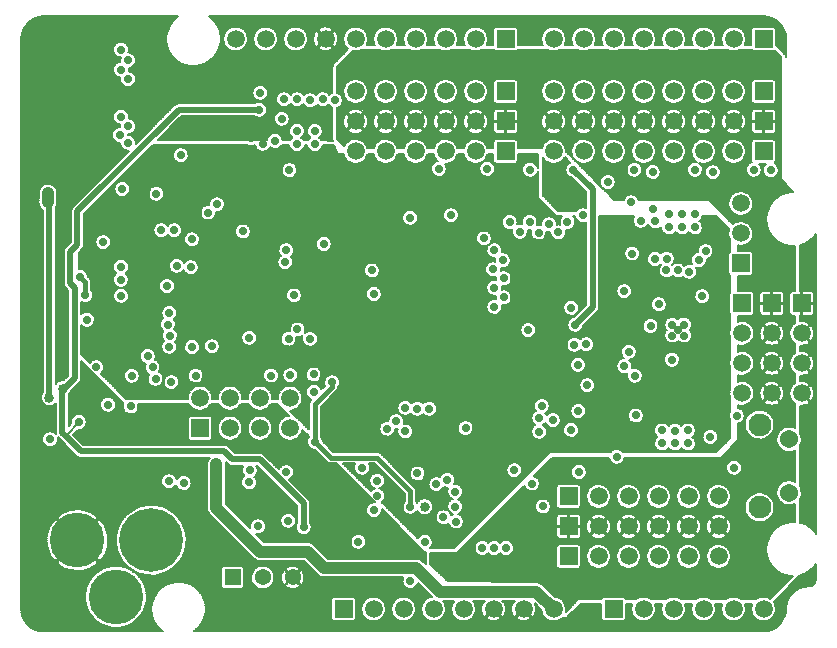
<source format=gbr>
G04 #@! TF.FileFunction,Copper,L3,Inr,Signal*
%FSLAX46Y46*%
G04 Gerber Fmt 4.6, Leading zero omitted, Abs format (unit mm)*
G04 Created by KiCad (PCBNEW 4.0.2+e4-6225~38~ubuntu16.04.1-stable) date mié 27 jul 2016 08:55:20 CEST*
%MOMM*%
G01*
G04 APERTURE LIST*
%ADD10C,0.100000*%
%ADD11R,1.500000X1.500000*%
%ADD12C,1.500000*%
%ADD13C,4.620000*%
%ADD14C,5.380000*%
%ADD15R,1.370000X1.370000*%
%ADD16C,1.370000*%
%ADD17C,1.540000*%
%ADD18C,1.930000*%
%ADD19C,0.740000*%
%ADD20C,0.840000*%
%ADD21C,0.500000*%
%ADD22C,1.000000*%
%ADD23C,0.400000*%
%ADD24C,0.200000*%
G04 APERTURE END LIST*
D10*
D11*
X41656000Y50800000D03*
D12*
X39116000Y50800000D03*
X36576000Y50800000D03*
X34036000Y50800000D03*
X31496000Y50800000D03*
X28956000Y50800000D03*
X26416000Y50800000D03*
X23876000Y50800000D03*
X21336000Y50800000D03*
X18796000Y50800000D03*
D11*
X41656000Y46355000D03*
D12*
X39116000Y46355000D03*
X36576000Y46355000D03*
X34036000Y46355000D03*
X31496000Y46355000D03*
X28956000Y46355000D03*
D11*
X46990000Y6985000D03*
D12*
X49530000Y6985000D03*
X52070000Y6985000D03*
X54610000Y6985000D03*
X57150000Y6985000D03*
X59690000Y6985000D03*
D11*
X41656000Y41275000D03*
D12*
X39116000Y41275000D03*
X36576000Y41275000D03*
X34036000Y41275000D03*
X31496000Y41275000D03*
X28956000Y41275000D03*
D11*
X46990000Y12065000D03*
D12*
X49530000Y12065000D03*
X52070000Y12065000D03*
X54610000Y12065000D03*
X57150000Y12065000D03*
X59690000Y12065000D03*
D11*
X41656000Y43815000D03*
D12*
X39116000Y43815000D03*
X36576000Y43815000D03*
X34036000Y43815000D03*
X31496000Y43815000D03*
X28956000Y43815000D03*
D11*
X46990000Y9525000D03*
D12*
X49530000Y9525000D03*
X52070000Y9525000D03*
X54610000Y9525000D03*
X57150000Y9525000D03*
X59690000Y9525000D03*
D11*
X63500000Y50800000D03*
D12*
X60960000Y50800000D03*
X58420000Y50800000D03*
X55880000Y50800000D03*
X53340000Y50800000D03*
X50800000Y50800000D03*
X48260000Y50800000D03*
X45720000Y50800000D03*
D11*
X63500000Y46355000D03*
D12*
X60960000Y46355000D03*
X58420000Y46355000D03*
X55880000Y46355000D03*
X53340000Y46355000D03*
X50800000Y46355000D03*
X48260000Y46355000D03*
X45720000Y46355000D03*
D11*
X63500000Y43815000D03*
D12*
X60960000Y43815000D03*
X58420000Y43815000D03*
X55880000Y43815000D03*
X53340000Y43815000D03*
X50800000Y43815000D03*
X48260000Y43815000D03*
X45720000Y43815000D03*
D11*
X63500000Y41275000D03*
D12*
X60960000Y41275000D03*
X58420000Y41275000D03*
X55880000Y41275000D03*
X53340000Y41275000D03*
X50800000Y41275000D03*
X48260000Y41275000D03*
X45720000Y41275000D03*
D11*
X27940000Y2540000D03*
D12*
X30480000Y2540000D03*
X33020000Y2540000D03*
X35560000Y2540000D03*
X38100000Y2540000D03*
X40640000Y2540000D03*
X43180000Y2540000D03*
X45720000Y2540000D03*
D11*
X50800000Y2540000D03*
D12*
X53340000Y2540000D03*
X55880000Y2540000D03*
X58420000Y2540000D03*
X60960000Y2540000D03*
X63500000Y2540000D03*
D11*
X66738500Y28422600D03*
D12*
X66738500Y25882600D03*
X66738500Y23342600D03*
X66738500Y20802600D03*
D11*
X64198500Y28422600D03*
D12*
X64198500Y25882600D03*
X64198500Y23342600D03*
X64198500Y20802600D03*
D11*
X61658500Y28422600D03*
D12*
X61658500Y25882600D03*
X61658500Y23342600D03*
X61658500Y20802600D03*
D11*
X15786100Y17830800D03*
D12*
X15786100Y20370800D03*
X18326100Y17830800D03*
X18326100Y20370800D03*
X20866100Y17830800D03*
X20866100Y20370800D03*
X23406100Y17830800D03*
X23406100Y20370800D03*
D13*
X5410200Y8356600D03*
D14*
X11658600Y8356600D03*
D13*
X8661400Y3556000D03*
D15*
X18554700Y5207000D03*
D16*
X21094700Y5207000D03*
X23634700Y5207000D03*
D17*
X65659000Y16891000D03*
X65659000Y12382500D03*
D18*
X63157100Y18148300D03*
X63157100Y11137900D03*
D11*
X61569600Y31788100D03*
D12*
X61569600Y34328100D03*
X61569600Y36868100D03*
D19*
X56770000Y25690000D03*
X55770000Y25690000D03*
X56280000Y26190000D03*
X56770000Y26620000D03*
X55770000Y26610000D03*
X57100000Y16550000D03*
X56000000Y16550000D03*
X54900000Y16550000D03*
X57090000Y17650000D03*
X56000000Y17640000D03*
X54900000Y17650000D03*
X57670000Y34840000D03*
X56570000Y34840000D03*
X55470000Y34840000D03*
X57670000Y35950000D03*
X56570000Y35940000D03*
X55470000Y35940000D03*
X21910000Y11530000D03*
X20910000Y11530000D03*
X21420000Y12030000D03*
X21910000Y12530000D03*
X20910000Y12530000D03*
X25500000Y41900000D03*
X24000000Y41900000D03*
X25500000Y43000000D03*
X23990000Y43000000D03*
X7600000Y33600000D03*
X9700000Y42000000D03*
X40690000Y28110000D03*
X9700000Y43400000D03*
X40690000Y29730000D03*
X41490000Y28920000D03*
X9000000Y42660000D03*
X9100000Y44200000D03*
X41490000Y30530000D03*
X26720000Y42620000D03*
X25700000Y1480000D03*
X30500000Y29200000D03*
X43570000Y26150000D03*
X54600000Y52000000D03*
X43710000Y51920000D03*
X8300000Y52020000D03*
X1500000Y35020000D03*
X37030000Y35880000D03*
X21090000Y41920000D03*
X9100000Y29050000D03*
D20*
X4300000Y24200000D03*
X1765300Y30111700D03*
X1765300Y27698700D03*
D19*
X64100000Y39700000D03*
X1400000Y46100000D03*
X43870000Y13160000D03*
X47780000Y23210000D03*
X30800000Y12100000D03*
X30800000Y13400000D03*
X59000000Y17100000D03*
X24970000Y14690000D03*
D20*
X18110000Y7300000D03*
X16800000Y7300000D03*
X15990000Y8590000D03*
X15270000Y10100000D03*
X14400000Y10970000D03*
D19*
X9810000Y16730000D03*
X23280000Y25430000D03*
X25434200Y20904200D03*
X25400000Y22390000D03*
X21800000Y22300000D03*
X13370000Y21740000D03*
X16790000Y24780000D03*
X13180000Y24730000D03*
X13240000Y25680000D03*
X13180000Y27590000D03*
X12990000Y29880000D03*
X12510000Y34600000D03*
X15100000Y33830000D03*
X19400000Y34500000D03*
X23000000Y31900000D03*
X23740000Y29090000D03*
X26260000Y33440000D03*
X20104100Y42400000D03*
X34200000Y14010000D03*
X35800000Y13100000D03*
X33580000Y8200000D03*
X34820000Y8200000D03*
X36730000Y13480000D03*
X36400000Y10300000D03*
X42390000Y14290000D03*
X51070000Y15430000D03*
X52670000Y18920000D03*
X52080000Y24320000D03*
X51700000Y29440000D03*
X54620000Y28330000D03*
X55740000Y23650000D03*
X58318400Y29006800D03*
X52380000Y32630000D03*
X53098700Y35400000D03*
X33570000Y35660000D03*
X21370000Y43020000D03*
X36000000Y39800000D03*
X40100000Y39800000D03*
X43730000Y39730000D03*
X50300000Y38690000D03*
X46420000Y39670000D03*
X54110000Y39540000D03*
X52570000Y39730000D03*
X24840000Y48180000D03*
X21780000Y48120000D03*
X59210000Y39520000D03*
X57690000Y39720000D03*
X62670000Y39730000D03*
X9100000Y31500000D03*
X9090000Y30420000D03*
X6210000Y27030000D03*
X7000000Y23000000D03*
D20*
X4216400Y33600000D03*
D19*
X12100000Y37700000D03*
X9200000Y38100000D03*
X17100000Y45990000D03*
X40590000Y31290000D03*
X9700000Y47390000D03*
X40710000Y32900000D03*
X9700000Y49000000D03*
X41410000Y32060000D03*
X9100000Y48200000D03*
X39810000Y33910000D03*
X9100000Y49900000D03*
X30320000Y31200000D03*
X14150000Y40957500D03*
D20*
X2920000Y37740000D03*
X3040000Y20440000D03*
D19*
X27300000Y40900000D03*
X52340000Y31690000D03*
X22100000Y40740000D03*
X20800000Y33830000D03*
X52120000Y25560000D03*
X26970000Y20230000D03*
X14320000Y21720000D03*
X19310000Y24820000D03*
X17540000Y33840000D03*
X19890000Y28910000D03*
X26270000Y32480000D03*
X35170000Y17480000D03*
D20*
X34650000Y12350000D03*
D19*
X36398200Y8200000D03*
X40010000Y14180000D03*
X51080000Y16380000D03*
X59610000Y19150000D03*
X55730000Y29440000D03*
X53400000Y32900000D03*
X59740000Y34640000D03*
X35000000Y39800000D03*
X41100000Y39800000D03*
X7300000Y31090000D03*
X6880000Y25560000D03*
X12100000Y35620000D03*
X11200000Y38200000D03*
X13810000Y31600000D03*
X16500000Y36100000D03*
X15000000Y31480000D03*
X17220000Y36800000D03*
X6090000Y29110000D03*
X5611450Y30668550D03*
X25500000Y16700000D03*
X47380000Y39710000D03*
X47550000Y26600000D03*
X26970000Y21740000D03*
X33604200Y11195800D03*
X38270200Y17839800D03*
X24040000Y26200000D03*
X23100000Y32900000D03*
X13600000Y34600000D03*
X13070000Y26620000D03*
X24560000Y9480000D03*
X52280000Y36980000D03*
X5530000Y18380000D03*
D20*
X4150000Y21170000D03*
D19*
X20000000Y14280000D03*
X20700000Y9530000D03*
X23260000Y10000000D03*
X20790000Y44800000D03*
X25110000Y45600000D03*
X22900000Y45700000D03*
X27200000Y45600000D03*
X26170000Y45700000D03*
X24000000Y45700000D03*
X20890000Y46240000D03*
X22710000Y44040000D03*
X54140000Y36440000D03*
X14400000Y13210000D03*
X3090000Y16900000D03*
D20*
X17180000Y14810000D03*
X34800000Y11190000D03*
D19*
X9910000Y19680000D03*
X13160000Y13360000D03*
X44510000Y17550000D03*
X15410000Y22300000D03*
X61220000Y18910000D03*
X48570000Y21480000D03*
X44500000Y18700000D03*
X23430000Y22330000D03*
X11350000Y23950000D03*
X47200000Y17700000D03*
X40700000Y7700000D03*
X37400000Y11210000D03*
X15120000Y24710000D03*
X47850000Y14130000D03*
X47820000Y19300000D03*
X39700000Y7700000D03*
X37450000Y9940000D03*
X41700000Y7700000D03*
X44800000Y11214100D03*
X25100000Y25410000D03*
X19960000Y25510000D03*
X29500000Y14500000D03*
X61000000Y14500000D03*
X29200000Y8230000D03*
X30500000Y10900000D03*
X8000000Y19840000D03*
X33600000Y4900000D03*
D20*
X37400000Y5700000D03*
X36500000Y6300000D03*
D19*
X23360000Y39680000D03*
X22120000Y42170000D03*
X11770000Y23000000D03*
X37400000Y12480000D03*
X45660000Y18530000D03*
X44720000Y19730000D03*
X12020000Y22030000D03*
X10010000Y22280000D03*
X19940000Y13250000D03*
X23090000Y14120000D03*
X47490000Y24910000D03*
X52600000Y22290000D03*
X51700000Y23100000D03*
X48480000Y24940000D03*
X42000000Y35300000D03*
X58590000Y32830000D03*
X58010000Y32080000D03*
X42870000Y34470000D03*
X57210000Y31090000D03*
X43690000Y35310000D03*
X44450000Y34410000D03*
X56240000Y31200000D03*
X45340000Y35100000D03*
X55280000Y31200000D03*
X46120000Y34420000D03*
X55300000Y32200000D03*
X54310000Y32170000D03*
X46900000Y35290000D03*
X48200000Y35870000D03*
X54340000Y35350000D03*
X53930000Y26490000D03*
X47210000Y28030000D03*
X31650000Y17810000D03*
X32400000Y18430000D03*
X33160000Y17570000D03*
X33160000Y19580000D03*
X34200000Y19500000D03*
X35190000Y19500000D03*
D21*
X3040000Y20440000D02*
X3040000Y37620000D01*
X3040000Y37620000D02*
X2920000Y37740000D01*
D22*
X2910000Y36980000D02*
X2920000Y37740000D01*
D23*
X3031400Y20448600D02*
X3040000Y20440000D01*
X6090000Y29110000D02*
X6090000Y30190000D01*
X6090000Y30190000D02*
X5611450Y30668550D01*
D21*
X47550000Y26600000D02*
X49030000Y28080000D01*
X49030000Y38060000D02*
X47380000Y39710000D01*
X49030000Y28080000D02*
X49030000Y38060000D01*
D23*
X25500000Y16700000D02*
X25540000Y16700000D01*
X33604200Y12485800D02*
X33604200Y11195800D01*
X30730000Y15360000D02*
X33604200Y12485800D01*
X26880000Y15360000D02*
X30730000Y15360000D01*
X25540000Y16700000D02*
X26880000Y15360000D01*
X26970000Y21740000D02*
X26970000Y21330000D01*
X25500000Y19860000D02*
X25500000Y16700000D01*
X26970000Y21330000D02*
X25500000Y19860000D01*
D24*
X5530000Y18380000D02*
X5530000Y18340000D01*
X4490000Y17300000D02*
X4490000Y17090000D01*
X5530000Y18340000D02*
X4490000Y17300000D01*
X5530000Y18380000D02*
X5530000Y18130000D01*
D21*
X4150000Y21170000D02*
X4150000Y21040000D01*
X4790000Y30100000D02*
X5180000Y29710000D01*
X4790000Y32760000D02*
X4790000Y30100000D01*
X5400000Y33370000D02*
X4790000Y32760000D01*
X5400000Y36200000D02*
X5400000Y33370000D01*
X14000000Y44800000D02*
X5400000Y36200000D01*
X14000000Y44800000D02*
X20790000Y44800000D01*
X5180000Y22070000D02*
X5180000Y29710000D01*
X4150000Y21040000D02*
X5180000Y22070000D01*
X4116972Y17463028D02*
X4116972Y21136972D01*
X4490000Y17090000D02*
X4116972Y17463028D01*
X4116972Y21136972D02*
X4150000Y21170000D01*
X5680000Y15900000D02*
X17820000Y15900000D01*
X24560000Y9480000D02*
X24560000Y11490000D01*
X20850000Y15200000D02*
X24560000Y11490000D01*
X18520000Y15200000D02*
X20850000Y15200000D01*
X17820000Y15900000D02*
X18520000Y15200000D01*
X5680000Y15900000D02*
X4490000Y17090000D01*
D22*
X17180000Y14810000D02*
X17180000Y11100000D01*
X44260000Y4000000D02*
X45720000Y2540000D01*
X36100000Y4000000D02*
X44260000Y4000000D01*
X34090000Y6010000D02*
X36100000Y4000000D01*
X26300000Y6010000D02*
X34090000Y6010000D01*
X24910000Y7400000D02*
X26300000Y6010000D01*
X20880000Y7400000D02*
X24910000Y7400000D01*
X17180000Y11100000D02*
X20880000Y7400000D01*
D24*
X29497500Y49900000D02*
X30951049Y49900000D01*
X32037500Y49900000D02*
X33491049Y49900000D01*
X34577500Y49900000D02*
X36031049Y49900000D01*
X37117500Y49900000D02*
X38571049Y49900000D01*
X39657500Y49900000D02*
X40647420Y49900000D01*
X42665757Y49900000D02*
X45175049Y49900000D01*
X46261500Y49900000D02*
X47715049Y49900000D01*
X48801500Y49900000D02*
X50255049Y49900000D01*
X51341500Y49900000D02*
X52795049Y49900000D01*
X53881500Y49900000D02*
X55335049Y49900000D01*
X56421500Y49900000D02*
X57875049Y49900000D01*
X58961500Y49900000D02*
X60415049Y49900000D01*
X61501500Y49900000D02*
X62491420Y49900000D01*
X28692222Y49750800D02*
X28904647Y49750800D01*
X29052660Y49750800D02*
X31444647Y49750800D01*
X31592660Y49750800D02*
X33984647Y49750800D01*
X34132660Y49750800D02*
X36524647Y49750800D01*
X36672660Y49750800D02*
X39064647Y49750800D01*
X39212660Y49750800D02*
X40890160Y49750800D01*
X42434225Y49750800D02*
X45668647Y49750800D01*
X45816660Y49750800D02*
X48208647Y49750800D01*
X48356660Y49750800D02*
X50748647Y49750800D01*
X50896660Y49750800D02*
X53288647Y49750800D01*
X53436660Y49750800D02*
X55828647Y49750800D01*
X55976660Y49750800D02*
X58368647Y49750800D01*
X58516660Y49750800D02*
X60908647Y49750800D01*
X61056660Y49750800D02*
X62734160Y49750800D01*
X64278225Y49750800D02*
X64507778Y49750800D01*
X28543022Y49601600D02*
X64656978Y49601600D01*
X28393822Y49452400D02*
X64806178Y49452400D01*
X28244622Y49303200D02*
X64955378Y49303200D01*
X28095422Y49154000D02*
X65000000Y49154000D01*
X27946222Y49004800D02*
X65000000Y49004800D01*
X27797022Y48855600D02*
X65000000Y48855600D01*
X27647822Y48706400D02*
X65000000Y48706400D01*
X27498622Y48557200D02*
X65000000Y48557200D01*
X27400000Y48408000D02*
X65000000Y48408000D01*
X27400000Y48258800D02*
X65000000Y48258800D01*
X27400000Y48109600D02*
X65000000Y48109600D01*
X27400000Y47960400D02*
X65000000Y47960400D01*
X27400000Y47811200D02*
X65000000Y47811200D01*
X27400000Y47662000D02*
X65000000Y47662000D01*
X27400000Y47512800D02*
X65000000Y47512800D01*
X27400000Y47363600D02*
X28649311Y47363600D01*
X29264567Y47363600D02*
X31189311Y47363600D01*
X31804567Y47363600D02*
X33729311Y47363600D01*
X34344567Y47363600D02*
X36269311Y47363600D01*
X36884567Y47363600D02*
X38809311Y47363600D01*
X39424567Y47363600D02*
X40756030Y47363600D01*
X42558568Y47363600D02*
X45413311Y47363600D01*
X46028567Y47363600D02*
X47953311Y47363600D01*
X48568567Y47363600D02*
X50493311Y47363600D01*
X51108567Y47363600D02*
X53033311Y47363600D01*
X53648567Y47363600D02*
X55573311Y47363600D01*
X56188567Y47363600D02*
X58113311Y47363600D01*
X58728567Y47363600D02*
X60653311Y47363600D01*
X61268567Y47363600D02*
X62600030Y47363600D01*
X64402568Y47363600D02*
X65000000Y47363600D01*
X27400000Y47214400D02*
X28351631Y47214400D01*
X29559675Y47214400D02*
X30891631Y47214400D01*
X32099675Y47214400D02*
X33431631Y47214400D01*
X34639675Y47214400D02*
X35971631Y47214400D01*
X37179675Y47214400D02*
X38511631Y47214400D01*
X39719675Y47214400D02*
X40627942Y47214400D01*
X42684557Y47214400D02*
X45115631Y47214400D01*
X46323675Y47214400D02*
X47655631Y47214400D01*
X48863675Y47214400D02*
X50195631Y47214400D01*
X51403675Y47214400D02*
X52735631Y47214400D01*
X53943675Y47214400D02*
X55275631Y47214400D01*
X56483675Y47214400D02*
X57815631Y47214400D01*
X59023675Y47214400D02*
X60355631Y47214400D01*
X61563675Y47214400D02*
X62471942Y47214400D01*
X64528557Y47214400D02*
X65000000Y47214400D01*
X27400000Y47065200D02*
X28180446Y47065200D01*
X29730573Y47065200D02*
X30720446Y47065200D01*
X32270573Y47065200D02*
X33260446Y47065200D01*
X34810573Y47065200D02*
X35800446Y47065200D01*
X37350573Y47065200D02*
X38340446Y47065200D01*
X39890573Y47065200D02*
X40604549Y47065200D01*
X42707451Y47065200D02*
X44944446Y47065200D01*
X46494573Y47065200D02*
X47484446Y47065200D01*
X49034573Y47065200D02*
X50024446Y47065200D01*
X51574573Y47065200D02*
X52564446Y47065200D01*
X54114573Y47065200D02*
X55104446Y47065200D01*
X56654573Y47065200D02*
X57644446Y47065200D01*
X59194573Y47065200D02*
X60184446Y47065200D01*
X61734573Y47065200D02*
X62448549Y47065200D01*
X64551451Y47065200D02*
X65000000Y47065200D01*
X27400000Y46916000D02*
X28067518Y46916000D01*
X29843951Y46916000D02*
X30607518Y46916000D01*
X32383951Y46916000D02*
X33147518Y46916000D01*
X34923951Y46916000D02*
X35687518Y46916000D01*
X37463951Y46916000D02*
X38227518Y46916000D01*
X40003951Y46916000D02*
X40604549Y46916000D01*
X42707451Y46916000D02*
X44831518Y46916000D01*
X46607951Y46916000D02*
X47371518Y46916000D01*
X49147951Y46916000D02*
X49911518Y46916000D01*
X51687951Y46916000D02*
X52451518Y46916000D01*
X54227951Y46916000D02*
X54991518Y46916000D01*
X56767951Y46916000D02*
X57531518Y46916000D01*
X59307951Y46916000D02*
X60071518Y46916000D01*
X61847951Y46916000D02*
X62448549Y46916000D01*
X64551451Y46916000D02*
X65000000Y46916000D01*
X27400000Y46766800D02*
X27990071Y46766800D01*
X29922011Y46766800D02*
X30530071Y46766800D01*
X32462011Y46766800D02*
X33070071Y46766800D01*
X35002011Y46766800D02*
X35610071Y46766800D01*
X37542011Y46766800D02*
X38150071Y46766800D01*
X40082011Y46766800D02*
X40604549Y46766800D01*
X42707451Y46766800D02*
X44754071Y46766800D01*
X46686011Y46766800D02*
X47294071Y46766800D01*
X49226011Y46766800D02*
X49834071Y46766800D01*
X51766011Y46766800D02*
X52374071Y46766800D01*
X54306011Y46766800D02*
X54914071Y46766800D01*
X56846011Y46766800D02*
X57454071Y46766800D01*
X59386011Y46766800D02*
X59994071Y46766800D01*
X61926011Y46766800D02*
X62448549Y46766800D01*
X64551451Y46766800D02*
X65000000Y46766800D01*
X27400000Y46617600D02*
X27938314Y46617600D01*
X29974436Y46617600D02*
X30478314Y46617600D01*
X32514436Y46617600D02*
X33018314Y46617600D01*
X35054436Y46617600D02*
X35558314Y46617600D01*
X37594436Y46617600D02*
X38098314Y46617600D01*
X40134436Y46617600D02*
X40604549Y46617600D01*
X42707451Y46617600D02*
X44702314Y46617600D01*
X46738436Y46617600D02*
X47242314Y46617600D01*
X49278436Y46617600D02*
X49782314Y46617600D01*
X51818436Y46617600D02*
X52322314Y46617600D01*
X54358436Y46617600D02*
X54862314Y46617600D01*
X56898436Y46617600D02*
X57402314Y46617600D01*
X59438436Y46617600D02*
X59942314Y46617600D01*
X61978436Y46617600D02*
X62448549Y46617600D01*
X64551451Y46617600D02*
X65000000Y46617600D01*
X27400000Y46468400D02*
X27907436Y46468400D01*
X30003979Y46468400D02*
X30447436Y46468400D01*
X32543979Y46468400D02*
X32987436Y46468400D01*
X35083979Y46468400D02*
X35527436Y46468400D01*
X37623979Y46468400D02*
X38067436Y46468400D01*
X40163979Y46468400D02*
X40604549Y46468400D01*
X42707451Y46468400D02*
X44671436Y46468400D01*
X46767979Y46468400D02*
X47211436Y46468400D01*
X49307979Y46468400D02*
X49751436Y46468400D01*
X51847979Y46468400D02*
X52291436Y46468400D01*
X54387979Y46468400D02*
X54831436Y46468400D01*
X56927979Y46468400D02*
X57371436Y46468400D01*
X59467979Y46468400D02*
X59911436Y46468400D01*
X62007979Y46468400D02*
X62448549Y46468400D01*
X64551451Y46468400D02*
X65000000Y46468400D01*
X27400000Y46319200D02*
X27905352Y46319200D01*
X30004107Y46319200D02*
X30445352Y46319200D01*
X32544107Y46319200D02*
X32985352Y46319200D01*
X35084107Y46319200D02*
X35525352Y46319200D01*
X37624107Y46319200D02*
X38065352Y46319200D01*
X40164107Y46319200D02*
X40604549Y46319200D01*
X42707451Y46319200D02*
X44669352Y46319200D01*
X46768107Y46319200D02*
X47209352Y46319200D01*
X49308107Y46319200D02*
X49749352Y46319200D01*
X51848107Y46319200D02*
X52289352Y46319200D01*
X54388107Y46319200D02*
X54829352Y46319200D01*
X56928107Y46319200D02*
X57369352Y46319200D01*
X59468107Y46319200D02*
X59909352Y46319200D01*
X62008107Y46319200D02*
X62448549Y46319200D01*
X64551451Y46319200D02*
X65000000Y46319200D01*
X27553147Y46170000D02*
X27922369Y46170000D01*
X29990773Y46170000D02*
X30462369Y46170000D01*
X32530773Y46170000D02*
X33002369Y46170000D01*
X35070773Y46170000D02*
X35542369Y46170000D01*
X37610773Y46170000D02*
X38082369Y46170000D01*
X40150773Y46170000D02*
X40604549Y46170000D01*
X42707451Y46170000D02*
X44686369Y46170000D01*
X46754773Y46170000D02*
X47226369Y46170000D01*
X49294773Y46170000D02*
X49766369Y46170000D01*
X51834773Y46170000D02*
X52306369Y46170000D01*
X54374773Y46170000D02*
X54846369Y46170000D01*
X56914773Y46170000D02*
X57386369Y46170000D01*
X59454773Y46170000D02*
X59926369Y46170000D01*
X61994773Y46170000D02*
X62448549Y46170000D01*
X64551451Y46170000D02*
X65000000Y46170000D01*
X27724854Y46020800D02*
X27958966Y46020800D01*
X29956622Y46020800D02*
X30498966Y46020800D01*
X32496622Y46020800D02*
X33038966Y46020800D01*
X35036622Y46020800D02*
X35578966Y46020800D01*
X37576622Y46020800D02*
X38118966Y46020800D01*
X40116622Y46020800D02*
X40604549Y46020800D01*
X42707451Y46020800D02*
X44722966Y46020800D01*
X46720622Y46020800D02*
X47262966Y46020800D01*
X49260622Y46020800D02*
X49802966Y46020800D01*
X51800622Y46020800D02*
X52342966Y46020800D01*
X54340622Y46020800D02*
X54882966Y46020800D01*
X56880622Y46020800D02*
X57422966Y46020800D01*
X59420622Y46020800D02*
X59962966Y46020800D01*
X61960622Y46020800D02*
X62448549Y46020800D01*
X64551451Y46020800D02*
X65000000Y46020800D01*
X27812766Y45871600D02*
X28018319Y45871600D01*
X29890194Y45871600D02*
X30558319Y45871600D01*
X32430194Y45871600D02*
X33098319Y45871600D01*
X34970194Y45871600D02*
X35638319Y45871600D01*
X37510194Y45871600D02*
X38178319Y45871600D01*
X40050194Y45871600D02*
X40604549Y45871600D01*
X42707451Y45871600D02*
X44782319Y45871600D01*
X46654194Y45871600D02*
X47322319Y45871600D01*
X49194194Y45871600D02*
X49862319Y45871600D01*
X51734194Y45871600D02*
X52402319Y45871600D01*
X54274194Y45871600D02*
X54942319Y45871600D01*
X56814194Y45871600D02*
X57482319Y45871600D01*
X59354194Y45871600D02*
X60022319Y45871600D01*
X61894194Y45871600D02*
X62448549Y45871600D01*
X64551451Y45871600D02*
X65000000Y45871600D01*
X27858802Y45722400D02*
X28114471Y45722400D01*
X29794767Y45722400D02*
X30654471Y45722400D01*
X32334767Y45722400D02*
X33194471Y45722400D01*
X34874767Y45722400D02*
X35734471Y45722400D01*
X37414767Y45722400D02*
X38274471Y45722400D01*
X39954767Y45722400D02*
X40604549Y45722400D01*
X42707451Y45722400D02*
X44878471Y45722400D01*
X46558767Y45722400D02*
X47418471Y45722400D01*
X49098767Y45722400D02*
X49958471Y45722400D01*
X51638767Y45722400D02*
X52498471Y45722400D01*
X54178767Y45722400D02*
X55038471Y45722400D01*
X56718767Y45722400D02*
X57578471Y45722400D01*
X59258767Y45722400D02*
X60118471Y45722400D01*
X61798767Y45722400D02*
X62448549Y45722400D01*
X64551451Y45722400D02*
X65000000Y45722400D01*
X27868737Y45573200D02*
X28251240Y45573200D01*
X29657673Y45573200D02*
X30791240Y45573200D01*
X32197673Y45573200D02*
X33331240Y45573200D01*
X34737673Y45573200D02*
X35871240Y45573200D01*
X37277673Y45573200D02*
X38411240Y45573200D01*
X39817673Y45573200D02*
X40607085Y45573200D01*
X42702931Y45573200D02*
X45015240Y45573200D01*
X46421673Y45573200D02*
X47555240Y45573200D01*
X48961673Y45573200D02*
X50095240Y45573200D01*
X51501673Y45573200D02*
X52635240Y45573200D01*
X54041673Y45573200D02*
X55175240Y45573200D01*
X56581673Y45573200D02*
X57715240Y45573200D01*
X59121673Y45573200D02*
X60255240Y45573200D01*
X61661673Y45573200D02*
X62451085Y45573200D01*
X64546931Y45573200D02*
X65000000Y45573200D01*
X27847117Y45424000D02*
X28464150Y45424000D01*
X29448651Y45424000D02*
X31004150Y45424000D01*
X31988651Y45424000D02*
X33544150Y45424000D01*
X34528651Y45424000D02*
X36084150Y45424000D01*
X37068651Y45424000D02*
X38624150Y45424000D01*
X39608651Y45424000D02*
X40667847Y45424000D01*
X42643879Y45424000D02*
X45228150Y45424000D01*
X46212651Y45424000D02*
X47768150Y45424000D01*
X48752651Y45424000D02*
X50308150Y45424000D01*
X51292651Y45424000D02*
X52848150Y45424000D01*
X53832651Y45424000D02*
X55388150Y45424000D01*
X56372651Y45424000D02*
X57928150Y45424000D01*
X58912651Y45424000D02*
X60468150Y45424000D01*
X61452651Y45424000D02*
X62511847Y45424000D01*
X64487879Y45424000D02*
X65000000Y45424000D01*
X27788649Y45274800D02*
X65000000Y45274800D01*
X27673422Y45125600D02*
X65000000Y45125600D01*
X27445092Y44976400D02*
X65000000Y44976400D01*
X27400000Y44827200D02*
X28674825Y44827200D01*
X29235753Y44827200D02*
X31214825Y44827200D01*
X31775753Y44827200D02*
X33754825Y44827200D01*
X34315753Y44827200D02*
X36294825Y44827200D01*
X36855753Y44827200D02*
X38834825Y44827200D01*
X39395753Y44827200D02*
X40758424Y44827200D01*
X41568800Y44827200D02*
X41743200Y44827200D01*
X42553577Y44827200D02*
X45438825Y44827200D01*
X45999753Y44827200D02*
X47978825Y44827200D01*
X48539753Y44827200D02*
X50518825Y44827200D01*
X51079753Y44827200D02*
X53058825Y44827200D01*
X53619753Y44827200D02*
X55598825Y44827200D01*
X56159753Y44827200D02*
X58138825Y44827200D01*
X58699753Y44827200D02*
X60678825Y44827200D01*
X61239753Y44827200D02*
X62602424Y44827200D01*
X63412800Y44827200D02*
X63587200Y44827200D01*
X64397577Y44827200D02*
X65000000Y44827200D01*
X27400000Y44678000D02*
X28367423Y44678000D01*
X29544578Y44678000D02*
X30907423Y44678000D01*
X32084578Y44678000D02*
X33447423Y44678000D01*
X34624578Y44678000D02*
X35987423Y44678000D01*
X37164578Y44678000D02*
X38527423Y44678000D01*
X39704578Y44678000D02*
X40628089Y44678000D01*
X41606000Y44678000D02*
X41706000Y44678000D01*
X42683912Y44678000D02*
X45131423Y44678000D01*
X46308578Y44678000D02*
X47671423Y44678000D01*
X48848578Y44678000D02*
X50211423Y44678000D01*
X51388578Y44678000D02*
X52751423Y44678000D01*
X53928578Y44678000D02*
X55291423Y44678000D01*
X56468578Y44678000D02*
X57831423Y44678000D01*
X59008578Y44678000D02*
X60371423Y44678000D01*
X61548578Y44678000D02*
X62472089Y44678000D01*
X63450000Y44678000D02*
X63550000Y44678000D01*
X64527912Y44678000D02*
X65000000Y44678000D01*
X27400000Y44528800D02*
X28312911Y44528800D01*
X29599089Y44528800D02*
X30852911Y44528800D01*
X32139089Y44528800D02*
X33392911Y44528800D01*
X34679089Y44528800D02*
X35932911Y44528800D01*
X37219089Y44528800D02*
X38472911Y44528800D01*
X39759089Y44528800D02*
X40606000Y44528800D01*
X41606000Y44528800D02*
X41706000Y44528800D01*
X42706000Y44528800D02*
X45076911Y44528800D01*
X46363089Y44528800D02*
X47616911Y44528800D01*
X48903089Y44528800D02*
X50156911Y44528800D01*
X51443089Y44528800D02*
X52696911Y44528800D01*
X53983089Y44528800D02*
X55236911Y44528800D01*
X56523089Y44528800D02*
X57776911Y44528800D01*
X59063089Y44528800D02*
X60316911Y44528800D01*
X61603089Y44528800D02*
X62450000Y44528800D01*
X63450000Y44528800D02*
X63550000Y44528800D01*
X64550000Y44528800D02*
X65000000Y44528800D01*
X27400000Y44379600D02*
X28066437Y44379600D01*
X28320689Y44379600D02*
X28462111Y44379600D01*
X29449889Y44379600D02*
X29591311Y44379600D01*
X29845714Y44379600D02*
X30606437Y44379600D01*
X30860689Y44379600D02*
X31002111Y44379600D01*
X31989889Y44379600D02*
X32131311Y44379600D01*
X32385714Y44379600D02*
X33146437Y44379600D01*
X33400689Y44379600D02*
X33542111Y44379600D01*
X34529889Y44379600D02*
X34671311Y44379600D01*
X34925714Y44379600D02*
X35686437Y44379600D01*
X35940689Y44379600D02*
X36082111Y44379600D01*
X37069889Y44379600D02*
X37211311Y44379600D01*
X37465714Y44379600D02*
X38226437Y44379600D01*
X38480689Y44379600D02*
X38622111Y44379600D01*
X39609889Y44379600D02*
X39751311Y44379600D01*
X40005714Y44379600D02*
X40606000Y44379600D01*
X41606000Y44379600D02*
X41706000Y44379600D01*
X42706000Y44379600D02*
X44830437Y44379600D01*
X45084689Y44379600D02*
X45226111Y44379600D01*
X46213889Y44379600D02*
X46355311Y44379600D01*
X46609714Y44379600D02*
X47370437Y44379600D01*
X47624689Y44379600D02*
X47766111Y44379600D01*
X48753889Y44379600D02*
X48895311Y44379600D01*
X49149714Y44379600D02*
X49910437Y44379600D01*
X50164689Y44379600D02*
X50306111Y44379600D01*
X51293889Y44379600D02*
X51435311Y44379600D01*
X51689714Y44379600D02*
X52450437Y44379600D01*
X52704689Y44379600D02*
X52846111Y44379600D01*
X53833889Y44379600D02*
X53975311Y44379600D01*
X54229714Y44379600D02*
X54990437Y44379600D01*
X55244689Y44379600D02*
X55386111Y44379600D01*
X56373889Y44379600D02*
X56515311Y44379600D01*
X56769714Y44379600D02*
X57530437Y44379600D01*
X57784689Y44379600D02*
X57926111Y44379600D01*
X58913889Y44379600D02*
X59055311Y44379600D01*
X59309714Y44379600D02*
X60070437Y44379600D01*
X60324689Y44379600D02*
X60466111Y44379600D01*
X61453889Y44379600D02*
X61595311Y44379600D01*
X61849714Y44379600D02*
X62450000Y44379600D01*
X63450000Y44379600D02*
X63550000Y44379600D01*
X64550000Y44379600D02*
X65000000Y44379600D01*
X27400000Y44230400D02*
X27988243Y44230400D01*
X28469889Y44230400D02*
X28611311Y44230400D01*
X29300689Y44230400D02*
X29442111Y44230400D01*
X29925461Y44230400D02*
X30528243Y44230400D01*
X31009889Y44230400D02*
X31151311Y44230400D01*
X31840689Y44230400D02*
X31982111Y44230400D01*
X32465461Y44230400D02*
X33068243Y44230400D01*
X33549889Y44230400D02*
X33691311Y44230400D01*
X34380689Y44230400D02*
X34522111Y44230400D01*
X35005461Y44230400D02*
X35608243Y44230400D01*
X36089889Y44230400D02*
X36231311Y44230400D01*
X36920689Y44230400D02*
X37062111Y44230400D01*
X37545461Y44230400D02*
X38148243Y44230400D01*
X38629889Y44230400D02*
X38771311Y44230400D01*
X39460689Y44230400D02*
X39602111Y44230400D01*
X40085461Y44230400D02*
X40606000Y44230400D01*
X41606000Y44230400D02*
X41706000Y44230400D01*
X42706000Y44230400D02*
X44752243Y44230400D01*
X45233889Y44230400D02*
X45375311Y44230400D01*
X46064689Y44230400D02*
X46206111Y44230400D01*
X46689461Y44230400D02*
X47292243Y44230400D01*
X47773889Y44230400D02*
X47915311Y44230400D01*
X48604689Y44230400D02*
X48746111Y44230400D01*
X49229461Y44230400D02*
X49832243Y44230400D01*
X50313889Y44230400D02*
X50455311Y44230400D01*
X51144689Y44230400D02*
X51286111Y44230400D01*
X51769461Y44230400D02*
X52372243Y44230400D01*
X52853889Y44230400D02*
X52995311Y44230400D01*
X53684689Y44230400D02*
X53826111Y44230400D01*
X54309461Y44230400D02*
X54912243Y44230400D01*
X55393889Y44230400D02*
X55535311Y44230400D01*
X56224689Y44230400D02*
X56366111Y44230400D01*
X56849461Y44230400D02*
X57452243Y44230400D01*
X57933889Y44230400D02*
X58075311Y44230400D01*
X58764689Y44230400D02*
X58906111Y44230400D01*
X59389461Y44230400D02*
X59992243Y44230400D01*
X60473889Y44230400D02*
X60615311Y44230400D01*
X61304689Y44230400D02*
X61446111Y44230400D01*
X61929461Y44230400D02*
X62450000Y44230400D01*
X63450000Y44230400D02*
X63550000Y44230400D01*
X64550000Y44230400D02*
X65000000Y44230400D01*
X27400000Y44081200D02*
X27939809Y44081200D01*
X28619089Y44081200D02*
X28760511Y44081200D01*
X29151489Y44081200D02*
X29292911Y44081200D01*
X29972877Y44081200D02*
X30479809Y44081200D01*
X31159089Y44081200D02*
X31300511Y44081200D01*
X31691489Y44081200D02*
X31832911Y44081200D01*
X32512877Y44081200D02*
X33019809Y44081200D01*
X33699089Y44081200D02*
X33840511Y44081200D01*
X34231489Y44081200D02*
X34372911Y44081200D01*
X35052877Y44081200D02*
X35559809Y44081200D01*
X36239089Y44081200D02*
X36380511Y44081200D01*
X36771489Y44081200D02*
X36912911Y44081200D01*
X37592877Y44081200D02*
X38099809Y44081200D01*
X38779089Y44081200D02*
X38920511Y44081200D01*
X39311489Y44081200D02*
X39452911Y44081200D01*
X40132877Y44081200D02*
X40606000Y44081200D01*
X41606000Y44081200D02*
X41706000Y44081200D01*
X42706000Y44081200D02*
X44703809Y44081200D01*
X45383089Y44081200D02*
X45524511Y44081200D01*
X45915489Y44081200D02*
X46056911Y44081200D01*
X46736877Y44081200D02*
X47243809Y44081200D01*
X47923089Y44081200D02*
X48064511Y44081200D01*
X48455489Y44081200D02*
X48596911Y44081200D01*
X49276877Y44081200D02*
X49783809Y44081200D01*
X50463089Y44081200D02*
X50604511Y44081200D01*
X50995489Y44081200D02*
X51136911Y44081200D01*
X51816877Y44081200D02*
X52323809Y44081200D01*
X53003089Y44081200D02*
X53144511Y44081200D01*
X53535489Y44081200D02*
X53676911Y44081200D01*
X54356877Y44081200D02*
X54863809Y44081200D01*
X55543089Y44081200D02*
X55684511Y44081200D01*
X56075489Y44081200D02*
X56216911Y44081200D01*
X56896877Y44081200D02*
X57403809Y44081200D01*
X58083089Y44081200D02*
X58224511Y44081200D01*
X58615489Y44081200D02*
X58756911Y44081200D01*
X59436877Y44081200D02*
X59943809Y44081200D01*
X60623089Y44081200D02*
X60764511Y44081200D01*
X61155489Y44081200D02*
X61296911Y44081200D01*
X61976877Y44081200D02*
X62450000Y44081200D01*
X63450000Y44081200D02*
X63550000Y44081200D01*
X64550000Y44081200D02*
X65000000Y44081200D01*
X27400000Y43932000D02*
X27912292Y43932000D01*
X28768289Y43932000D02*
X28909711Y43932000D01*
X29002289Y43932000D02*
X29143711Y43932000D01*
X29999477Y43932000D02*
X30452292Y43932000D01*
X31308289Y43932000D02*
X31449711Y43932000D01*
X31542289Y43932000D02*
X31683711Y43932000D01*
X32539477Y43932000D02*
X32992292Y43932000D01*
X33848289Y43932000D02*
X33989711Y43932000D01*
X34082289Y43932000D02*
X34223711Y43932000D01*
X35079477Y43932000D02*
X35532292Y43932000D01*
X36388289Y43932000D02*
X36529711Y43932000D01*
X36622289Y43932000D02*
X36763711Y43932000D01*
X37619477Y43932000D02*
X38072292Y43932000D01*
X38928289Y43932000D02*
X39069711Y43932000D01*
X39162289Y43932000D02*
X39303711Y43932000D01*
X40159477Y43932000D02*
X40614000Y43932000D01*
X41606000Y43932000D02*
X41706000Y43932000D01*
X42698000Y43932000D02*
X44676292Y43932000D01*
X45532289Y43932000D02*
X45673711Y43932000D01*
X45766289Y43932000D02*
X45907711Y43932000D01*
X46763477Y43932000D02*
X47216292Y43932000D01*
X48072289Y43932000D02*
X48213711Y43932000D01*
X48306289Y43932000D02*
X48447711Y43932000D01*
X49303477Y43932000D02*
X49756292Y43932000D01*
X50612289Y43932000D02*
X50753711Y43932000D01*
X50846289Y43932000D02*
X50987711Y43932000D01*
X51843477Y43932000D02*
X52296292Y43932000D01*
X53152289Y43932000D02*
X53293711Y43932000D01*
X53386289Y43932000D02*
X53527711Y43932000D01*
X54383477Y43932000D02*
X54836292Y43932000D01*
X55692289Y43932000D02*
X55833711Y43932000D01*
X55926289Y43932000D02*
X56067711Y43932000D01*
X56923477Y43932000D02*
X57376292Y43932000D01*
X58232289Y43932000D02*
X58373711Y43932000D01*
X58466289Y43932000D02*
X58607711Y43932000D01*
X59463477Y43932000D02*
X59916292Y43932000D01*
X60772289Y43932000D02*
X60913711Y43932000D01*
X61006289Y43932000D02*
X61147711Y43932000D01*
X62003477Y43932000D02*
X62458000Y43932000D01*
X63450000Y43932000D02*
X63550000Y43932000D01*
X64542000Y43932000D02*
X65000000Y43932000D01*
X27400000Y43782800D02*
X27903474Y43782800D01*
X28853089Y43782800D02*
X29058911Y43782800D01*
X30007363Y43782800D02*
X30443474Y43782800D01*
X31393089Y43782800D02*
X31598911Y43782800D01*
X32547363Y43782800D02*
X32983474Y43782800D01*
X33933089Y43782800D02*
X34138911Y43782800D01*
X35087363Y43782800D02*
X35523474Y43782800D01*
X36473089Y43782800D02*
X36678911Y43782800D01*
X37627363Y43782800D02*
X38063474Y43782800D01*
X39013089Y43782800D02*
X39218911Y43782800D01*
X40167363Y43782800D02*
X44667474Y43782800D01*
X45617089Y43782800D02*
X45822911Y43782800D01*
X46771363Y43782800D02*
X47207474Y43782800D01*
X48157089Y43782800D02*
X48362911Y43782800D01*
X49311363Y43782800D02*
X49747474Y43782800D01*
X50697089Y43782800D02*
X50902911Y43782800D01*
X51851363Y43782800D02*
X52287474Y43782800D01*
X53237089Y43782800D02*
X53442911Y43782800D01*
X54391363Y43782800D02*
X54827474Y43782800D01*
X55777089Y43782800D02*
X55982911Y43782800D01*
X56931363Y43782800D02*
X57367474Y43782800D01*
X58317089Y43782800D02*
X58522911Y43782800D01*
X59471363Y43782800D02*
X59907474Y43782800D01*
X60857089Y43782800D02*
X61062911Y43782800D01*
X62011363Y43782800D02*
X65000000Y43782800D01*
X27400000Y43633600D02*
X27919396Y43633600D01*
X28703889Y43633600D02*
X28845311Y43633600D01*
X29066689Y43633600D02*
X29208111Y43633600D01*
X29993894Y43633600D02*
X30459396Y43633600D01*
X31243889Y43633600D02*
X31385311Y43633600D01*
X31606689Y43633600D02*
X31748111Y43633600D01*
X32533894Y43633600D02*
X32999396Y43633600D01*
X33783889Y43633600D02*
X33925311Y43633600D01*
X34146689Y43633600D02*
X34288111Y43633600D01*
X35073894Y43633600D02*
X35539396Y43633600D01*
X36323889Y43633600D02*
X36465311Y43633600D01*
X36686689Y43633600D02*
X36828111Y43633600D01*
X37613894Y43633600D02*
X38079396Y43633600D01*
X38863889Y43633600D02*
X39005311Y43633600D01*
X39226689Y43633600D02*
X39368111Y43633600D01*
X40153894Y43633600D02*
X40606000Y43633600D01*
X41606000Y43633600D02*
X41706000Y43633600D01*
X42706000Y43633600D02*
X44683396Y43633600D01*
X45467889Y43633600D02*
X45609311Y43633600D01*
X45830689Y43633600D02*
X45972111Y43633600D01*
X46757894Y43633600D02*
X47223396Y43633600D01*
X48007889Y43633600D02*
X48149311Y43633600D01*
X48370689Y43633600D02*
X48512111Y43633600D01*
X49297894Y43633600D02*
X49763396Y43633600D01*
X50547889Y43633600D02*
X50689311Y43633600D01*
X50910689Y43633600D02*
X51052111Y43633600D01*
X51837894Y43633600D02*
X52303396Y43633600D01*
X53087889Y43633600D02*
X53229311Y43633600D01*
X53450689Y43633600D02*
X53592111Y43633600D01*
X54377894Y43633600D02*
X54843396Y43633600D01*
X55627889Y43633600D02*
X55769311Y43633600D01*
X55990689Y43633600D02*
X56132111Y43633600D01*
X56917894Y43633600D02*
X57383396Y43633600D01*
X58167889Y43633600D02*
X58309311Y43633600D01*
X58530689Y43633600D02*
X58672111Y43633600D01*
X59457894Y43633600D02*
X59923396Y43633600D01*
X60707889Y43633600D02*
X60849311Y43633600D01*
X61070689Y43633600D02*
X61212111Y43633600D01*
X61997894Y43633600D02*
X62450000Y43633600D01*
X63450000Y43633600D02*
X63550000Y43633600D01*
X64550000Y43633600D02*
X65000000Y43633600D01*
X27400000Y43484400D02*
X27959233Y43484400D01*
X28554689Y43484400D02*
X28696111Y43484400D01*
X29215889Y43484400D02*
X29357311Y43484400D01*
X29953226Y43484400D02*
X30499233Y43484400D01*
X31094689Y43484400D02*
X31236111Y43484400D01*
X31755889Y43484400D02*
X31897311Y43484400D01*
X32493226Y43484400D02*
X33039233Y43484400D01*
X33634689Y43484400D02*
X33776111Y43484400D01*
X34295889Y43484400D02*
X34437311Y43484400D01*
X35033226Y43484400D02*
X35579233Y43484400D01*
X36174689Y43484400D02*
X36316111Y43484400D01*
X36835889Y43484400D02*
X36977311Y43484400D01*
X37573226Y43484400D02*
X38119233Y43484400D01*
X38714689Y43484400D02*
X38856111Y43484400D01*
X39375889Y43484400D02*
X39517311Y43484400D01*
X40113226Y43484400D02*
X40606000Y43484400D01*
X41606000Y43484400D02*
X41706000Y43484400D01*
X42706000Y43484400D02*
X44723233Y43484400D01*
X45318689Y43484400D02*
X45460111Y43484400D01*
X45979889Y43484400D02*
X46121311Y43484400D01*
X46717226Y43484400D02*
X47263233Y43484400D01*
X47858689Y43484400D02*
X48000111Y43484400D01*
X48519889Y43484400D02*
X48661311Y43484400D01*
X49257226Y43484400D02*
X49803233Y43484400D01*
X50398689Y43484400D02*
X50540111Y43484400D01*
X51059889Y43484400D02*
X51201311Y43484400D01*
X51797226Y43484400D02*
X52343233Y43484400D01*
X52938689Y43484400D02*
X53080111Y43484400D01*
X53599889Y43484400D02*
X53741311Y43484400D01*
X54337226Y43484400D02*
X54883233Y43484400D01*
X55478689Y43484400D02*
X55620111Y43484400D01*
X56139889Y43484400D02*
X56281311Y43484400D01*
X56877226Y43484400D02*
X57423233Y43484400D01*
X58018689Y43484400D02*
X58160111Y43484400D01*
X58679889Y43484400D02*
X58821311Y43484400D01*
X59417226Y43484400D02*
X59963233Y43484400D01*
X60558689Y43484400D02*
X60700111Y43484400D01*
X61219889Y43484400D02*
X61361311Y43484400D01*
X61957226Y43484400D02*
X62450000Y43484400D01*
X63450000Y43484400D02*
X63550000Y43484400D01*
X64550000Y43484400D02*
X65000000Y43484400D01*
X27400000Y43335200D02*
X28020961Y43335200D01*
X28405489Y43335200D02*
X28546911Y43335200D01*
X29365089Y43335200D02*
X29506511Y43335200D01*
X29890005Y43335200D02*
X30560961Y43335200D01*
X30945489Y43335200D02*
X31086911Y43335200D01*
X31905089Y43335200D02*
X32046511Y43335200D01*
X32430005Y43335200D02*
X33100961Y43335200D01*
X33485489Y43335200D02*
X33626911Y43335200D01*
X34445089Y43335200D02*
X34586511Y43335200D01*
X34970005Y43335200D02*
X35640961Y43335200D01*
X36025489Y43335200D02*
X36166911Y43335200D01*
X36985089Y43335200D02*
X37126511Y43335200D01*
X37510005Y43335200D02*
X38180961Y43335200D01*
X38565489Y43335200D02*
X38706911Y43335200D01*
X39525089Y43335200D02*
X39666511Y43335200D01*
X40050005Y43335200D02*
X40606000Y43335200D01*
X41606000Y43335200D02*
X41706000Y43335200D01*
X42706000Y43335200D02*
X44784961Y43335200D01*
X45169489Y43335200D02*
X45310911Y43335200D01*
X46129089Y43335200D02*
X46270511Y43335200D01*
X46654005Y43335200D02*
X47324961Y43335200D01*
X47709489Y43335200D02*
X47850911Y43335200D01*
X48669089Y43335200D02*
X48810511Y43335200D01*
X49194005Y43335200D02*
X49864961Y43335200D01*
X50249489Y43335200D02*
X50390911Y43335200D01*
X51209089Y43335200D02*
X51350511Y43335200D01*
X51734005Y43335200D02*
X52404961Y43335200D01*
X52789489Y43335200D02*
X52930911Y43335200D01*
X53749089Y43335200D02*
X53890511Y43335200D01*
X54274005Y43335200D02*
X54944961Y43335200D01*
X55329489Y43335200D02*
X55470911Y43335200D01*
X56289089Y43335200D02*
X56430511Y43335200D01*
X56814005Y43335200D02*
X57484961Y43335200D01*
X57869489Y43335200D02*
X58010911Y43335200D01*
X58829089Y43335200D02*
X58970511Y43335200D01*
X59354005Y43335200D02*
X60024961Y43335200D01*
X60409489Y43335200D02*
X60550911Y43335200D01*
X61369089Y43335200D02*
X61510511Y43335200D01*
X61894005Y43335200D02*
X62450000Y43335200D01*
X63450000Y43335200D02*
X63550000Y43335200D01*
X64550000Y43335200D02*
X65000000Y43335200D01*
X27400000Y43186000D02*
X28173341Y43186000D01*
X28256289Y43186000D02*
X28397711Y43186000D01*
X29514289Y43186000D02*
X29655711Y43186000D01*
X29738658Y43186000D02*
X30713341Y43186000D01*
X30796289Y43186000D02*
X30937711Y43186000D01*
X32054289Y43186000D02*
X32195711Y43186000D01*
X32278658Y43186000D02*
X33253341Y43186000D01*
X33336289Y43186000D02*
X33477711Y43186000D01*
X34594289Y43186000D02*
X34735711Y43186000D01*
X34818658Y43186000D02*
X35793341Y43186000D01*
X35876289Y43186000D02*
X36017711Y43186000D01*
X37134289Y43186000D02*
X37275711Y43186000D01*
X37358658Y43186000D02*
X38333341Y43186000D01*
X38416289Y43186000D02*
X38557711Y43186000D01*
X39674289Y43186000D02*
X39815711Y43186000D01*
X39898658Y43186000D02*
X40606000Y43186000D01*
X41606000Y43186000D02*
X41706000Y43186000D01*
X42706000Y43186000D02*
X44937341Y43186000D01*
X45020289Y43186000D02*
X45161711Y43186000D01*
X46278289Y43186000D02*
X46419711Y43186000D01*
X46502658Y43186000D02*
X47477341Y43186000D01*
X47560289Y43186000D02*
X47701711Y43186000D01*
X48818289Y43186000D02*
X48959711Y43186000D01*
X49042658Y43186000D02*
X50017341Y43186000D01*
X50100289Y43186000D02*
X50241711Y43186000D01*
X51358289Y43186000D02*
X51499711Y43186000D01*
X51582658Y43186000D02*
X52557341Y43186000D01*
X52640289Y43186000D02*
X52781711Y43186000D01*
X53898289Y43186000D02*
X54039711Y43186000D01*
X54122658Y43186000D02*
X55097341Y43186000D01*
X55180289Y43186000D02*
X55321711Y43186000D01*
X56438289Y43186000D02*
X56579711Y43186000D01*
X56662658Y43186000D02*
X57637341Y43186000D01*
X57720289Y43186000D02*
X57861711Y43186000D01*
X58978289Y43186000D02*
X59119711Y43186000D01*
X59202658Y43186000D02*
X60177341Y43186000D01*
X60260289Y43186000D02*
X60401711Y43186000D01*
X61518289Y43186000D02*
X61659711Y43186000D01*
X61742658Y43186000D02*
X62450000Y43186000D01*
X63450000Y43186000D02*
X63550000Y43186000D01*
X64550000Y43186000D02*
X65000000Y43186000D01*
X27400000Y43036800D02*
X28324757Y43036800D01*
X29587242Y43036800D02*
X30864757Y43036800D01*
X32127242Y43036800D02*
X33404757Y43036800D01*
X34667242Y43036800D02*
X35944757Y43036800D01*
X37207242Y43036800D02*
X38484757Y43036800D01*
X39747242Y43036800D02*
X40606000Y43036800D01*
X41606000Y43036800D02*
X41706000Y43036800D01*
X42706000Y43036800D02*
X45088757Y43036800D01*
X46351242Y43036800D02*
X47628757Y43036800D01*
X48891242Y43036800D02*
X50168757Y43036800D01*
X51431242Y43036800D02*
X52708757Y43036800D01*
X53971242Y43036800D02*
X55248757Y43036800D01*
X56511242Y43036800D02*
X57788757Y43036800D01*
X59051242Y43036800D02*
X60328757Y43036800D01*
X61591242Y43036800D02*
X62450000Y43036800D01*
X63450000Y43036800D02*
X63550000Y43036800D01*
X64550000Y43036800D02*
X65000000Y43036800D01*
X27400000Y42887600D02*
X28463595Y42887600D01*
X29450091Y42887600D02*
X31003595Y42887600D01*
X31990091Y42887600D02*
X33543595Y42887600D01*
X34530091Y42887600D02*
X36083595Y42887600D01*
X37070091Y42887600D02*
X38623595Y42887600D01*
X39610091Y42887600D02*
X40663728Y42887600D01*
X41606000Y42887600D02*
X41706000Y42887600D01*
X42648271Y42887600D02*
X45227595Y42887600D01*
X46214091Y42887600D02*
X47767595Y42887600D01*
X48754091Y42887600D02*
X50307595Y42887600D01*
X51294091Y42887600D02*
X52847595Y42887600D01*
X53834091Y42887600D02*
X55387595Y42887600D01*
X56374091Y42887600D02*
X57927595Y42887600D01*
X58914091Y42887600D02*
X60467595Y42887600D01*
X61454091Y42887600D02*
X62507728Y42887600D01*
X63450000Y42887600D02*
X63550000Y42887600D01*
X64492271Y42887600D02*
X65000000Y42887600D01*
X27400000Y42738400D02*
X65000000Y42738400D01*
X27400000Y42589200D02*
X65000000Y42589200D01*
X27400000Y42440000D02*
X65000000Y42440000D01*
X27450622Y42290800D02*
X28677220Y42290800D01*
X29229491Y42290800D02*
X31217220Y42290800D01*
X31769491Y42290800D02*
X33757220Y42290800D01*
X34309491Y42290800D02*
X36297220Y42290800D01*
X36849491Y42290800D02*
X38837220Y42290800D01*
X39389491Y42290800D02*
X40766957Y42290800D01*
X42542595Y42290800D02*
X45441220Y42290800D01*
X45993491Y42290800D02*
X47981220Y42290800D01*
X48533491Y42290800D02*
X50521220Y42290800D01*
X51073491Y42290800D02*
X53061220Y42290800D01*
X53613491Y42290800D02*
X55601220Y42290800D01*
X56153491Y42290800D02*
X58141220Y42290800D01*
X58693491Y42290800D02*
X60681220Y42290800D01*
X61233491Y42290800D02*
X62610957Y42290800D01*
X64386595Y42290800D02*
X65000000Y42290800D01*
X27599822Y42141600D02*
X28362633Y42141600D01*
X29549001Y42141600D02*
X30902633Y42141600D01*
X32089001Y42141600D02*
X33442633Y42141600D01*
X34629001Y42141600D02*
X35982633Y42141600D01*
X37169001Y42141600D02*
X38522633Y42141600D01*
X39709001Y42141600D02*
X40631188Y42141600D01*
X42682328Y42141600D02*
X45126633Y42141600D01*
X46313001Y42141600D02*
X47666633Y42141600D01*
X48853001Y42141600D02*
X50206633Y42141600D01*
X51393001Y42141600D02*
X52746633Y42141600D01*
X53933001Y42141600D02*
X55286633Y42141600D01*
X56473001Y42141600D02*
X57826633Y42141600D01*
X59013001Y42141600D02*
X60366633Y42141600D01*
X61553001Y42141600D02*
X62475188Y42141600D01*
X64526328Y42141600D02*
X65000000Y42141600D01*
X27749022Y41992400D02*
X28187798Y41992400D01*
X29723423Y41992400D02*
X30727798Y41992400D01*
X32263423Y41992400D02*
X33267798Y41992400D01*
X34803423Y41992400D02*
X35807798Y41992400D01*
X37343423Y41992400D02*
X38347798Y41992400D01*
X39883423Y41992400D02*
X40604549Y41992400D01*
X42707451Y41992400D02*
X44951798Y41992400D01*
X46487423Y41992400D02*
X47491798Y41992400D01*
X49027423Y41992400D02*
X50031798Y41992400D01*
X51567423Y41992400D02*
X52571798Y41992400D01*
X54107423Y41992400D02*
X55111798Y41992400D01*
X56647423Y41992400D02*
X57651798Y41992400D01*
X59187423Y41992400D02*
X60191798Y41992400D01*
X61727423Y41992400D02*
X62448549Y41992400D01*
X64551451Y41992400D02*
X65000000Y41992400D01*
X27898222Y41843200D02*
X28072448Y41843200D01*
X29839167Y41843200D02*
X30612448Y41843200D01*
X32379167Y41843200D02*
X33152448Y41843200D01*
X34919167Y41843200D02*
X35692448Y41843200D01*
X37459167Y41843200D02*
X38232448Y41843200D01*
X39999167Y41843200D02*
X40604549Y41843200D01*
X42707451Y41843200D02*
X44836448Y41843200D01*
X46603167Y41843200D02*
X47376448Y41843200D01*
X49143167Y41843200D02*
X49916448Y41843200D01*
X51683167Y41843200D02*
X52456448Y41843200D01*
X54223167Y41843200D02*
X54996448Y41843200D01*
X56763167Y41843200D02*
X57536448Y41843200D01*
X59303167Y41843200D02*
X60076448Y41843200D01*
X61843167Y41843200D02*
X62448549Y41843200D01*
X64551451Y41843200D02*
X65000000Y41843200D01*
X29919043Y41694000D02*
X30533157Y41694000D01*
X32459043Y41694000D02*
X33073157Y41694000D01*
X34999043Y41694000D02*
X35613157Y41694000D01*
X37539043Y41694000D02*
X38153157Y41694000D01*
X40079043Y41694000D02*
X40604549Y41694000D01*
X42707451Y41694000D02*
X44757157Y41694000D01*
X46683043Y41694000D02*
X47297156Y41694000D01*
X49223043Y41694000D02*
X49837156Y41694000D01*
X51763043Y41694000D02*
X52377156Y41694000D01*
X54303043Y41694000D02*
X54917156Y41694000D01*
X56843043Y41694000D02*
X57457156Y41694000D01*
X59383043Y41694000D02*
X59997156Y41694000D01*
X61923043Y41694000D02*
X62448549Y41694000D01*
X64551451Y41694000D02*
X65000000Y41694000D01*
X46737011Y41544800D02*
X47243844Y41544800D01*
X49277011Y41544800D02*
X49783844Y41544800D01*
X51817011Y41544800D02*
X52323844Y41544800D01*
X54357011Y41544800D02*
X54863844Y41544800D01*
X56897011Y41544800D02*
X57403844Y41544800D01*
X59437011Y41544800D02*
X59943844Y41544800D01*
X61977011Y41544800D02*
X62448549Y41544800D01*
X64551451Y41544800D02*
X65000000Y41544800D01*
X46766553Y41395600D02*
X47212130Y41395600D01*
X49306553Y41395600D02*
X49752130Y41395600D01*
X51846553Y41395600D02*
X52292130Y41395600D01*
X54386553Y41395600D02*
X54832130Y41395600D01*
X56926553Y41395600D02*
X57372130Y41395600D01*
X59466553Y41395600D02*
X59912130Y41395600D01*
X62006553Y41395600D02*
X62448549Y41395600D01*
X64551451Y41395600D02*
X65000000Y41395600D01*
X46795022Y41246400D02*
X47209453Y41246400D01*
X49308207Y41246400D02*
X49749453Y41246400D01*
X51848207Y41246400D02*
X52289453Y41246400D01*
X54388207Y41246400D02*
X54829453Y41246400D01*
X56928208Y41246400D02*
X57369453Y41246400D01*
X59468207Y41246400D02*
X59909453Y41246400D01*
X62008208Y41246400D02*
X62448549Y41246400D01*
X64551451Y41246400D02*
X65000000Y41246400D01*
X46944222Y41097200D02*
X47225047Y41097200D01*
X49296409Y41097200D02*
X49765047Y41097200D01*
X51836409Y41097200D02*
X52305047Y41097200D01*
X54376409Y41097200D02*
X54845047Y41097200D01*
X56916409Y41097200D02*
X57385047Y41097200D01*
X59456409Y41097200D02*
X59925047Y41097200D01*
X61996409Y41097200D02*
X62448549Y41097200D01*
X64551451Y41097200D02*
X65000000Y41097200D01*
X47093422Y40948000D02*
X47260115Y40948000D01*
X49262512Y40948000D02*
X49800115Y40948000D01*
X51802512Y40948000D02*
X52340115Y40948000D01*
X54342512Y40948000D02*
X54880115Y40948000D01*
X56882512Y40948000D02*
X57420115Y40948000D01*
X59422512Y40948000D02*
X59960115Y40948000D01*
X61962512Y40948000D02*
X62448549Y40948000D01*
X64551451Y40948000D02*
X65000000Y40948000D01*
X47242622Y40798800D02*
X47319188Y40798800D01*
X49197400Y40798800D02*
X49859188Y40798800D01*
X51737400Y40798800D02*
X52399188Y40798800D01*
X54277400Y40798800D02*
X54939188Y40798800D01*
X56817400Y40798800D02*
X57479188Y40798800D01*
X59357400Y40798800D02*
X60019188Y40798800D01*
X61897400Y40798800D02*
X62448549Y40798800D01*
X64551451Y40798800D02*
X65000000Y40798800D01*
X47391822Y40649600D02*
X47413831Y40649600D01*
X49103846Y40649600D02*
X49953831Y40649600D01*
X51643846Y40649600D02*
X52493831Y40649600D01*
X54183846Y40649600D02*
X55033831Y40649600D01*
X56723846Y40649600D02*
X57573831Y40649600D01*
X59263846Y40649600D02*
X60113831Y40649600D01*
X61803846Y40649600D02*
X62448549Y40649600D01*
X64551451Y40649600D02*
X65000000Y40649600D01*
X47541022Y40500400D02*
X47548287Y40500400D01*
X48969234Y40500400D02*
X50088287Y40500400D01*
X51509234Y40500400D02*
X52628287Y40500400D01*
X54049234Y40500400D02*
X55168287Y40500400D01*
X56589234Y40500400D02*
X57708287Y40500400D01*
X59129234Y40500400D02*
X60248287Y40500400D01*
X61669234Y40500400D02*
X62450510Y40500400D01*
X64547955Y40500400D02*
X65000000Y40500400D01*
X47690222Y40351200D02*
X47751670Y40351200D01*
X48763996Y40351200D02*
X50291670Y40351200D01*
X51303996Y40351200D02*
X52318906Y40351200D01*
X52821262Y40351200D02*
X52831670Y40351200D01*
X53843996Y40351200D02*
X55371670Y40351200D01*
X56383996Y40351200D02*
X57463657Y40351200D01*
X58923996Y40351200D02*
X60451670Y40351200D01*
X61463996Y40351200D02*
X62418906Y40351200D01*
X64494016Y40351200D02*
X65000000Y40351200D01*
X47839422Y40202000D02*
X52094346Y40202000D01*
X53045558Y40202000D02*
X54004577Y40202000D01*
X54217174Y40202000D02*
X57224558Y40202000D01*
X58155628Y40202000D02*
X62194346Y40202000D01*
X63145558Y40202000D02*
X63654981Y40202000D01*
X64545767Y40202000D02*
X65000000Y40202000D01*
X47988622Y40052800D02*
X51979376Y40052800D01*
X53159965Y40052800D02*
X53676010Y40052800D01*
X54545042Y40052800D02*
X57105829Y40052800D01*
X58273321Y40052800D02*
X58800549Y40052800D01*
X59618299Y40052800D02*
X62079376Y40052800D01*
X63259965Y40052800D02*
X63529523Y40052800D01*
X64670033Y40052800D02*
X65000000Y40052800D01*
X48137822Y39903600D02*
X51921903Y39903600D01*
X53218664Y39903600D02*
X53546918Y39903600D01*
X54672857Y39903600D02*
X57044028Y39903600D01*
X58336684Y39903600D02*
X58660613Y39903600D01*
X59759570Y39903600D02*
X62021903Y39903600D01*
X63318664Y39903600D02*
X63458286Y39903600D01*
X64740794Y39903600D02*
X65000000Y39903600D01*
X48287022Y39754400D02*
X51900247Y39754400D01*
X53239452Y39754400D02*
X53472915Y39754400D01*
X54746342Y39754400D02*
X57020387Y39754400D01*
X58359591Y39754400D02*
X58581487Y39754400D01*
X59838099Y39754400D02*
X62000247Y39754400D01*
X63339452Y39754400D02*
X63430666Y39754400D01*
X64769871Y39754400D02*
X65000000Y39754400D01*
X48436222Y39605200D02*
X51911684Y39605200D01*
X53228749Y39605200D02*
X53440817Y39605200D01*
X54780022Y39605200D02*
X57029849Y39605200D01*
X58351021Y39605200D02*
X58543113Y39605200D01*
X59876168Y39605200D02*
X62011684Y39605200D01*
X63328749Y39605200D02*
X63436178Y39605200D01*
X64765565Y39605200D02*
X65000000Y39605200D01*
X48585422Y39456000D02*
X51957849Y39456000D01*
X53181445Y39456000D02*
X53444196Y39456000D01*
X54777938Y39456000D02*
X57073890Y39456000D01*
X58305897Y39456000D02*
X58540525Y39456000D01*
X59878217Y39456000D02*
X62057849Y39456000D01*
X63281445Y39456000D02*
X63475971Y39456000D01*
X64724802Y39456000D02*
X65000000Y39456000D01*
X48734622Y39306800D02*
X50038015Y39306800D01*
X50561729Y39306800D02*
X52047229Y39306800D01*
X53091428Y39306800D02*
X53481695Y39306800D01*
X54739610Y39306800D02*
X57159173Y39306800D01*
X58218482Y39306800D02*
X58573777Y39306800D01*
X59848514Y39306800D02*
X62147229Y39306800D01*
X63191428Y39306800D02*
X63556284Y39306800D01*
X64642591Y39306800D02*
X65000000Y39306800D01*
X48883822Y39157600D02*
X49819853Y39157600D01*
X50779927Y39157600D02*
X52219555Y39157600D01*
X52918499Y39157600D02*
X53559324Y39157600D01*
X54660209Y39157600D02*
X57325167Y39157600D01*
X58054257Y39157600D02*
X58646435Y39157600D01*
X59774318Y39157600D02*
X62319555Y39157600D01*
X63018499Y39157600D02*
X63706390Y39157600D01*
X64495772Y39157600D02*
X65000000Y39157600D01*
X49033022Y39008400D02*
X49707490Y39008400D01*
X50892888Y39008400D02*
X53700851Y39008400D01*
X54522790Y39008400D02*
X58772595Y39008400D01*
X59644359Y39008400D02*
X65000000Y39008400D01*
X49182222Y38859200D02*
X49650967Y38859200D01*
X50949535Y38859200D02*
X59095236Y38859200D01*
X59320958Y38859200D02*
X65005284Y38859200D01*
X49331422Y38710000D02*
X49630186Y38710000D01*
X50969390Y38710000D02*
X65138578Y38710000D01*
X49480622Y38560800D02*
X49642492Y38560800D01*
X50957750Y38560800D02*
X65287778Y38560800D01*
X49629822Y38411600D02*
X49689592Y38411600D01*
X50909486Y38411600D02*
X65436978Y38411600D01*
X49779022Y38262400D02*
X49781478Y38262400D01*
X50818324Y38262400D02*
X65586178Y38262400D01*
X49928222Y38113200D02*
X49955886Y38113200D01*
X50641566Y38113200D02*
X65735378Y38113200D01*
X50077422Y37964000D02*
X65884578Y37964000D01*
X50226622Y37814800D02*
X61109702Y37814800D01*
X62027175Y37814800D02*
X65585113Y37814800D01*
X50375822Y37665600D02*
X60883193Y37665600D01*
X62257481Y37665600D02*
X65111505Y37665600D01*
X50525022Y37516400D02*
X51876050Y37516400D01*
X52682962Y37516400D02*
X60740893Y37516400D01*
X62399549Y37516400D02*
X64829084Y37516400D01*
X50674222Y37367200D02*
X51733078Y37367200D01*
X52827178Y37367200D02*
X60641087Y37367200D01*
X62498677Y37367200D02*
X64601082Y37367200D01*
X50823422Y37218000D02*
X51653030Y37218000D01*
X52906615Y37218000D02*
X60577140Y37218000D01*
X62561124Y37218000D02*
X64445657Y37218000D01*
X58972622Y37068800D02*
X60538756Y37068800D01*
X62600293Y37068800D02*
X64293299Y37068800D01*
X59121822Y36919600D02*
X60520171Y36919600D01*
X62618927Y36919600D02*
X64183323Y36919600D01*
X59271022Y36770400D02*
X60519946Y36770400D01*
X62616843Y36770400D02*
X64081163Y36770400D01*
X59420222Y36621200D02*
X60547330Y36621200D01*
X62590310Y36621200D02*
X63992372Y36621200D01*
X59569422Y36472000D02*
X60597074Y36472000D01*
X62542662Y36472000D02*
X63928424Y36472000D01*
X59718622Y36322800D02*
X60671810Y36322800D01*
X62469951Y36322800D02*
X63864477Y36322800D01*
X59867822Y36173600D02*
X60780535Y36173600D01*
X62362948Y36173600D02*
X63818940Y36173600D01*
X60017022Y36024400D02*
X60943643Y36024400D01*
X62199814Y36024400D02*
X63787227Y36024400D01*
X60166222Y35875200D02*
X61219432Y35875200D01*
X61913440Y35875200D02*
X63755514Y35875200D01*
X60315422Y35726000D02*
X63741995Y35726000D01*
X60464622Y35576800D02*
X63739912Y35576800D01*
X60613822Y35427600D02*
X63737828Y35427600D01*
X60763022Y35278400D02*
X61118612Y35278400D01*
X62018611Y35278400D02*
X63753165Y35278400D01*
X62253906Y35129200D02*
X63780549Y35129200D01*
X62397157Y34980000D02*
X63807932Y34980000D01*
X62496286Y34830800D02*
X63854891Y34830800D01*
X62559640Y34681600D02*
X63913964Y34681600D01*
X62599580Y34532400D02*
X63973036Y34532400D01*
X62618977Y34383200D02*
X64062028Y34383200D01*
X62616893Y34234000D02*
X64158181Y34234000D01*
X62591128Y34084800D02*
X64267069Y34084800D01*
X62544265Y33935600D02*
X64411150Y33935600D01*
X62472490Y33786400D02*
X64561660Y33786400D01*
X62366728Y33637200D02*
X64776330Y33637200D01*
X62205487Y33488000D02*
X65037385Y33488000D01*
X61922722Y33338800D02*
X65431277Y33338800D01*
X61300000Y33189600D02*
X66190000Y33189600D01*
X61300000Y33040400D02*
X66190000Y33040400D01*
X61300000Y32891200D02*
X66190000Y32891200D01*
X62540469Y32742000D02*
X66190000Y32742000D01*
X62615097Y32592800D02*
X66190000Y32592800D01*
X62621051Y32443600D02*
X66190000Y32443600D01*
X62621051Y32294400D02*
X66190000Y32294400D01*
X62621051Y32145200D02*
X66190000Y32145200D01*
X62621051Y31996000D02*
X66190000Y31996000D01*
X62621051Y31846800D02*
X66190000Y31846800D01*
X62621051Y31697600D02*
X66190000Y31697600D01*
X62621051Y31548400D02*
X66190000Y31548400D01*
X62621051Y31399200D02*
X66190000Y31399200D01*
X62621051Y31250000D02*
X66190000Y31250000D01*
X62621051Y31100800D02*
X66190000Y31100800D01*
X62607980Y30951600D02*
X66190000Y30951600D01*
X62504322Y30802400D02*
X66190000Y30802400D01*
X61300000Y30653200D02*
X66190000Y30653200D01*
X61300000Y30504000D02*
X66190000Y30504000D01*
X61300000Y30354800D02*
X66190000Y30354800D01*
X61300000Y30205600D02*
X66190000Y30205600D01*
X61300000Y30056400D02*
X66190000Y30056400D01*
X61300000Y29907200D02*
X66190000Y29907200D01*
X61300000Y29758000D02*
X66190000Y29758000D01*
X61300000Y29608800D02*
X66190000Y29608800D01*
X62498064Y29459600D02*
X63357442Y29459600D01*
X64086500Y29459600D02*
X64310500Y29459600D01*
X65039559Y29459600D02*
X65906365Y29459600D01*
X62675120Y29310400D02*
X63180861Y29310400D01*
X64148500Y29310400D02*
X64248500Y29310400D01*
X65216140Y29310400D02*
X65723244Y29310400D01*
X62709951Y29161200D02*
X63148500Y29161200D01*
X64148500Y29161200D02*
X64248500Y29161200D01*
X65248500Y29161200D02*
X65687049Y29161200D01*
X62709951Y29012000D02*
X63148500Y29012000D01*
X64148500Y29012000D02*
X64248500Y29012000D01*
X65248500Y29012000D02*
X65687049Y29012000D01*
X62709951Y28862800D02*
X63148500Y28862800D01*
X64148500Y28862800D02*
X64248500Y28862800D01*
X65248500Y28862800D02*
X65687049Y28862800D01*
X62709951Y28713600D02*
X63148500Y28713600D01*
X64148500Y28713600D02*
X64248500Y28713600D01*
X65248500Y28713600D02*
X65687049Y28713600D01*
X62709951Y28564400D02*
X63148500Y28564400D01*
X64148500Y28564400D02*
X64248500Y28564400D01*
X65248500Y28564400D02*
X65687049Y28564400D01*
X62709951Y28415200D02*
X65687049Y28415200D01*
X62709951Y28266000D02*
X63148500Y28266000D01*
X64148500Y28266000D02*
X64248500Y28266000D01*
X65248500Y28266000D02*
X65687049Y28266000D01*
X62709951Y28116800D02*
X63148500Y28116800D01*
X64148500Y28116800D02*
X64248500Y28116800D01*
X65248500Y28116800D02*
X65687049Y28116800D01*
X62709951Y27967600D02*
X63148500Y27967600D01*
X64148500Y27967600D02*
X64248500Y27967600D01*
X65248500Y27967600D02*
X65687049Y27967600D01*
X62709951Y27818400D02*
X63148500Y27818400D01*
X64148500Y27818400D02*
X64248500Y27818400D01*
X65248500Y27818400D02*
X65687049Y27818400D01*
X62709467Y27669200D02*
X63148500Y27669200D01*
X64148500Y27669200D02*
X64248500Y27669200D01*
X65248500Y27669200D02*
X65687320Y27669200D01*
X62667085Y27520000D02*
X63189656Y27520000D01*
X64148500Y27520000D02*
X64248500Y27520000D01*
X65207343Y27520000D02*
X65731633Y27520000D01*
X61300000Y27370800D02*
X66190000Y27370800D01*
X61300000Y27221600D02*
X66190000Y27221600D01*
X61300000Y27072400D02*
X66190000Y27072400D01*
X61300000Y26923200D02*
X61509725Y26923200D01*
X61811175Y26923200D02*
X64054548Y26923200D01*
X64349930Y26923200D02*
X66190000Y26923200D01*
X62214733Y26774000D02*
X63637056Y26774000D01*
X64759596Y26774000D02*
X66183032Y26774000D01*
X62401297Y26624800D02*
X63549145Y26624800D01*
X64847856Y26624800D02*
X65995623Y26624800D01*
X62525190Y26475600D02*
X63344290Y26475600D01*
X63534789Y26475600D02*
X63676211Y26475600D01*
X64720789Y26475600D02*
X64862211Y26475600D01*
X65052711Y26475600D02*
X65871928Y26475600D01*
X62611321Y26326400D02*
X63245627Y26326400D01*
X63683989Y26326400D02*
X63825411Y26326400D01*
X64571589Y26326400D02*
X64713011Y26326400D01*
X65152781Y26326400D02*
X65786286Y26326400D01*
X62670600Y26177200D02*
X63190673Y26177200D01*
X63833189Y26177200D02*
X63974611Y26177200D01*
X64422389Y26177200D02*
X64563811Y26177200D01*
X65206509Y26177200D02*
X65727616Y26177200D01*
X62700143Y26028000D02*
X63157356Y26028000D01*
X63982389Y26028000D02*
X64123811Y26028000D01*
X64273189Y26028000D02*
X64414611Y26028000D01*
X65238946Y26028000D02*
X65695902Y26028000D01*
X62707054Y25878800D02*
X63143887Y25878800D01*
X64123989Y25878800D02*
X64273011Y25878800D01*
X65252427Y25878800D02*
X65688299Y25878800D01*
X62700543Y25729600D02*
X63158865Y25729600D01*
X63974789Y25729600D02*
X64116211Y25729600D01*
X64280789Y25729600D02*
X64422211Y25729600D01*
X65238958Y25729600D02*
X65698996Y25729600D01*
X62666646Y25580400D02*
X63192865Y25580400D01*
X63825589Y25580400D02*
X63967011Y25580400D01*
X64429989Y25580400D02*
X64571411Y25580400D01*
X65204089Y25580400D02*
X65728796Y25580400D01*
X62606941Y25431200D02*
X63248281Y25431200D01*
X63676389Y25431200D02*
X63817811Y25431200D01*
X64579189Y25431200D02*
X64720611Y25431200D01*
X65147390Y25431200D02*
X65787869Y25431200D01*
X62519841Y25282000D02*
X63359394Y25282000D01*
X63527189Y25282000D02*
X63668611Y25282000D01*
X64728389Y25282000D02*
X64869811Y25282000D01*
X65037605Y25282000D02*
X65876349Y25282000D01*
X62393776Y25132800D02*
X63552968Y25132800D01*
X64844031Y25132800D02*
X66002838Y25132800D01*
X62201575Y24983600D02*
X63651906Y24983600D01*
X64745725Y24983600D02*
X66190000Y24983600D01*
X61300000Y24834400D02*
X61559403Y24834400D01*
X61760831Y24834400D02*
X64131254Y24834400D01*
X64271236Y24834400D02*
X66190000Y24834400D01*
X61300000Y24685200D02*
X66190000Y24685200D01*
X61300000Y24536000D02*
X66190000Y24536000D01*
X61300000Y24386800D02*
X61528597Y24386800D01*
X61793637Y24386800D02*
X64088282Y24386800D01*
X64310053Y24386800D02*
X66190000Y24386800D01*
X62209396Y24237600D02*
X63643791Y24237600D01*
X64752727Y24237600D02*
X66188533Y24237600D01*
X62397722Y24088400D02*
X63550956Y24088400D01*
X64846045Y24088400D02*
X65999299Y24088400D01*
X62522798Y23939200D02*
X63351445Y23939200D01*
X63531189Y23939200D02*
X63672611Y23939200D01*
X64724389Y23939200D02*
X64865811Y23939200D01*
X65045556Y23939200D02*
X65874393Y23939200D01*
X62609837Y23790000D02*
X63247514Y23790000D01*
X63680389Y23790000D02*
X63821811Y23790000D01*
X64575189Y23790000D02*
X64716611Y23790000D01*
X65150857Y23790000D02*
X65787829Y23790000D01*
X62669887Y23640800D02*
X63191733Y23640800D01*
X63829589Y23640800D02*
X63971011Y23640800D01*
X64425989Y23640800D02*
X64567411Y23640800D01*
X65205384Y23640800D02*
X65728381Y23640800D01*
X62699430Y23491600D02*
X63157681Y23491600D01*
X63978789Y23491600D02*
X64120211Y23491600D01*
X64276789Y23491600D02*
X64418211Y23491600D01*
X65238562Y23491600D02*
X65696667Y23491600D01*
X62707105Y23342400D02*
X63144212Y23342400D01*
X64127589Y23342400D02*
X64269411Y23342400D01*
X65252752Y23342400D02*
X65688349Y23342400D01*
X62701361Y23193200D02*
X63158481Y23193200D01*
X63978389Y23193200D02*
X64119811Y23193200D01*
X64277189Y23193200D02*
X64418611Y23193200D01*
X65239283Y23193200D02*
X65698335Y23193200D01*
X62667464Y23044000D02*
X63191740Y23044000D01*
X63829189Y23044000D02*
X63970611Y23044000D01*
X64426389Y23044000D02*
X64567811Y23044000D01*
X65205149Y23044000D02*
X65727371Y23044000D01*
X62608544Y22894800D02*
X63246357Y22894800D01*
X63679989Y22894800D02*
X63821411Y22894800D01*
X64575589Y22894800D02*
X64717011Y22894800D01*
X65149276Y22894800D02*
X65786444Y22894800D01*
X62522380Y22745600D02*
X63352239Y22745600D01*
X63530789Y22745600D02*
X63672211Y22745600D01*
X64724789Y22745600D02*
X64866211Y22745600D01*
X65044760Y22745600D02*
X65874029Y22745600D01*
X62397556Y22596400D02*
X63551157Y22596400D01*
X64845842Y22596400D02*
X65999361Y22596400D01*
X62207248Y22447200D02*
X63645037Y22447200D01*
X64752460Y22447200D02*
X66186930Y22447200D01*
X61300000Y22298000D02*
X61519660Y22298000D01*
X61781248Y22298000D02*
X64091377Y22298000D01*
X64304970Y22298000D02*
X66190000Y22298000D01*
X61300000Y22148800D02*
X66190000Y22148800D01*
X61300000Y21999600D02*
X66190000Y21999600D01*
X61300000Y21850400D02*
X61547469Y21850400D01*
X61776099Y21850400D02*
X64122016Y21850400D01*
X64270177Y21850400D02*
X66190000Y21850400D01*
X62204058Y21701200D02*
X63650527Y21701200D01*
X64745858Y21701200D02*
X66190000Y21701200D01*
X62394147Y21552000D02*
X63552768Y21552000D01*
X64844233Y21552000D02*
X66002975Y21552000D01*
X62520406Y21402800D02*
X63358600Y21402800D01*
X63527589Y21402800D02*
X63669011Y21402800D01*
X64727989Y21402800D02*
X64869411Y21402800D01*
X65038401Y21402800D02*
X65876858Y21402800D01*
X62608354Y21253600D02*
X63249401Y21253600D01*
X63676789Y21253600D02*
X63818211Y21253600D01*
X64578789Y21253600D02*
X64720211Y21253600D01*
X65148933Y21253600D02*
X65789372Y21253600D01*
X62669175Y21104400D02*
X63192793Y21104400D01*
X63825989Y21104400D02*
X63967411Y21104400D01*
X64429589Y21104400D02*
X64571011Y21104400D01*
X65204260Y21104400D02*
X65729146Y21104400D01*
X62698717Y20955200D02*
X63158006Y20955200D01*
X63975189Y20955200D02*
X64116611Y20955200D01*
X64280389Y20955200D02*
X64421811Y20955200D01*
X65238178Y20955200D02*
X65697432Y20955200D01*
X62707155Y20806000D02*
X63144537Y20806000D01*
X64124389Y20806000D02*
X64272611Y20806000D01*
X65253077Y20806000D02*
X65688400Y20806000D01*
X62702179Y20656800D02*
X63158097Y20656800D01*
X63981989Y20656800D02*
X64123411Y20656800D01*
X64273589Y20656800D02*
X64415011Y20656800D01*
X65239608Y20656800D02*
X65697674Y20656800D01*
X62668282Y20507600D02*
X63190616Y20507600D01*
X63832789Y20507600D02*
X63974211Y20507600D01*
X64422789Y20507600D02*
X64564211Y20507600D01*
X65206209Y20507600D02*
X65725945Y20507600D01*
X62610147Y20358400D02*
X63244432Y20358400D01*
X63683589Y20358400D02*
X63825011Y20358400D01*
X64571989Y20358400D02*
X64713411Y20358400D01*
X65151163Y20358400D02*
X65785018Y20358400D01*
X62524920Y20209200D02*
X63345084Y20209200D01*
X63534389Y20209200D02*
X63675811Y20209200D01*
X64721189Y20209200D02*
X64862611Y20209200D01*
X65051915Y20209200D02*
X65871708Y20209200D01*
X62401337Y20060000D02*
X63549345Y20060000D01*
X64847654Y20060000D02*
X65995885Y20060000D01*
X62212920Y19910800D02*
X63638167Y19910800D01*
X64759195Y19910800D02*
X66181751Y19910800D01*
X61300000Y19761600D02*
X61503286Y19761600D01*
X61801666Y19761600D02*
X64051501Y19761600D01*
X64338704Y19761600D02*
X66190000Y19761600D01*
X61300000Y19612400D02*
X66190000Y19612400D01*
X61598055Y19463200D02*
X66190000Y19463200D01*
X61756016Y19314000D02*
X62665288Y19314000D01*
X63648535Y19314000D02*
X66190000Y19314000D01*
X61839691Y19164800D02*
X62400140Y19164800D01*
X63912364Y19164800D02*
X66190000Y19164800D01*
X61882129Y19015600D02*
X62234668Y19015600D01*
X64078679Y19015600D02*
X66190000Y19015600D01*
X61888502Y18866400D02*
X62115605Y18866400D01*
X64198812Y18866400D02*
X66190000Y18866400D01*
X61863300Y18717200D02*
X62024578Y18717200D01*
X64290915Y18717200D02*
X66190000Y18717200D01*
X61798709Y18568000D02*
X61960631Y18568000D01*
X64352410Y18568000D02*
X66190000Y18568000D01*
X61675781Y18418800D02*
X61921280Y18418800D01*
X64393155Y18418800D02*
X66190000Y18418800D01*
X61421779Y18269600D02*
X61893617Y18269600D01*
X64422115Y18269600D02*
X66190000Y18269600D01*
X61300000Y18120400D02*
X61891533Y18120400D01*
X64420032Y18120400D02*
X66190000Y18120400D01*
X61300000Y17971200D02*
X61903419Y17971200D01*
X64414157Y17971200D02*
X66190000Y17971200D01*
X61300000Y17822000D02*
X61930802Y17822000D01*
X64380259Y17822000D02*
X65127522Y17822000D01*
X61300000Y17672800D02*
X61984763Y17672800D01*
X64330167Y17672800D02*
X64927977Y17672800D01*
X61300000Y17523600D02*
X62054689Y17523600D01*
X64263739Y17523600D02*
X64795305Y17523600D01*
X61300000Y17374400D02*
X62150842Y17374400D01*
X64159313Y17374400D02*
X64701999Y17374400D01*
X61300000Y17225200D02*
X62289894Y17225200D01*
X64022173Y17225200D02*
X64638051Y17225200D01*
X61300000Y17076000D02*
X62483318Y17076000D01*
X63828364Y17076000D02*
X64604373Y17076000D01*
X61300000Y16926800D02*
X62821574Y16926800D01*
X63506138Y16926800D02*
X64589351Y16926800D01*
X61297382Y16777600D02*
X64591894Y16777600D01*
X61169822Y16628400D02*
X64619278Y16628400D01*
X61020622Y16479200D02*
X64671180Y16479200D01*
X60871422Y16330000D02*
X64747534Y16330000D01*
X60722222Y16180800D02*
X64857293Y16180800D01*
X60573022Y16031600D02*
X65020588Y16031600D01*
X60423822Y15882400D02*
X65294812Y15882400D01*
X66017669Y15882400D02*
X66190000Y15882400D01*
X60274622Y15733200D02*
X66190000Y15733200D01*
X60125422Y15584000D02*
X66190000Y15584000D01*
X59976222Y15434800D02*
X66190000Y15434800D01*
X45557022Y15285600D02*
X50415281Y15285600D01*
X51724296Y15285600D02*
X66190000Y15285600D01*
X45407822Y15136400D02*
X50465610Y15136400D01*
X51672718Y15136400D02*
X60786527Y15136400D01*
X61215103Y15136400D02*
X66190000Y15136400D01*
X45258622Y14987200D02*
X50566157Y14987200D01*
X51576606Y14987200D02*
X60539868Y14987200D01*
X61460464Y14987200D02*
X66190000Y14987200D01*
X45109422Y14838000D02*
X50751421Y14838000D01*
X51387615Y14838000D02*
X60419390Y14838000D01*
X61579866Y14838000D02*
X66190000Y14838000D01*
X44960222Y14688800D02*
X47480281Y14688800D01*
X48219752Y14688800D02*
X60355133Y14688800D01*
X61645655Y14688800D02*
X66190000Y14688800D01*
X44811022Y14539600D02*
X47318415Y14539600D01*
X48382295Y14539600D02*
X60330459Y14539600D01*
X61669664Y14539600D02*
X66190000Y14539600D01*
X44661822Y14390400D02*
X47232631Y14390400D01*
X48467383Y14390400D02*
X60338894Y14390400D01*
X61662203Y14390400D02*
X66190000Y14390400D01*
X44512622Y14241200D02*
X47188639Y14241200D01*
X48511020Y14241200D02*
X60381831Y14241200D01*
X61618212Y14241200D02*
X66190000Y14241200D01*
X44363422Y14092000D02*
X47179376Y14092000D01*
X48518580Y14092000D02*
X60465822Y14092000D01*
X61532151Y14092000D02*
X66190000Y14092000D01*
X44214222Y13942800D02*
X47203482Y13942800D01*
X48494572Y13942800D02*
X60627685Y13942800D01*
X61372451Y13942800D02*
X66190000Y13942800D01*
X44091763Y13793600D02*
X47269679Y13793600D01*
X48432659Y13793600D02*
X66190000Y13793600D01*
X44333244Y13644400D02*
X47387488Y13644400D01*
X48311661Y13644400D02*
X66190000Y13644400D01*
X44451726Y13495200D02*
X47629388Y13495200D01*
X48066216Y13495200D02*
X66190000Y13495200D01*
X44516209Y13346000D02*
X65187295Y13346000D01*
X66128221Y13346000D02*
X66190000Y13346000D01*
X44539625Y13196800D02*
X64961165Y13196800D01*
X44531567Y13047600D02*
X46050574Y13047600D01*
X47927195Y13047600D02*
X49158958Y13047600D01*
X49902173Y13047600D02*
X51698958Y13047600D01*
X52442173Y13047600D02*
X54238958Y13047600D01*
X54982173Y13047600D02*
X56778958Y13047600D01*
X57522173Y13047600D02*
X59318958Y13047600D01*
X60062173Y13047600D02*
X64817558Y13047600D01*
X43169822Y12898400D02*
X43252940Y12898400D01*
X44486966Y12898400D02*
X45950402Y12898400D01*
X48026609Y12898400D02*
X48885899Y12898400D01*
X50172222Y12898400D02*
X51425899Y12898400D01*
X52712222Y12898400D02*
X53965899Y12898400D01*
X55252222Y12898400D02*
X56505899Y12898400D01*
X57792222Y12898400D02*
X59045899Y12898400D01*
X60332222Y12898400D02*
X64715928Y12898400D01*
X43020622Y12749200D02*
X43337626Y12749200D01*
X44400175Y12749200D02*
X45938549Y12749200D01*
X48041451Y12749200D02*
X48727896Y12749200D01*
X50330392Y12749200D02*
X51267896Y12749200D01*
X52870392Y12749200D02*
X53807896Y12749200D01*
X55410392Y12749200D02*
X56347896Y12749200D01*
X57950392Y12749200D02*
X58887896Y12749200D01*
X60490392Y12749200D02*
X64651981Y12749200D01*
X42871422Y12600000D02*
X43501714Y12600000D01*
X44238039Y12600000D02*
X45938549Y12600000D01*
X48041451Y12600000D02*
X48623715Y12600000D01*
X50435225Y12600000D02*
X51163715Y12600000D01*
X52975225Y12600000D02*
X53703715Y12600000D01*
X55515225Y12600000D02*
X56243715Y12600000D01*
X58055225Y12600000D02*
X58783715Y12600000D01*
X60595225Y12600000D02*
X64611281Y12600000D01*
X42722222Y12450800D02*
X45938549Y12450800D01*
X48041451Y12450800D02*
X48552927Y12450800D01*
X50506727Y12450800D02*
X51092927Y12450800D01*
X53046727Y12450800D02*
X53632927Y12450800D01*
X55586727Y12450800D02*
X56172927Y12450800D01*
X58126727Y12450800D02*
X58712927Y12450800D01*
X60666727Y12450800D02*
X64589805Y12450800D01*
X42573022Y12301600D02*
X45938549Y12301600D01*
X48041451Y12301600D02*
X48506787Y12301600D01*
X50553585Y12301600D02*
X51046787Y12301600D01*
X53093585Y12301600D02*
X53586787Y12301600D01*
X55633585Y12301600D02*
X56126787Y12301600D01*
X58173585Y12301600D02*
X58666787Y12301600D01*
X60713585Y12301600D02*
X62660338Y12301600D01*
X63653293Y12301600D02*
X64587721Y12301600D01*
X42423822Y12152400D02*
X45938549Y12152400D01*
X48041451Y12152400D02*
X48481073Y12152400D01*
X50579828Y12152400D02*
X51021073Y12152400D01*
X53119828Y12152400D02*
X53561073Y12152400D01*
X55659828Y12152400D02*
X56101073Y12152400D01*
X58199828Y12152400D02*
X58641073Y12152400D01*
X60739828Y12152400D02*
X62397084Y12152400D01*
X63915329Y12152400D02*
X64613313Y12152400D01*
X42274622Y12003200D02*
X45938549Y12003200D01*
X48041451Y12003200D02*
X48478989Y12003200D01*
X50577744Y12003200D02*
X51018989Y12003200D01*
X53117744Y12003200D02*
X53558989Y12003200D01*
X55657744Y12003200D02*
X56098989Y12003200D01*
X58197744Y12003200D02*
X58638989Y12003200D01*
X60737744Y12003200D02*
X62232626Y12003200D01*
X64080665Y12003200D02*
X64658312Y12003200D01*
X42125422Y11854000D02*
X44595190Y11854000D01*
X45006777Y11854000D02*
X45938549Y11854000D01*
X48041451Y11854000D02*
X48501141Y11854000D01*
X50558866Y11854000D02*
X51041141Y11854000D01*
X53098866Y11854000D02*
X53581141Y11854000D01*
X55638866Y11854000D02*
X56121141Y11854000D01*
X58178866Y11854000D02*
X58661141Y11854000D01*
X60718866Y11854000D02*
X62114236Y11854000D01*
X64200141Y11854000D02*
X64726589Y11854000D01*
X41976222Y11704800D02*
X44343442Y11704800D01*
X45256988Y11704800D02*
X45938549Y11704800D01*
X48041451Y11704800D02*
X48543260Y11704800D01*
X50519046Y11704800D02*
X51083260Y11704800D01*
X53059046Y11704800D02*
X53623260Y11704800D01*
X55599046Y11704800D02*
X56163260Y11704800D01*
X58139046Y11704800D02*
X58703260Y11704800D01*
X60679046Y11704800D02*
X62023721Y11704800D01*
X64291739Y11704800D02*
X64825908Y11704800D01*
X41827022Y11555600D02*
X44221786Y11555600D01*
X45377541Y11555600D02*
X45938549Y11555600D01*
X48041451Y11555600D02*
X48609074Y11555600D01*
X50452618Y11555600D02*
X51149074Y11555600D01*
X52992618Y11555600D02*
X53689074Y11555600D01*
X55532618Y11555600D02*
X56229074Y11555600D01*
X58072618Y11555600D02*
X58769074Y11555600D01*
X60612618Y11555600D02*
X61959774Y11555600D01*
X64353235Y11555600D02*
X64973827Y11555600D01*
X41677822Y11406400D02*
X44155877Y11406400D01*
X45444962Y11406400D02*
X45938549Y11406400D01*
X48041451Y11406400D02*
X48706267Y11406400D01*
X50350426Y11406400D02*
X51246267Y11406400D01*
X52890426Y11406400D02*
X53786267Y11406400D01*
X55430426Y11406400D02*
X56326267Y11406400D01*
X57970426Y11406400D02*
X58866267Y11406400D01*
X60510426Y11406400D02*
X61920855Y11406400D01*
X64393551Y11406400D02*
X65220422Y11406400D01*
X66101460Y11406400D02*
X66190000Y11406400D01*
X41528622Y11257200D02*
X44130508Y11257200D01*
X45469713Y11257200D02*
X45945463Y11257200D01*
X48033236Y11257200D02*
X48852389Y11257200D01*
X50204371Y11257200D02*
X51392389Y11257200D01*
X52744371Y11257200D02*
X53932389Y11257200D01*
X55284371Y11257200D02*
X56472389Y11257200D01*
X57824371Y11257200D02*
X59012389Y11257200D01*
X60364371Y11257200D02*
X61893589Y11257200D01*
X64422087Y11257200D02*
X66190000Y11257200D01*
X41379422Y11108000D02*
X44138252Y11108000D01*
X45462998Y11108000D02*
X46022768Y11108000D01*
X47955720Y11108000D02*
X49097661Y11108000D01*
X49966395Y11108000D02*
X51637661Y11108000D01*
X52506395Y11108000D02*
X54177661Y11108000D01*
X55046395Y11108000D02*
X56717661Y11108000D01*
X57586395Y11108000D02*
X59257661Y11108000D01*
X60126395Y11108000D02*
X61891505Y11108000D01*
X64420004Y11108000D02*
X66190000Y11108000D01*
X41230222Y10958800D02*
X44180446Y10958800D01*
X45419770Y10958800D02*
X61903786Y10958800D01*
X64413702Y10958800D02*
X66190000Y10958800D01*
X41081022Y10809600D02*
X44263566Y10809600D01*
X45334620Y10809600D02*
X61931169Y10809600D01*
X64379804Y10809600D02*
X66190000Y10809600D01*
X40931822Y10660400D02*
X44422649Y10660400D01*
X45177966Y10660400D02*
X61985554Y10660400D01*
X64329277Y10660400D02*
X66190000Y10660400D01*
X40782622Y10511200D02*
X46053513Y10511200D01*
X46928800Y10511200D02*
X47051200Y10511200D01*
X47926488Y10511200D02*
X49165560Y10511200D01*
X49898043Y10511200D02*
X51705560Y10511200D01*
X52438043Y10511200D02*
X54245560Y10511200D01*
X54978043Y10511200D02*
X56785560Y10511200D01*
X57518043Y10511200D02*
X59325560Y10511200D01*
X60058043Y10511200D02*
X62055978Y10511200D01*
X64262849Y10511200D02*
X66190000Y10511200D01*
X40633422Y10362000D02*
X45951429Y10362000D01*
X46940000Y10362000D02*
X47040000Y10362000D01*
X48028572Y10362000D02*
X48928341Y10362000D01*
X50131660Y10362000D02*
X51468341Y10362000D01*
X52671660Y10362000D02*
X54008341Y10362000D01*
X55211660Y10362000D02*
X56548341Y10362000D01*
X57751660Y10362000D02*
X59088341Y10362000D01*
X60291660Y10362000D02*
X62152131Y10362000D01*
X64157902Y10362000D02*
X66190000Y10362000D01*
X40484222Y10212800D02*
X45940000Y10212800D01*
X46940000Y10212800D02*
X47040000Y10212800D01*
X48040000Y10212800D02*
X48912911Y10212800D01*
X50147089Y10212800D02*
X51452911Y10212800D01*
X52687089Y10212800D02*
X53992911Y10212800D01*
X55227089Y10212800D02*
X56532911Y10212800D01*
X57767089Y10212800D02*
X59072911Y10212800D01*
X60307089Y10212800D02*
X62291826Y10212800D01*
X64020072Y10212800D02*
X66190000Y10212800D01*
X40335022Y10063600D02*
X45940000Y10063600D01*
X46940000Y10063600D02*
X47040000Y10063600D01*
X48040000Y10063600D02*
X48626811Y10063600D01*
X48920689Y10063600D02*
X49062111Y10063600D01*
X49997889Y10063600D02*
X50139311Y10063600D01*
X50433611Y10063600D02*
X51166811Y10063600D01*
X51460689Y10063600D02*
X51602111Y10063600D01*
X52537889Y10063600D02*
X52679311Y10063600D01*
X52973611Y10063600D02*
X53706811Y10063600D01*
X54000689Y10063600D02*
X54142111Y10063600D01*
X55077889Y10063600D02*
X55219311Y10063600D01*
X55513611Y10063600D02*
X56246811Y10063600D01*
X56540689Y10063600D02*
X56682111Y10063600D01*
X57617889Y10063600D02*
X57759311Y10063600D01*
X58053611Y10063600D02*
X58786811Y10063600D01*
X59080689Y10063600D02*
X59222111Y10063600D01*
X60157889Y10063600D02*
X60299311Y10063600D01*
X60593611Y10063600D02*
X62486195Y10063600D01*
X63825213Y10063600D02*
X66190000Y10063600D01*
X40185822Y9914400D02*
X45940000Y9914400D01*
X46940000Y9914400D02*
X47040000Y9914400D01*
X48040000Y9914400D02*
X48550090Y9914400D01*
X49069889Y9914400D02*
X49211311Y9914400D01*
X49848689Y9914400D02*
X49990111Y9914400D01*
X50508407Y9914400D02*
X51090090Y9914400D01*
X51609889Y9914400D02*
X51751311Y9914400D01*
X52388689Y9914400D02*
X52530111Y9914400D01*
X53048407Y9914400D02*
X53630090Y9914400D01*
X54149889Y9914400D02*
X54291311Y9914400D01*
X54928689Y9914400D02*
X55070111Y9914400D01*
X55588407Y9914400D02*
X56170090Y9914400D01*
X56689889Y9914400D02*
X56831311Y9914400D01*
X57468689Y9914400D02*
X57610111Y9914400D01*
X58128407Y9914400D02*
X58710090Y9914400D01*
X59229889Y9914400D02*
X59371311Y9914400D01*
X60008689Y9914400D02*
X60150111Y9914400D01*
X60668407Y9914400D02*
X62830670Y9914400D01*
X63500982Y9914400D02*
X65792704Y9914400D01*
X40036622Y9765200D02*
X45940000Y9765200D01*
X46940000Y9765200D02*
X47040000Y9765200D01*
X48040000Y9765200D02*
X48506153Y9765200D01*
X49219089Y9765200D02*
X49360511Y9765200D01*
X49699489Y9765200D02*
X49840911Y9765200D01*
X50554995Y9765200D02*
X51046153Y9765200D01*
X51759089Y9765200D02*
X51900511Y9765200D01*
X52239489Y9765200D02*
X52380911Y9765200D01*
X53094995Y9765200D02*
X53586153Y9765200D01*
X54299089Y9765200D02*
X54440511Y9765200D01*
X54779489Y9765200D02*
X54920911Y9765200D01*
X55634995Y9765200D02*
X56126153Y9765200D01*
X56839089Y9765200D02*
X56980511Y9765200D01*
X57319489Y9765200D02*
X57460911Y9765200D01*
X58174995Y9765200D02*
X58666153Y9765200D01*
X59379089Y9765200D02*
X59520511Y9765200D01*
X59859489Y9765200D02*
X60000911Y9765200D01*
X60714995Y9765200D02*
X65209518Y9765200D01*
X39887422Y9616000D02*
X45974000Y9616000D01*
X46940000Y9616000D02*
X47040000Y9616000D01*
X48006000Y9616000D02*
X48483945Y9616000D01*
X49368289Y9616000D02*
X49509711Y9616000D01*
X49550289Y9616000D02*
X49691711Y9616000D01*
X50576251Y9616000D02*
X51023945Y9616000D01*
X51908289Y9616000D02*
X52049711Y9616000D01*
X52090289Y9616000D02*
X52231711Y9616000D01*
X53116251Y9616000D02*
X53563945Y9616000D01*
X54448289Y9616000D02*
X54589711Y9616000D01*
X54630289Y9616000D02*
X54771711Y9616000D01*
X55656251Y9616000D02*
X56103945Y9616000D01*
X56988289Y9616000D02*
X57129711Y9616000D01*
X57170289Y9616000D02*
X57311711Y9616000D01*
X58196251Y9616000D02*
X58643945Y9616000D01*
X59528289Y9616000D02*
X59669711Y9616000D01*
X59710289Y9616000D02*
X59851711Y9616000D01*
X60736251Y9616000D02*
X64889599Y9616000D01*
X39738222Y9466800D02*
X46006800Y9466800D01*
X46940000Y9466800D02*
X47040000Y9466800D01*
X47973200Y9466800D02*
X48480248Y9466800D01*
X49401089Y9466800D02*
X49658911Y9466800D01*
X50579016Y9466800D02*
X51020248Y9466800D01*
X51941089Y9466800D02*
X52198911Y9466800D01*
X53119016Y9466800D02*
X53560248Y9466800D01*
X54481089Y9466800D02*
X54738911Y9466800D01*
X55659016Y9466800D02*
X56100248Y9466800D01*
X57021089Y9466800D02*
X57278911Y9466800D01*
X58199016Y9466800D02*
X58640248Y9466800D01*
X59561089Y9466800D02*
X59818911Y9466800D01*
X60739016Y9466800D02*
X64661597Y9466800D01*
X39589022Y9317600D02*
X45940000Y9317600D01*
X46940000Y9317600D02*
X47040000Y9317600D01*
X48040000Y9317600D02*
X48496170Y9317600D01*
X49251889Y9317600D02*
X49393311Y9317600D01*
X49666689Y9317600D02*
X49808111Y9317600D01*
X50563506Y9317600D02*
X51036170Y9317600D01*
X51791889Y9317600D02*
X51933311Y9317600D01*
X52206689Y9317600D02*
X52348111Y9317600D01*
X53103506Y9317600D02*
X53576170Y9317600D01*
X54331889Y9317600D02*
X54473311Y9317600D01*
X54746689Y9317600D02*
X54888111Y9317600D01*
X55643506Y9317600D02*
X56116170Y9317600D01*
X56871889Y9317600D02*
X57013311Y9317600D01*
X57286689Y9317600D02*
X57428111Y9317600D01*
X58183506Y9317600D02*
X58656170Y9317600D01*
X59411889Y9317600D02*
X59553311Y9317600D01*
X59826689Y9317600D02*
X59968111Y9317600D01*
X60723506Y9317600D02*
X64486096Y9317600D01*
X39439822Y9168400D02*
X45940000Y9168400D01*
X46940000Y9168400D02*
X47040000Y9168400D01*
X48040000Y9168400D02*
X48541351Y9168400D01*
X49102689Y9168400D02*
X49244111Y9168400D01*
X49815889Y9168400D02*
X49957311Y9168400D01*
X50519569Y9168400D02*
X51081351Y9168400D01*
X51642689Y9168400D02*
X51784111Y9168400D01*
X52355889Y9168400D02*
X52497311Y9168400D01*
X53059569Y9168400D02*
X53621351Y9168400D01*
X54182689Y9168400D02*
X54324111Y9168400D01*
X54895889Y9168400D02*
X55037311Y9168400D01*
X55599569Y9168400D02*
X56161351Y9168400D01*
X56722689Y9168400D02*
X56864111Y9168400D01*
X57435889Y9168400D02*
X57577311Y9168400D01*
X58139569Y9168400D02*
X58701351Y9168400D01*
X59262689Y9168400D02*
X59404111Y9168400D01*
X59975889Y9168400D02*
X60117311Y9168400D01*
X60679569Y9168400D02*
X64333738Y9168400D01*
X39290622Y9019200D02*
X45940000Y9019200D01*
X46940000Y9019200D02*
X47040000Y9019200D01*
X48040000Y9019200D02*
X48608858Y9019200D01*
X48953489Y9019200D02*
X49094911Y9019200D01*
X49965089Y9019200D02*
X50106511Y9019200D01*
X50450379Y9019200D02*
X51148858Y9019200D01*
X51493489Y9019200D02*
X51634911Y9019200D01*
X52505089Y9019200D02*
X52646511Y9019200D01*
X52990379Y9019200D02*
X53688858Y9019200D01*
X54033489Y9019200D02*
X54174911Y9019200D01*
X55045089Y9019200D02*
X55186511Y9019200D01*
X55530379Y9019200D02*
X56228858Y9019200D01*
X56573489Y9019200D02*
X56714911Y9019200D01*
X57585089Y9019200D02*
X57726511Y9019200D01*
X58070379Y9019200D02*
X58768858Y9019200D01*
X59113489Y9019200D02*
X59254911Y9019200D01*
X60125089Y9019200D02*
X60266511Y9019200D01*
X60610379Y9019200D02*
X64210437Y9019200D01*
X39141422Y8870000D02*
X45940000Y8870000D01*
X46940000Y8870000D02*
X47040000Y8870000D01*
X48040000Y8870000D02*
X48799018Y8870000D01*
X48804289Y8870000D02*
X48945711Y8870000D01*
X50114289Y8870000D02*
X50255711Y8870000D01*
X50260981Y8870000D02*
X51339018Y8870000D01*
X51344289Y8870000D02*
X51485711Y8870000D01*
X52654289Y8870000D02*
X52795711Y8870000D01*
X52800981Y8870000D02*
X53879018Y8870000D01*
X53884289Y8870000D02*
X54025711Y8870000D01*
X55194289Y8870000D02*
X55335711Y8870000D01*
X55340981Y8870000D02*
X56419018Y8870000D01*
X56424289Y8870000D02*
X56565711Y8870000D01*
X57734289Y8870000D02*
X57875711Y8870000D01*
X57880981Y8870000D02*
X58959018Y8870000D01*
X58964289Y8870000D02*
X59105711Y8870000D01*
X60274289Y8870000D02*
X60415711Y8870000D01*
X60420981Y8870000D02*
X64108278Y8870000D01*
X38992222Y8720800D02*
X45944903Y8720800D01*
X46940000Y8720800D02*
X47040000Y8720800D01*
X48035096Y8720800D02*
X48911838Y8720800D01*
X50148161Y8720800D02*
X51451838Y8720800D01*
X52688161Y8720800D02*
X53991838Y8720800D01*
X55228161Y8720800D02*
X56531838Y8720800D01*
X57768161Y8720800D02*
X59071838Y8720800D01*
X60308161Y8720800D02*
X64009344Y8720800D01*
X38843022Y8571600D02*
X46019136Y8571600D01*
X46940000Y8571600D02*
X47040000Y8571600D01*
X47960864Y8571600D02*
X49087205Y8571600D01*
X49975448Y8571600D02*
X51627205Y8571600D01*
X52515448Y8571600D02*
X54167205Y8571600D01*
X55055448Y8571600D02*
X56707205Y8571600D01*
X57595448Y8571600D02*
X59247205Y8571600D01*
X60135448Y8571600D02*
X63945397Y8571600D01*
X38693822Y8422400D02*
X63881450Y8422400D01*
X38544622Y8273200D02*
X39352287Y8273200D01*
X40048403Y8273200D02*
X40352287Y8273200D01*
X41048403Y8273200D02*
X41352287Y8273200D01*
X42048403Y8273200D02*
X63827358Y8273200D01*
X38395422Y8124000D02*
X39178275Y8124000D01*
X42222728Y8124000D02*
X63795644Y8124000D01*
X38246222Y7974800D02*
X39088803Y7974800D01*
X42311447Y7974800D02*
X46061500Y7974800D01*
X47918747Y7974800D02*
X49176779Y7974800D01*
X49885045Y7974800D02*
X51716779Y7974800D01*
X52425045Y7974800D02*
X54256779Y7974800D01*
X54965045Y7974800D02*
X56796779Y7974800D01*
X57505045Y7974800D02*
X59336779Y7974800D01*
X60045045Y7974800D02*
X63763931Y7974800D01*
X38097022Y7825600D02*
X39041700Y7825600D01*
X42358168Y7825600D02*
X45953468Y7825600D01*
X48024379Y7825600D02*
X48896901Y7825600D01*
X50161547Y7825600D02*
X51436901Y7825600D01*
X52701547Y7825600D02*
X53976901Y7825600D01*
X55241547Y7825600D02*
X56516901Y7825600D01*
X57781547Y7825600D02*
X59056901Y7825600D01*
X60321547Y7825600D02*
X63742548Y7825600D01*
X37947822Y7676400D02*
X39029577Y7676400D01*
X42368781Y7676400D02*
X45938549Y7676400D01*
X48041451Y7676400D02*
X48735248Y7676400D01*
X50323242Y7676400D02*
X51275248Y7676400D01*
X52863242Y7676400D02*
X53815248Y7676400D01*
X55403242Y7676400D02*
X56355248Y7676400D01*
X57943242Y7676400D02*
X58895248Y7676400D01*
X60483242Y7676400D02*
X63740465Y7676400D01*
X37798622Y7527200D02*
X39050494Y7527200D01*
X42347844Y7527200D02*
X45938549Y7527200D01*
X48041451Y7527200D02*
X48628645Y7527200D01*
X50430442Y7527200D02*
X51168645Y7527200D01*
X52970442Y7527200D02*
X53708645Y7527200D01*
X55510442Y7527200D02*
X56248645Y7527200D01*
X58050442Y7527200D02*
X58788645Y7527200D01*
X60590442Y7527200D02*
X63738381Y7527200D01*
X37649422Y7378000D02*
X39110399Y7378000D01*
X42290074Y7378000D02*
X45938549Y7378000D01*
X48041451Y7378000D02*
X48556013Y7378000D01*
X50503760Y7378000D02*
X51096013Y7378000D01*
X53043760Y7378000D02*
X53636013Y7378000D01*
X55583760Y7378000D02*
X56176013Y7378000D01*
X58123760Y7378000D02*
X58716013Y7378000D01*
X60663760Y7378000D02*
X63745897Y7378000D01*
X35300000Y7228800D02*
X39223582Y7228800D01*
X40176783Y7228800D02*
X40223582Y7228800D01*
X41176783Y7228800D02*
X41223582Y7228800D01*
X42176783Y7228800D02*
X45938549Y7228800D01*
X48041451Y7228800D02*
X48508318Y7228800D01*
X50552159Y7228800D02*
X51048318Y7228800D01*
X53092159Y7228800D02*
X53588318Y7228800D01*
X55632159Y7228800D02*
X56128318Y7228800D01*
X58172159Y7228800D02*
X58668318Y7228800D01*
X60712159Y7228800D02*
X63773281Y7228800D01*
X35300000Y7079600D02*
X39446427Y7079600D01*
X39953342Y7079600D02*
X40446427Y7079600D01*
X40953342Y7079600D02*
X41446427Y7079600D01*
X41953342Y7079600D02*
X45938549Y7079600D01*
X48041451Y7079600D02*
X48481173Y7079600D01*
X50579929Y7079600D02*
X51021173Y7079600D01*
X53119929Y7079600D02*
X53561173Y7079600D01*
X55659929Y7079600D02*
X56101173Y7079600D01*
X58199929Y7079600D02*
X58641173Y7079600D01*
X60739929Y7079600D02*
X63800664Y7079600D01*
X35300000Y6930400D02*
X45938549Y6930400D01*
X48041451Y6930400D02*
X48479090Y6930400D01*
X50577844Y6930400D02*
X51019090Y6930400D01*
X53117844Y6930400D02*
X53559090Y6930400D01*
X55657844Y6930400D02*
X56099090Y6930400D01*
X58197844Y6930400D02*
X58639090Y6930400D01*
X60737845Y6930400D02*
X63839212Y6930400D01*
X35300000Y6781200D02*
X45938549Y6781200D01*
X48041451Y6781200D02*
X48499819Y6781200D01*
X50560502Y6781200D02*
X51039819Y6781200D01*
X53100502Y6781200D02*
X53579819Y6781200D01*
X55640502Y6781200D02*
X56119819Y6781200D01*
X58180502Y6781200D02*
X58659819Y6781200D01*
X60720502Y6781200D02*
X63898285Y6781200D01*
X35300000Y6632000D02*
X45938549Y6632000D01*
X48041451Y6632000D02*
X48540409Y6632000D01*
X50522252Y6632000D02*
X51080409Y6632000D01*
X53062252Y6632000D02*
X53620409Y6632000D01*
X55602252Y6632000D02*
X56160409Y6632000D01*
X58142252Y6632000D02*
X58700409Y6632000D01*
X60682252Y6632000D02*
X63957357Y6632000D01*
X35300000Y6482800D02*
X45938549Y6482800D01*
X48041451Y6482800D02*
X48604434Y6482800D01*
X50455824Y6482800D02*
X51144434Y6482800D01*
X52995824Y6482800D02*
X53684434Y6482800D01*
X55535824Y6482800D02*
X56224434Y6482800D01*
X58075824Y6482800D02*
X58764434Y6482800D01*
X60615824Y6482800D02*
X64036508Y6482800D01*
X35300000Y6333600D02*
X45938549Y6333600D01*
X48041451Y6333600D02*
X48700587Y6333600D01*
X50355505Y6333600D02*
X51240587Y6333600D01*
X52895505Y6333600D02*
X53780587Y6333600D01*
X55435505Y6333600D02*
X56320587Y6333600D01*
X57975505Y6333600D02*
X58860587Y6333600D01*
X60515505Y6333600D02*
X64132660Y6333600D01*
X35448190Y6184400D02*
X45943234Y6184400D01*
X48034260Y6184400D02*
X48843395Y6184400D01*
X50211931Y6184400D02*
X51383395Y6184400D01*
X52751931Y6184400D02*
X53923395Y6184400D01*
X55291931Y6184400D02*
X56463395Y6184400D01*
X57831931Y6184400D02*
X59003395Y6184400D01*
X60371931Y6184400D02*
X64228828Y6184400D01*
X35598378Y6035200D02*
X46014320Y6035200D01*
X47961856Y6035200D02*
X49081181Y6035200D01*
X49984958Y6035200D02*
X51621181Y6035200D01*
X52524958Y6035200D02*
X54161181Y6035200D01*
X55064958Y6035200D02*
X56701181Y6035200D01*
X57604958Y6035200D02*
X59241181Y6035200D01*
X60144958Y6035200D02*
X64372909Y6035200D01*
X35748567Y5886000D02*
X64516990Y5886000D01*
X35898755Y5736800D02*
X64719353Y5736800D01*
X36048943Y5587600D02*
X64946744Y5587600D01*
X36199131Y5438400D02*
X65288251Y5438400D01*
X36349319Y5289200D02*
X65937778Y5289200D01*
X36499507Y5140000D02*
X65788578Y5140000D01*
X36649695Y4990800D02*
X65639378Y4990800D01*
X42388210Y4841600D02*
X65490178Y4841600D01*
X44653540Y4692400D02*
X65340978Y4692400D01*
X44848170Y4543200D02*
X65191778Y4543200D01*
X44997370Y4394000D02*
X65042578Y4394000D01*
X45146570Y4244800D02*
X64893378Y4244800D01*
X45295770Y4095600D02*
X64744178Y4095600D01*
X45444970Y3946400D02*
X64594978Y3946400D01*
X45594170Y3797200D02*
X64445778Y3797200D01*
X45743370Y3648000D02*
X64296578Y3648000D01*
X46148791Y3498800D02*
X49835814Y3498800D01*
X51765120Y3498800D02*
X52910051Y3498800D01*
X53768791Y3498800D02*
X55450051Y3498800D01*
X56308791Y3498800D02*
X57990051Y3498800D01*
X58848791Y3498800D02*
X60530051Y3498800D01*
X61388791Y3498800D02*
X63070051Y3498800D01*
X63928791Y3498800D02*
X64147378Y3498800D01*
X46395865Y3349600D02*
X47808178Y3349600D01*
X46541910Y3200400D02*
X47658978Y3200400D01*
X46641038Y3051200D02*
X47509778Y3051200D01*
X46706537Y2902000D02*
X47360578Y2902000D01*
X46748297Y2752800D02*
X47211378Y2752800D01*
X46769496Y2603600D02*
X47062178Y2603600D01*
X46767412Y2454400D02*
X46912978Y2454400D01*
X46743459Y2305200D02*
X46763778Y2305200D01*
X30981269Y49878997D02*
X31169962Y49796558D01*
X31371074Y49752341D01*
X31576945Y49748029D01*
X31779732Y49783785D01*
X31971712Y49858250D01*
X32037500Y49900000D01*
X33491049Y49900000D01*
X33521269Y49878997D01*
X33709962Y49796558D01*
X33911074Y49752341D01*
X34116945Y49748029D01*
X34319732Y49783785D01*
X34511712Y49858250D01*
X34577500Y49900000D01*
X36031049Y49900000D01*
X36061269Y49878997D01*
X36249962Y49796558D01*
X36451074Y49752341D01*
X36656945Y49748029D01*
X36859732Y49783785D01*
X37051712Y49858250D01*
X37117500Y49900000D01*
X38571049Y49900000D01*
X38601269Y49878997D01*
X38789962Y49796558D01*
X38991074Y49752341D01*
X39196945Y49748029D01*
X39399732Y49783785D01*
X39591712Y49858250D01*
X39657500Y49900000D01*
X40647420Y49900000D01*
X40680126Y49850366D01*
X40744685Y49795343D01*
X40822018Y49760484D01*
X40906000Y49748549D01*
X42406000Y49748549D01*
X42453774Y49752359D01*
X42534803Y49777452D01*
X42605634Y49824126D01*
X42660657Y49888685D01*
X42665757Y49900000D01*
X45175049Y49900000D01*
X45205269Y49878997D01*
X45393962Y49796558D01*
X45595074Y49752341D01*
X45800945Y49748029D01*
X46003732Y49783785D01*
X46195712Y49858250D01*
X46261500Y49900000D01*
X47715049Y49900000D01*
X47745269Y49878997D01*
X47933962Y49796558D01*
X48135074Y49752341D01*
X48340945Y49748029D01*
X48543732Y49783785D01*
X48735712Y49858250D01*
X48801500Y49900000D01*
X50255049Y49900000D01*
X50285269Y49878997D01*
X50473962Y49796558D01*
X50675074Y49752341D01*
X50880945Y49748029D01*
X51083732Y49783785D01*
X51275712Y49858250D01*
X51341500Y49900000D01*
X52795049Y49900000D01*
X52825269Y49878997D01*
X53013962Y49796558D01*
X53215074Y49752341D01*
X53420945Y49748029D01*
X53623732Y49783785D01*
X53815712Y49858250D01*
X53881500Y49900000D01*
X55335049Y49900000D01*
X55365269Y49878997D01*
X55553962Y49796558D01*
X55755074Y49752341D01*
X55960945Y49748029D01*
X56163732Y49783785D01*
X56355712Y49858250D01*
X56421500Y49900000D01*
X57875049Y49900000D01*
X57905269Y49878997D01*
X58093962Y49796558D01*
X58295074Y49752341D01*
X58500945Y49748029D01*
X58703732Y49783785D01*
X58895712Y49858250D01*
X58961500Y49900000D01*
X60415049Y49900000D01*
X60445269Y49878997D01*
X60633962Y49796558D01*
X60835074Y49752341D01*
X61040945Y49748029D01*
X61243732Y49783785D01*
X61435712Y49858250D01*
X61501500Y49900000D01*
X62491420Y49900000D01*
X62524126Y49850366D01*
X62588685Y49795343D01*
X62666018Y49760484D01*
X62750000Y49748549D01*
X64250000Y49748549D01*
X64297774Y49752359D01*
X64378803Y49777452D01*
X64440482Y49818096D01*
X65000000Y49258578D01*
X65000000Y38890000D01*
X65003959Y38862141D01*
X65015523Y38836487D01*
X65029289Y38819289D01*
X65988061Y37860517D01*
X65830536Y37861617D01*
X65387472Y37777098D01*
X64969263Y37608131D01*
X64591838Y37361151D01*
X64269572Y37045565D01*
X64014742Y36673395D01*
X63837053Y36258816D01*
X63743274Y35817619D01*
X63736976Y35366610D01*
X63818400Y34922967D01*
X63984444Y34503588D01*
X64228783Y34124447D01*
X64542111Y33799987D01*
X64912493Y33542564D01*
X65325822Y33361986D01*
X65766353Y33265129D01*
X66190000Y33256254D01*
X66190000Y29474051D01*
X65988500Y29474051D01*
X65940726Y29470241D01*
X65859697Y29445148D01*
X65788866Y29398474D01*
X65733843Y29333915D01*
X65698984Y29256582D01*
X65687049Y29172600D01*
X65687049Y27672600D01*
X65690859Y27624826D01*
X65715952Y27543797D01*
X65762626Y27472966D01*
X65827185Y27417943D01*
X65904518Y27383084D01*
X65988500Y27371149D01*
X66190000Y27371149D01*
X66190000Y26778560D01*
X66077382Y26704865D01*
X65930261Y26560793D01*
X65813925Y26390889D01*
X65732807Y26201625D01*
X65689994Y26000209D01*
X65687119Y25794313D01*
X65724291Y25591780D01*
X65800094Y25400325D01*
X65911640Y25227239D01*
X66054681Y25079115D01*
X66190000Y24985067D01*
X66190000Y24238560D01*
X66077382Y24164865D01*
X65930261Y24020793D01*
X65813925Y23850889D01*
X65732807Y23661625D01*
X65689994Y23460209D01*
X65687119Y23254313D01*
X65724291Y23051780D01*
X65800094Y22860325D01*
X65911640Y22687239D01*
X66054681Y22539115D01*
X66190000Y22445067D01*
X66190000Y21698560D01*
X66077382Y21624865D01*
X65930261Y21480793D01*
X65813925Y21310889D01*
X65732807Y21121625D01*
X65689994Y20920209D01*
X65687119Y20714313D01*
X65724291Y20511780D01*
X65800094Y20320325D01*
X65911640Y20147239D01*
X66054681Y19999115D01*
X66190000Y19905067D01*
X66190000Y17823544D01*
X66170380Y17836778D01*
X65976938Y17918093D01*
X65771387Y17960287D01*
X65561554Y17961752D01*
X65355433Y17922432D01*
X65160875Y17843826D01*
X64985290Y17728926D01*
X64835367Y17582110D01*
X64716815Y17408970D01*
X64634151Y17216101D01*
X64590524Y17010849D01*
X64587594Y16801032D01*
X64625474Y16594641D01*
X64702720Y16399539D01*
X64816391Y16223156D01*
X64962156Y16072212D01*
X65134465Y15952454D01*
X65326752Y15868446D01*
X65531695Y15823386D01*
X65741487Y15818992D01*
X65948136Y15855430D01*
X66143773Y15931312D01*
X66190000Y15960649D01*
X66190000Y13315044D01*
X66170380Y13328278D01*
X65976938Y13409593D01*
X65771387Y13451787D01*
X65561554Y13453252D01*
X65355433Y13413932D01*
X65160875Y13335326D01*
X64985290Y13220426D01*
X64835367Y13073610D01*
X64716815Y12900470D01*
X64634151Y12707601D01*
X64590524Y12502349D01*
X64587594Y12292532D01*
X64625474Y12086141D01*
X64702720Y11891039D01*
X64816391Y11714656D01*
X64962156Y11563712D01*
X65134465Y11443954D01*
X65326752Y11359946D01*
X65531695Y11314886D01*
X65741487Y11310492D01*
X65948136Y11346930D01*
X66143773Y11422812D01*
X66190000Y11452149D01*
X66190000Y9919107D01*
X65830536Y9921617D01*
X65387472Y9837098D01*
X64969263Y9668131D01*
X64591838Y9421151D01*
X64269572Y9105565D01*
X64014742Y8733395D01*
X63837053Y8318816D01*
X63743274Y7877619D01*
X63736976Y7426610D01*
X63818400Y6982967D01*
X63984444Y6563588D01*
X64228783Y6184447D01*
X64542111Y5859987D01*
X64912493Y5602564D01*
X65325822Y5421986D01*
X65766353Y5325129D01*
X65969452Y5320874D01*
X64070413Y3421835D01*
X64001822Y3468100D01*
X63811996Y3547896D01*
X63610286Y3589301D01*
X63404375Y3590739D01*
X63202107Y3552154D01*
X63011185Y3475017D01*
X62896547Y3400000D01*
X61562785Y3400000D01*
X61461822Y3468100D01*
X61271996Y3547896D01*
X61070286Y3589301D01*
X60864375Y3590739D01*
X60662107Y3552154D01*
X60471185Y3475017D01*
X60356547Y3400000D01*
X59022785Y3400000D01*
X58921822Y3468100D01*
X58731996Y3547896D01*
X58530286Y3589301D01*
X58324375Y3590739D01*
X58122107Y3552154D01*
X57931185Y3475017D01*
X57816547Y3400000D01*
X56482785Y3400000D01*
X56381822Y3468100D01*
X56191996Y3547896D01*
X55990286Y3589301D01*
X55784375Y3590739D01*
X55582107Y3552154D01*
X55391185Y3475017D01*
X55276547Y3400000D01*
X53942785Y3400000D01*
X53841822Y3468100D01*
X53651996Y3547896D01*
X53450286Y3589301D01*
X53244375Y3590739D01*
X53042107Y3552154D01*
X52851185Y3475017D01*
X52736547Y3400000D01*
X51828371Y3400000D01*
X51822548Y3418803D01*
X51775874Y3489634D01*
X51711315Y3544657D01*
X51633982Y3579516D01*
X51550000Y3591451D01*
X50050000Y3591451D01*
X50002226Y3587641D01*
X49921197Y3562548D01*
X49850366Y3515874D01*
X49795343Y3451315D01*
X49772212Y3400000D01*
X47900000Y3400000D01*
X47872141Y3396041D01*
X47846487Y3384477D01*
X47829289Y3370711D01*
X46737486Y2278908D01*
X46766761Y2407763D01*
X46770046Y2642958D01*
X46730050Y2844952D01*
X46651581Y3035331D01*
X46537629Y3206842D01*
X46392534Y3352954D01*
X46221822Y3468100D01*
X46031996Y3547896D01*
X45830286Y3589301D01*
X45801871Y3589499D01*
X44825685Y4565685D01*
X44768631Y4612550D01*
X44711974Y4660091D01*
X44708285Y4662119D01*
X44705037Y4664787D01*
X44639929Y4699698D01*
X44575154Y4735308D01*
X44571145Y4736580D01*
X44567437Y4738568D01*
X44496747Y4760180D01*
X44426329Y4782518D01*
X44422150Y4782987D01*
X44418126Y4784217D01*
X44344602Y4791685D01*
X44271170Y4799922D01*
X44262946Y4799979D01*
X44262793Y4799995D01*
X44262650Y4799981D01*
X44260000Y4800000D01*
X44171095Y4800000D01*
X44150374Y4816386D01*
X44124313Y4826999D01*
X44100677Y4829998D01*
X36761509Y4879721D01*
X35300000Y6331615D01*
X35300000Y7310000D01*
X37540000Y7310000D01*
X37567859Y7313959D01*
X37593513Y7325523D01*
X37610711Y7339289D01*
X37915087Y7643665D01*
X39029119Y7643665D01*
X39052838Y7514429D01*
X39101208Y7392262D01*
X39172385Y7281817D01*
X39263658Y7187300D01*
X39371552Y7112312D01*
X39491957Y7059709D01*
X39620285Y7031494D01*
X39751650Y7028742D01*
X39881048Y7051559D01*
X40003550Y7099074D01*
X40114489Y7169478D01*
X40201163Y7252016D01*
X40263658Y7187300D01*
X40371552Y7112312D01*
X40491957Y7059709D01*
X40620285Y7031494D01*
X40751650Y7028742D01*
X40881048Y7051559D01*
X41003550Y7099074D01*
X41114489Y7169478D01*
X41201163Y7252016D01*
X41263658Y7187300D01*
X41371552Y7112312D01*
X41491957Y7059709D01*
X41620285Y7031494D01*
X41751650Y7028742D01*
X41881048Y7051559D01*
X42003550Y7099074D01*
X42114489Y7169478D01*
X42209641Y7260090D01*
X42285381Y7367458D01*
X42338823Y7487492D01*
X42367933Y7615620D01*
X42369600Y7735000D01*
X45938549Y7735000D01*
X45938549Y6235000D01*
X45942359Y6187226D01*
X45967452Y6106197D01*
X46014126Y6035366D01*
X46078685Y5980343D01*
X46156018Y5945484D01*
X46240000Y5933549D01*
X47740000Y5933549D01*
X47787774Y5937359D01*
X47868803Y5962452D01*
X47939634Y6009126D01*
X47994657Y6073685D01*
X48029516Y6151018D01*
X48041451Y6235000D01*
X48041451Y6896713D01*
X48478619Y6896713D01*
X48515791Y6694180D01*
X48591594Y6502725D01*
X48703140Y6329639D01*
X48846181Y6181515D01*
X49015269Y6063997D01*
X49203962Y5981558D01*
X49405074Y5937341D01*
X49610945Y5933029D01*
X49813732Y5968785D01*
X50005712Y6043250D01*
X50179573Y6153585D01*
X50328691Y6295588D01*
X50447388Y6463851D01*
X50531141Y6651965D01*
X50576761Y6852763D01*
X50577374Y6896713D01*
X51018619Y6896713D01*
X51055791Y6694180D01*
X51131594Y6502725D01*
X51243140Y6329639D01*
X51386181Y6181515D01*
X51555269Y6063997D01*
X51743962Y5981558D01*
X51945074Y5937341D01*
X52150945Y5933029D01*
X52353732Y5968785D01*
X52545712Y6043250D01*
X52719573Y6153585D01*
X52868691Y6295588D01*
X52987388Y6463851D01*
X53071141Y6651965D01*
X53116761Y6852763D01*
X53117374Y6896713D01*
X53558619Y6896713D01*
X53595791Y6694180D01*
X53671594Y6502725D01*
X53783140Y6329639D01*
X53926181Y6181515D01*
X54095269Y6063997D01*
X54283962Y5981558D01*
X54485074Y5937341D01*
X54690945Y5933029D01*
X54893732Y5968785D01*
X55085712Y6043250D01*
X55259573Y6153585D01*
X55408691Y6295588D01*
X55527388Y6463851D01*
X55611141Y6651965D01*
X55656761Y6852763D01*
X55657374Y6896713D01*
X56098619Y6896713D01*
X56135791Y6694180D01*
X56211594Y6502725D01*
X56323140Y6329639D01*
X56466181Y6181515D01*
X56635269Y6063997D01*
X56823962Y5981558D01*
X57025074Y5937341D01*
X57230945Y5933029D01*
X57433732Y5968785D01*
X57625712Y6043250D01*
X57799573Y6153585D01*
X57948691Y6295588D01*
X58067388Y6463851D01*
X58151141Y6651965D01*
X58196761Y6852763D01*
X58197374Y6896713D01*
X58638619Y6896713D01*
X58675791Y6694180D01*
X58751594Y6502725D01*
X58863140Y6329639D01*
X59006181Y6181515D01*
X59175269Y6063997D01*
X59363962Y5981558D01*
X59565074Y5937341D01*
X59770945Y5933029D01*
X59973732Y5968785D01*
X60165712Y6043250D01*
X60339573Y6153585D01*
X60488691Y6295588D01*
X60607388Y6463851D01*
X60691141Y6651965D01*
X60736761Y6852763D01*
X60740046Y7087958D01*
X60700050Y7289952D01*
X60621581Y7480331D01*
X60507629Y7651842D01*
X60362534Y7797954D01*
X60191822Y7913100D01*
X60001996Y7992896D01*
X59800286Y8034301D01*
X59594375Y8035739D01*
X59392107Y7997154D01*
X59201185Y7920017D01*
X59028882Y7807265D01*
X58881761Y7663193D01*
X58765425Y7493289D01*
X58684307Y7304025D01*
X58641494Y7102609D01*
X58638619Y6896713D01*
X58197374Y6896713D01*
X58200046Y7087958D01*
X58160050Y7289952D01*
X58081581Y7480331D01*
X57967629Y7651842D01*
X57822534Y7797954D01*
X57651822Y7913100D01*
X57461996Y7992896D01*
X57260286Y8034301D01*
X57054375Y8035739D01*
X56852107Y7997154D01*
X56661185Y7920017D01*
X56488882Y7807265D01*
X56341761Y7663193D01*
X56225425Y7493289D01*
X56144307Y7304025D01*
X56101494Y7102609D01*
X56098619Y6896713D01*
X55657374Y6896713D01*
X55660046Y7087958D01*
X55620050Y7289952D01*
X55541581Y7480331D01*
X55427629Y7651842D01*
X55282534Y7797954D01*
X55111822Y7913100D01*
X54921996Y7992896D01*
X54720286Y8034301D01*
X54514375Y8035739D01*
X54312107Y7997154D01*
X54121185Y7920017D01*
X53948882Y7807265D01*
X53801761Y7663193D01*
X53685425Y7493289D01*
X53604307Y7304025D01*
X53561494Y7102609D01*
X53558619Y6896713D01*
X53117374Y6896713D01*
X53120046Y7087958D01*
X53080050Y7289952D01*
X53001581Y7480331D01*
X52887629Y7651842D01*
X52742534Y7797954D01*
X52571822Y7913100D01*
X52381996Y7992896D01*
X52180286Y8034301D01*
X51974375Y8035739D01*
X51772107Y7997154D01*
X51581185Y7920017D01*
X51408882Y7807265D01*
X51261761Y7663193D01*
X51145425Y7493289D01*
X51064307Y7304025D01*
X51021494Y7102609D01*
X51018619Y6896713D01*
X50577374Y6896713D01*
X50580046Y7087958D01*
X50540050Y7289952D01*
X50461581Y7480331D01*
X50347629Y7651842D01*
X50202534Y7797954D01*
X50031822Y7913100D01*
X49841996Y7992896D01*
X49640286Y8034301D01*
X49434375Y8035739D01*
X49232107Y7997154D01*
X49041185Y7920017D01*
X48868882Y7807265D01*
X48721761Y7663193D01*
X48605425Y7493289D01*
X48524307Y7304025D01*
X48481494Y7102609D01*
X48478619Y6896713D01*
X48041451Y6896713D01*
X48041451Y7735000D01*
X48037641Y7782774D01*
X48012548Y7863803D01*
X47965874Y7934634D01*
X47901315Y7989657D01*
X47823982Y8024516D01*
X47740000Y8036451D01*
X46240000Y8036451D01*
X46192226Y8032641D01*
X46111197Y8007548D01*
X46040366Y7960874D01*
X45985343Y7896315D01*
X45950484Y7818982D01*
X45938549Y7735000D01*
X42369600Y7735000D01*
X42370029Y7765697D01*
X42344508Y7894588D01*
X42294437Y8016068D01*
X42221725Y8125509D01*
X42129141Y8218742D01*
X42020210Y8292216D01*
X41899083Y8343134D01*
X41770373Y8369554D01*
X41638982Y8370471D01*
X41509916Y8345850D01*
X41388090Y8296629D01*
X41278144Y8224683D01*
X41199611Y8147778D01*
X41129141Y8218742D01*
X41020210Y8292216D01*
X40899083Y8343134D01*
X40770373Y8369554D01*
X40638982Y8370471D01*
X40509916Y8345850D01*
X40388090Y8296629D01*
X40278144Y8224683D01*
X40199611Y8147778D01*
X40129141Y8218742D01*
X40020210Y8292216D01*
X39899083Y8343134D01*
X39770373Y8369554D01*
X39638982Y8370471D01*
X39509916Y8345850D01*
X39388090Y8296629D01*
X39278144Y8224683D01*
X39184267Y8132752D01*
X39110034Y8024337D01*
X39058272Y7903568D01*
X39030954Y7775046D01*
X39029119Y7643665D01*
X37915087Y7643665D01*
X39671422Y9400000D01*
X45940000Y9400000D01*
X45940000Y8745452D01*
X45951529Y8687493D01*
X45974144Y8632896D01*
X46006975Y8583761D01*
X46048761Y8541975D01*
X46097897Y8509143D01*
X46152494Y8486529D01*
X46210453Y8475000D01*
X46865000Y8475000D01*
X46940000Y8550000D01*
X46940000Y9475000D01*
X47040000Y9475000D01*
X47040000Y8550000D01*
X47115000Y8475000D01*
X47769547Y8475000D01*
X47827506Y8486529D01*
X47882103Y8509143D01*
X47931239Y8541975D01*
X47973025Y8583761D01*
X48005856Y8632896D01*
X48028471Y8687493D01*
X48040000Y8745452D01*
X48040000Y8797525D01*
X48873236Y8797525D01*
X48950986Y8642991D01*
X49134184Y8546979D01*
X49332591Y8488551D01*
X49538586Y8469954D01*
X49744250Y8491902D01*
X49941680Y8553551D01*
X50109014Y8642991D01*
X50186764Y8797525D01*
X51413236Y8797525D01*
X51490986Y8642991D01*
X51674184Y8546979D01*
X51872591Y8488551D01*
X52078586Y8469954D01*
X52284250Y8491902D01*
X52481680Y8553551D01*
X52649014Y8642991D01*
X52726764Y8797525D01*
X53953236Y8797525D01*
X54030986Y8642991D01*
X54214184Y8546979D01*
X54412591Y8488551D01*
X54618586Y8469954D01*
X54824250Y8491902D01*
X55021680Y8553551D01*
X55189014Y8642991D01*
X55266764Y8797525D01*
X56493236Y8797525D01*
X56570986Y8642991D01*
X56754184Y8546979D01*
X56952591Y8488551D01*
X57158586Y8469954D01*
X57364250Y8491902D01*
X57561680Y8553551D01*
X57729014Y8642991D01*
X57806764Y8797525D01*
X59033236Y8797525D01*
X59110986Y8642991D01*
X59294184Y8546979D01*
X59492591Y8488551D01*
X59698586Y8469954D01*
X59904250Y8491902D01*
X60101680Y8553551D01*
X60269014Y8642991D01*
X60346764Y8797525D01*
X59690000Y9454289D01*
X59033236Y8797525D01*
X57806764Y8797525D01*
X57150000Y9454289D01*
X56493236Y8797525D01*
X55266764Y8797525D01*
X54610000Y9454289D01*
X53953236Y8797525D01*
X52726764Y8797525D01*
X52070000Y9454289D01*
X51413236Y8797525D01*
X50186764Y8797525D01*
X49530000Y9454289D01*
X48873236Y8797525D01*
X48040000Y8797525D01*
X48040000Y9400000D01*
X47965000Y9475000D01*
X47040000Y9475000D01*
X46940000Y9475000D01*
X46015000Y9475000D01*
X45940000Y9400000D01*
X39671422Y9400000D01*
X39787836Y9516414D01*
X48474954Y9516414D01*
X48496902Y9310750D01*
X48558551Y9113320D01*
X48647991Y8945986D01*
X48802525Y8868236D01*
X49459289Y9525000D01*
X49600711Y9525000D01*
X50257475Y8868236D01*
X50412009Y8945986D01*
X50508021Y9129184D01*
X50566449Y9327591D01*
X50583495Y9516414D01*
X51014954Y9516414D01*
X51036902Y9310750D01*
X51098551Y9113320D01*
X51187991Y8945986D01*
X51342525Y8868236D01*
X51999289Y9525000D01*
X52140711Y9525000D01*
X52797475Y8868236D01*
X52952009Y8945986D01*
X53048021Y9129184D01*
X53106449Y9327591D01*
X53123495Y9516414D01*
X53554954Y9516414D01*
X53576902Y9310750D01*
X53638551Y9113320D01*
X53727991Y8945986D01*
X53882525Y8868236D01*
X54539289Y9525000D01*
X54680711Y9525000D01*
X55337475Y8868236D01*
X55492009Y8945986D01*
X55588021Y9129184D01*
X55646449Y9327591D01*
X55663495Y9516414D01*
X56094954Y9516414D01*
X56116902Y9310750D01*
X56178551Y9113320D01*
X56267991Y8945986D01*
X56422525Y8868236D01*
X57079289Y9525000D01*
X57220711Y9525000D01*
X57877475Y8868236D01*
X58032009Y8945986D01*
X58128021Y9129184D01*
X58186449Y9327591D01*
X58203495Y9516414D01*
X58634954Y9516414D01*
X58656902Y9310750D01*
X58718551Y9113320D01*
X58807991Y8945986D01*
X58962525Y8868236D01*
X59619289Y9525000D01*
X59760711Y9525000D01*
X60417475Y8868236D01*
X60572009Y8945986D01*
X60668021Y9129184D01*
X60726449Y9327591D01*
X60745046Y9533586D01*
X60723098Y9739250D01*
X60661449Y9936680D01*
X60572009Y10104014D01*
X60417475Y10181764D01*
X59760711Y9525000D01*
X59619289Y9525000D01*
X58962525Y10181764D01*
X58807991Y10104014D01*
X58711979Y9920816D01*
X58653551Y9722409D01*
X58634954Y9516414D01*
X58203495Y9516414D01*
X58205046Y9533586D01*
X58183098Y9739250D01*
X58121449Y9936680D01*
X58032009Y10104014D01*
X57877475Y10181764D01*
X57220711Y9525000D01*
X57079289Y9525000D01*
X56422525Y10181764D01*
X56267991Y10104014D01*
X56171979Y9920816D01*
X56113551Y9722409D01*
X56094954Y9516414D01*
X55663495Y9516414D01*
X55665046Y9533586D01*
X55643098Y9739250D01*
X55581449Y9936680D01*
X55492009Y10104014D01*
X55337475Y10181764D01*
X54680711Y9525000D01*
X54539289Y9525000D01*
X53882525Y10181764D01*
X53727991Y10104014D01*
X53631979Y9920816D01*
X53573551Y9722409D01*
X53554954Y9516414D01*
X53123495Y9516414D01*
X53125046Y9533586D01*
X53103098Y9739250D01*
X53041449Y9936680D01*
X52952009Y10104014D01*
X52797475Y10181764D01*
X52140711Y9525000D01*
X51999289Y9525000D01*
X51342525Y10181764D01*
X51187991Y10104014D01*
X51091979Y9920816D01*
X51033551Y9722409D01*
X51014954Y9516414D01*
X50583495Y9516414D01*
X50585046Y9533586D01*
X50563098Y9739250D01*
X50501449Y9936680D01*
X50412009Y10104014D01*
X50257475Y10181764D01*
X49600711Y9525000D01*
X49459289Y9525000D01*
X48802525Y10181764D01*
X48647991Y10104014D01*
X48551979Y9920816D01*
X48493551Y9722409D01*
X48474954Y9516414D01*
X39787836Y9516414D01*
X40575970Y10304548D01*
X45940000Y10304548D01*
X45940000Y9650000D01*
X46015000Y9575000D01*
X46940000Y9575000D01*
X46940000Y10500000D01*
X47040000Y10500000D01*
X47040000Y9575000D01*
X47965000Y9575000D01*
X48040000Y9650000D01*
X48040000Y10252475D01*
X48873236Y10252475D01*
X49530000Y9595711D01*
X50186764Y10252475D01*
X51413236Y10252475D01*
X52070000Y9595711D01*
X52726764Y10252475D01*
X53953236Y10252475D01*
X54610000Y9595711D01*
X55266764Y10252475D01*
X56493236Y10252475D01*
X57150000Y9595711D01*
X57806764Y10252475D01*
X59033236Y10252475D01*
X59690000Y9595711D01*
X60346764Y10252475D01*
X60269014Y10407009D01*
X60085816Y10503021D01*
X59887409Y10561449D01*
X59681414Y10580046D01*
X59475750Y10558098D01*
X59278320Y10496449D01*
X59110986Y10407009D01*
X59033236Y10252475D01*
X57806764Y10252475D01*
X57729014Y10407009D01*
X57545816Y10503021D01*
X57347409Y10561449D01*
X57141414Y10580046D01*
X56935750Y10558098D01*
X56738320Y10496449D01*
X56570986Y10407009D01*
X56493236Y10252475D01*
X55266764Y10252475D01*
X55189014Y10407009D01*
X55005816Y10503021D01*
X54807409Y10561449D01*
X54601414Y10580046D01*
X54395750Y10558098D01*
X54198320Y10496449D01*
X54030986Y10407009D01*
X53953236Y10252475D01*
X52726764Y10252475D01*
X52649014Y10407009D01*
X52465816Y10503021D01*
X52267409Y10561449D01*
X52061414Y10580046D01*
X51855750Y10558098D01*
X51658320Y10496449D01*
X51490986Y10407009D01*
X51413236Y10252475D01*
X50186764Y10252475D01*
X50109014Y10407009D01*
X49925816Y10503021D01*
X49727409Y10561449D01*
X49521414Y10580046D01*
X49315750Y10558098D01*
X49118320Y10496449D01*
X48950986Y10407009D01*
X48873236Y10252475D01*
X48040000Y10252475D01*
X48040000Y10304548D01*
X48028471Y10362507D01*
X48005856Y10417104D01*
X47973025Y10466239D01*
X47931239Y10508025D01*
X47882103Y10540857D01*
X47827506Y10563471D01*
X47769547Y10575000D01*
X47115000Y10575000D01*
X47040000Y10500000D01*
X46940000Y10500000D01*
X46865000Y10575000D01*
X46210453Y10575000D01*
X46152494Y10563471D01*
X46097897Y10540857D01*
X46048761Y10508025D01*
X46006975Y10466239D01*
X45974144Y10417104D01*
X45951529Y10362507D01*
X45940000Y10304548D01*
X40575970Y10304548D01*
X41429187Y11157765D01*
X44129119Y11157765D01*
X44152838Y11028529D01*
X44201208Y10906362D01*
X44272385Y10795917D01*
X44363658Y10701400D01*
X44471552Y10626412D01*
X44591957Y10573809D01*
X44720285Y10545594D01*
X44851650Y10542842D01*
X44981048Y10565659D01*
X45103550Y10613174D01*
X45214489Y10683578D01*
X45309641Y10774190D01*
X45385381Y10881558D01*
X45438823Y11001592D01*
X45467933Y11129720D01*
X45470029Y11279797D01*
X45444508Y11408688D01*
X45394437Y11530168D01*
X45321725Y11639609D01*
X45229141Y11732842D01*
X45120210Y11806316D01*
X44999083Y11857234D01*
X44870373Y11883654D01*
X44738982Y11884571D01*
X44609916Y11859950D01*
X44488090Y11810729D01*
X44378144Y11738783D01*
X44284267Y11646852D01*
X44210034Y11538437D01*
X44158272Y11417668D01*
X44130954Y11289146D01*
X44129119Y11157765D01*
X41429187Y11157765D01*
X43229365Y12957943D01*
X43271208Y12852262D01*
X43342385Y12741817D01*
X43433658Y12647300D01*
X43541552Y12572312D01*
X43661957Y12519709D01*
X43790285Y12491494D01*
X43921650Y12488742D01*
X44051048Y12511559D01*
X44173550Y12559074D01*
X44284489Y12629478D01*
X44379641Y12720090D01*
X44446592Y12815000D01*
X45938549Y12815000D01*
X45938549Y11315000D01*
X45942359Y11267226D01*
X45967452Y11186197D01*
X46014126Y11115366D01*
X46078685Y11060343D01*
X46156018Y11025484D01*
X46240000Y11013549D01*
X47740000Y11013549D01*
X47787774Y11017359D01*
X47868803Y11042452D01*
X47939634Y11089126D01*
X47994657Y11153685D01*
X48029516Y11231018D01*
X48041451Y11315000D01*
X48041451Y11976713D01*
X48478619Y11976713D01*
X48515791Y11774180D01*
X48591594Y11582725D01*
X48703140Y11409639D01*
X48846181Y11261515D01*
X49015269Y11143997D01*
X49203962Y11061558D01*
X49405074Y11017341D01*
X49610945Y11013029D01*
X49813732Y11048785D01*
X50005712Y11123250D01*
X50179573Y11233585D01*
X50328691Y11375588D01*
X50447388Y11543851D01*
X50531141Y11731965D01*
X50576761Y11932763D01*
X50577374Y11976713D01*
X51018619Y11976713D01*
X51055791Y11774180D01*
X51131594Y11582725D01*
X51243140Y11409639D01*
X51386181Y11261515D01*
X51555269Y11143997D01*
X51743962Y11061558D01*
X51945074Y11017341D01*
X52150945Y11013029D01*
X52353732Y11048785D01*
X52545712Y11123250D01*
X52719573Y11233585D01*
X52868691Y11375588D01*
X52987388Y11543851D01*
X53071141Y11731965D01*
X53116761Y11932763D01*
X53117374Y11976713D01*
X53558619Y11976713D01*
X53595791Y11774180D01*
X53671594Y11582725D01*
X53783140Y11409639D01*
X53926181Y11261515D01*
X54095269Y11143997D01*
X54283962Y11061558D01*
X54485074Y11017341D01*
X54690945Y11013029D01*
X54893732Y11048785D01*
X55085712Y11123250D01*
X55259573Y11233585D01*
X55408691Y11375588D01*
X55527388Y11543851D01*
X55611141Y11731965D01*
X55656761Y11932763D01*
X55657374Y11976713D01*
X56098619Y11976713D01*
X56135791Y11774180D01*
X56211594Y11582725D01*
X56323140Y11409639D01*
X56466181Y11261515D01*
X56635269Y11143997D01*
X56823962Y11061558D01*
X57025074Y11017341D01*
X57230945Y11013029D01*
X57433732Y11048785D01*
X57625712Y11123250D01*
X57799573Y11233585D01*
X57948691Y11375588D01*
X58067388Y11543851D01*
X58151141Y11731965D01*
X58196761Y11932763D01*
X58197374Y11976713D01*
X58638619Y11976713D01*
X58675791Y11774180D01*
X58751594Y11582725D01*
X58863140Y11409639D01*
X59006181Y11261515D01*
X59175269Y11143997D01*
X59363962Y11061558D01*
X59565074Y11017341D01*
X59770945Y11013029D01*
X59875900Y11031535D01*
X61890437Y11031535D01*
X61935220Y10787532D01*
X62026544Y10556873D01*
X62160931Y10348346D01*
X62333261Y10169893D01*
X62536971Y10028310D01*
X62764302Y9928992D01*
X63006594Y9875721D01*
X63254619Y9870525D01*
X63498930Y9913604D01*
X63730220Y10003315D01*
X63939680Y10136243D01*
X64119332Y10307323D01*
X64262333Y10510040D01*
X64363236Y10736672D01*
X64418198Y10978586D01*
X64422154Y11261940D01*
X64373969Y11505294D01*
X64279433Y11734655D01*
X64142148Y11941286D01*
X63967343Y12117316D01*
X63761676Y12256040D01*
X63532981Y12352174D01*
X63289968Y12402058D01*
X63041895Y12403790D01*
X62798210Y12357304D01*
X62568195Y12264372D01*
X62360611Y12128533D01*
X62183365Y11954961D01*
X62043208Y11750267D01*
X61945479Y11522249D01*
X61893901Y11279591D01*
X61890437Y11031535D01*
X59875900Y11031535D01*
X59973732Y11048785D01*
X60165712Y11123250D01*
X60339573Y11233585D01*
X60488691Y11375588D01*
X60607388Y11543851D01*
X60691141Y11731965D01*
X60736761Y11932763D01*
X60740046Y12167958D01*
X60700050Y12369952D01*
X60621581Y12560331D01*
X60507629Y12731842D01*
X60362534Y12877954D01*
X60191822Y12993100D01*
X60001996Y13072896D01*
X59800286Y13114301D01*
X59594375Y13115739D01*
X59392107Y13077154D01*
X59201185Y13000017D01*
X59028882Y12887265D01*
X58881761Y12743193D01*
X58765425Y12573289D01*
X58684307Y12384025D01*
X58641494Y12182609D01*
X58638619Y11976713D01*
X58197374Y11976713D01*
X58200046Y12167958D01*
X58160050Y12369952D01*
X58081581Y12560331D01*
X57967629Y12731842D01*
X57822534Y12877954D01*
X57651822Y12993100D01*
X57461996Y13072896D01*
X57260286Y13114301D01*
X57054375Y13115739D01*
X56852107Y13077154D01*
X56661185Y13000017D01*
X56488882Y12887265D01*
X56341761Y12743193D01*
X56225425Y12573289D01*
X56144307Y12384025D01*
X56101494Y12182609D01*
X56098619Y11976713D01*
X55657374Y11976713D01*
X55660046Y12167958D01*
X55620050Y12369952D01*
X55541581Y12560331D01*
X55427629Y12731842D01*
X55282534Y12877954D01*
X55111822Y12993100D01*
X54921996Y13072896D01*
X54720286Y13114301D01*
X54514375Y13115739D01*
X54312107Y13077154D01*
X54121185Y13000017D01*
X53948882Y12887265D01*
X53801761Y12743193D01*
X53685425Y12573289D01*
X53604307Y12384025D01*
X53561494Y12182609D01*
X53558619Y11976713D01*
X53117374Y11976713D01*
X53120046Y12167958D01*
X53080050Y12369952D01*
X53001581Y12560331D01*
X52887629Y12731842D01*
X52742534Y12877954D01*
X52571822Y12993100D01*
X52381996Y13072896D01*
X52180286Y13114301D01*
X51974375Y13115739D01*
X51772107Y13077154D01*
X51581185Y13000017D01*
X51408882Y12887265D01*
X51261761Y12743193D01*
X51145425Y12573289D01*
X51064307Y12384025D01*
X51021494Y12182609D01*
X51018619Y11976713D01*
X50577374Y11976713D01*
X50580046Y12167958D01*
X50540050Y12369952D01*
X50461581Y12560331D01*
X50347629Y12731842D01*
X50202534Y12877954D01*
X50031822Y12993100D01*
X49841996Y13072896D01*
X49640286Y13114301D01*
X49434375Y13115739D01*
X49232107Y13077154D01*
X49041185Y13000017D01*
X48868882Y12887265D01*
X48721761Y12743193D01*
X48605425Y12573289D01*
X48524307Y12384025D01*
X48481494Y12182609D01*
X48478619Y11976713D01*
X48041451Y11976713D01*
X48041451Y12815000D01*
X48037641Y12862774D01*
X48012548Y12943803D01*
X47965874Y13014634D01*
X47901315Y13069657D01*
X47823982Y13104516D01*
X47740000Y13116451D01*
X46240000Y13116451D01*
X46192226Y13112641D01*
X46111197Y13087548D01*
X46040366Y13040874D01*
X45985343Y12976315D01*
X45950484Y12898982D01*
X45938549Y12815000D01*
X44446592Y12815000D01*
X44455381Y12827458D01*
X44508823Y12947492D01*
X44537933Y13075620D01*
X44540029Y13225697D01*
X44514508Y13354588D01*
X44464437Y13476068D01*
X44391725Y13585509D01*
X44299141Y13678742D01*
X44190210Y13752216D01*
X44072936Y13801514D01*
X44345087Y14073665D01*
X47179119Y14073665D01*
X47202838Y13944429D01*
X47251208Y13822262D01*
X47322385Y13711817D01*
X47413658Y13617300D01*
X47521552Y13542312D01*
X47641957Y13489709D01*
X47770285Y13461494D01*
X47901650Y13458742D01*
X48031048Y13481559D01*
X48153550Y13529074D01*
X48264489Y13599478D01*
X48359641Y13690090D01*
X48435381Y13797458D01*
X48488823Y13917492D01*
X48517933Y14045620D01*
X48520029Y14195697D01*
X48494508Y14324588D01*
X48445428Y14443665D01*
X60329119Y14443665D01*
X60352838Y14314429D01*
X60401208Y14192262D01*
X60472385Y14081817D01*
X60563658Y13987300D01*
X60671552Y13912312D01*
X60791957Y13859709D01*
X60920285Y13831494D01*
X61051650Y13828742D01*
X61181048Y13851559D01*
X61303550Y13899074D01*
X61414489Y13969478D01*
X61509641Y14060090D01*
X61585381Y14167458D01*
X61638823Y14287492D01*
X61667933Y14415620D01*
X61670029Y14565697D01*
X61644508Y14694588D01*
X61594437Y14816068D01*
X61521725Y14925509D01*
X61429141Y15018742D01*
X61320210Y15092216D01*
X61199083Y15143134D01*
X61070373Y15169554D01*
X60938982Y15170471D01*
X60809916Y15145850D01*
X60688090Y15096629D01*
X60578144Y15024683D01*
X60484267Y14932752D01*
X60410034Y14824337D01*
X60358272Y14703568D01*
X60330954Y14575046D01*
X60329119Y14443665D01*
X48445428Y14443665D01*
X48444437Y14446068D01*
X48371725Y14555509D01*
X48279141Y14648742D01*
X48170210Y14722216D01*
X48049083Y14773134D01*
X47920373Y14799554D01*
X47788982Y14800471D01*
X47659916Y14775850D01*
X47538090Y14726629D01*
X47428144Y14654683D01*
X47334267Y14562752D01*
X47260034Y14454337D01*
X47208272Y14333568D01*
X47180954Y14205046D01*
X47179119Y14073665D01*
X44345087Y14073665D01*
X45571422Y15300000D01*
X50412639Y15300000D01*
X50422838Y15244429D01*
X50471208Y15122262D01*
X50542385Y15011817D01*
X50633658Y14917300D01*
X50741552Y14842312D01*
X50861957Y14789709D01*
X50990285Y14761494D01*
X51121650Y14758742D01*
X51251048Y14781559D01*
X51373550Y14829074D01*
X51484489Y14899478D01*
X51579641Y14990090D01*
X51655381Y15097458D01*
X51708823Y15217492D01*
X51727568Y15300000D01*
X59800000Y15300000D01*
X59827859Y15303959D01*
X59853513Y15315523D01*
X59870711Y15329289D01*
X61270711Y16729289D01*
X61287611Y16751788D01*
X61297574Y16778105D01*
X61300000Y16800000D01*
X61300000Y18041935D01*
X61890437Y18041935D01*
X61935220Y17797932D01*
X62026544Y17567273D01*
X62160931Y17358746D01*
X62333261Y17180293D01*
X62536971Y17038710D01*
X62764302Y16939392D01*
X63006594Y16886121D01*
X63254619Y16880925D01*
X63498930Y16924004D01*
X63730220Y17013715D01*
X63939680Y17146643D01*
X64119332Y17317723D01*
X64262333Y17520440D01*
X64363236Y17747072D01*
X64418198Y17988986D01*
X64422154Y18272340D01*
X64373969Y18515694D01*
X64279433Y18745055D01*
X64142148Y18951686D01*
X63967343Y19127716D01*
X63761676Y19266440D01*
X63532981Y19362574D01*
X63289968Y19412458D01*
X63041895Y19414190D01*
X62798210Y19367704D01*
X62568195Y19274772D01*
X62360611Y19138933D01*
X62183365Y18965361D01*
X62043208Y18760667D01*
X61945479Y18532649D01*
X61893901Y18289991D01*
X61890437Y18041935D01*
X61300000Y18041935D01*
X61300000Y18243741D01*
X61401048Y18261559D01*
X61523550Y18309074D01*
X61634489Y18379478D01*
X61729641Y18470090D01*
X61805381Y18577458D01*
X61858823Y18697492D01*
X61887933Y18825620D01*
X61890029Y18975697D01*
X61864508Y19104588D01*
X61814437Y19226068D01*
X61741725Y19335509D01*
X61649141Y19428742D01*
X61540210Y19502216D01*
X61419083Y19553134D01*
X61300000Y19577578D01*
X61300000Y19813340D01*
X61332462Y19799158D01*
X61533574Y19754941D01*
X61739445Y19750629D01*
X61942232Y19786385D01*
X62134212Y19860850D01*
X62308073Y19971185D01*
X62417220Y20075125D01*
X63541736Y20075125D01*
X63619486Y19920591D01*
X63802684Y19824579D01*
X64001091Y19766151D01*
X64207086Y19747554D01*
X64412750Y19769502D01*
X64610180Y19831151D01*
X64777514Y19920591D01*
X64855264Y20075125D01*
X64198500Y20731889D01*
X63541736Y20075125D01*
X62417220Y20075125D01*
X62457191Y20113188D01*
X62575888Y20281451D01*
X62659641Y20469565D01*
X62705261Y20670363D01*
X62706988Y20794014D01*
X63143454Y20794014D01*
X63165402Y20588350D01*
X63227051Y20390920D01*
X63316491Y20223586D01*
X63471025Y20145836D01*
X64127789Y20802600D01*
X64269211Y20802600D01*
X64925975Y20145836D01*
X65080509Y20223586D01*
X65176521Y20406784D01*
X65234949Y20605191D01*
X65253546Y20811186D01*
X65231598Y21016850D01*
X65169949Y21214280D01*
X65080509Y21381614D01*
X64925975Y21459364D01*
X64269211Y20802600D01*
X64127789Y20802600D01*
X63471025Y21459364D01*
X63316491Y21381614D01*
X63220479Y21198416D01*
X63162051Y21000009D01*
X63143454Y20794014D01*
X62706988Y20794014D01*
X62708546Y20905558D01*
X62668550Y21107552D01*
X62590081Y21297931D01*
X62476129Y21469442D01*
X62415919Y21530075D01*
X63541736Y21530075D01*
X64198500Y20873311D01*
X64855264Y21530075D01*
X64777514Y21684609D01*
X64594316Y21780621D01*
X64395909Y21839049D01*
X64189914Y21857646D01*
X63984250Y21835698D01*
X63786820Y21774049D01*
X63619486Y21684609D01*
X63541736Y21530075D01*
X62415919Y21530075D01*
X62331034Y21615554D01*
X62160322Y21730700D01*
X61970496Y21810496D01*
X61768786Y21851901D01*
X61562875Y21853339D01*
X61360607Y21814754D01*
X61300000Y21790267D01*
X61300000Y22353340D01*
X61332462Y22339158D01*
X61533574Y22294941D01*
X61739445Y22290629D01*
X61942232Y22326385D01*
X62134212Y22400850D01*
X62308073Y22511185D01*
X62417220Y22615125D01*
X63541736Y22615125D01*
X63619486Y22460591D01*
X63802684Y22364579D01*
X64001091Y22306151D01*
X64207086Y22287554D01*
X64412750Y22309502D01*
X64610180Y22371151D01*
X64777514Y22460591D01*
X64855264Y22615125D01*
X64198500Y23271889D01*
X63541736Y22615125D01*
X62417220Y22615125D01*
X62457191Y22653188D01*
X62575888Y22821451D01*
X62659641Y23009565D01*
X62705261Y23210363D01*
X62706988Y23334014D01*
X63143454Y23334014D01*
X63165402Y23128350D01*
X63227051Y22930920D01*
X63316491Y22763586D01*
X63471025Y22685836D01*
X64127789Y23342600D01*
X64269211Y23342600D01*
X64925975Y22685836D01*
X65080509Y22763586D01*
X65176521Y22946784D01*
X65234949Y23145191D01*
X65253546Y23351186D01*
X65231598Y23556850D01*
X65169949Y23754280D01*
X65080509Y23921614D01*
X64925975Y23999364D01*
X64269211Y23342600D01*
X64127789Y23342600D01*
X63471025Y23999364D01*
X63316491Y23921614D01*
X63220479Y23738416D01*
X63162051Y23540009D01*
X63143454Y23334014D01*
X62706988Y23334014D01*
X62708546Y23445558D01*
X62668550Y23647552D01*
X62590081Y23837931D01*
X62476129Y24009442D01*
X62415919Y24070075D01*
X63541736Y24070075D01*
X64198500Y23413311D01*
X64855264Y24070075D01*
X64777514Y24224609D01*
X64594316Y24320621D01*
X64395909Y24379049D01*
X64189914Y24397646D01*
X63984250Y24375698D01*
X63786820Y24314049D01*
X63619486Y24224609D01*
X63541736Y24070075D01*
X62415919Y24070075D01*
X62331034Y24155554D01*
X62160322Y24270700D01*
X61970496Y24350496D01*
X61768786Y24391901D01*
X61562875Y24393339D01*
X61360607Y24354754D01*
X61300000Y24330267D01*
X61300000Y24893340D01*
X61332462Y24879158D01*
X61533574Y24834941D01*
X61739445Y24830629D01*
X61942232Y24866385D01*
X62134212Y24940850D01*
X62308073Y25051185D01*
X62417220Y25155125D01*
X63541736Y25155125D01*
X63619486Y25000591D01*
X63802684Y24904579D01*
X64001091Y24846151D01*
X64207086Y24827554D01*
X64412750Y24849502D01*
X64610180Y24911151D01*
X64777514Y25000591D01*
X64855264Y25155125D01*
X64198500Y25811889D01*
X63541736Y25155125D01*
X62417220Y25155125D01*
X62457191Y25193188D01*
X62575888Y25361451D01*
X62659641Y25549565D01*
X62705261Y25750363D01*
X62706988Y25874014D01*
X63143454Y25874014D01*
X63165402Y25668350D01*
X63227051Y25470920D01*
X63316491Y25303586D01*
X63471025Y25225836D01*
X64127789Y25882600D01*
X64269211Y25882600D01*
X64925975Y25225836D01*
X65080509Y25303586D01*
X65176521Y25486784D01*
X65234949Y25685191D01*
X65253546Y25891186D01*
X65231598Y26096850D01*
X65169949Y26294280D01*
X65080509Y26461614D01*
X64925975Y26539364D01*
X64269211Y25882600D01*
X64127789Y25882600D01*
X63471025Y26539364D01*
X63316491Y26461614D01*
X63220479Y26278416D01*
X63162051Y26080009D01*
X63143454Y25874014D01*
X62706988Y25874014D01*
X62708546Y25985558D01*
X62668550Y26187552D01*
X62590081Y26377931D01*
X62476129Y26549442D01*
X62415919Y26610075D01*
X63541736Y26610075D01*
X64198500Y25953311D01*
X64855264Y26610075D01*
X64777514Y26764609D01*
X64594316Y26860621D01*
X64395909Y26919049D01*
X64189914Y26937646D01*
X63984250Y26915698D01*
X63786820Y26854049D01*
X63619486Y26764609D01*
X63541736Y26610075D01*
X62415919Y26610075D01*
X62331034Y26695554D01*
X62160322Y26810700D01*
X61970496Y26890496D01*
X61768786Y26931901D01*
X61562875Y26933339D01*
X61360607Y26894754D01*
X61300000Y26870267D01*
X61300000Y27371149D01*
X62408500Y27371149D01*
X62456274Y27374959D01*
X62537303Y27400052D01*
X62608134Y27446726D01*
X62663157Y27511285D01*
X62698016Y27588618D01*
X62709951Y27672600D01*
X62709951Y28297600D01*
X63148500Y28297600D01*
X63148500Y27643053D01*
X63160029Y27585094D01*
X63182643Y27530497D01*
X63215475Y27481361D01*
X63257261Y27439575D01*
X63306396Y27406744D01*
X63360993Y27384129D01*
X63418952Y27372600D01*
X64073500Y27372600D01*
X64148500Y27447600D01*
X64148500Y28372600D01*
X64248500Y28372600D01*
X64248500Y27447600D01*
X64323500Y27372600D01*
X64978048Y27372600D01*
X65036007Y27384129D01*
X65090604Y27406744D01*
X65139739Y27439575D01*
X65181525Y27481361D01*
X65214357Y27530497D01*
X65236971Y27585094D01*
X65248500Y27643053D01*
X65248500Y28297600D01*
X65173500Y28372600D01*
X64248500Y28372600D01*
X64148500Y28372600D01*
X63223500Y28372600D01*
X63148500Y28297600D01*
X62709951Y28297600D01*
X62709951Y29172600D01*
X62707595Y29202147D01*
X63148500Y29202147D01*
X63148500Y28547600D01*
X63223500Y28472600D01*
X64148500Y28472600D01*
X64148500Y29397600D01*
X64248500Y29397600D01*
X64248500Y28472600D01*
X65173500Y28472600D01*
X65248500Y28547600D01*
X65248500Y29202147D01*
X65236971Y29260106D01*
X65214357Y29314703D01*
X65181525Y29363839D01*
X65139739Y29405625D01*
X65090604Y29438456D01*
X65036007Y29461071D01*
X64978048Y29472600D01*
X64323500Y29472600D01*
X64248500Y29397600D01*
X64148500Y29397600D01*
X64073500Y29472600D01*
X63418952Y29472600D01*
X63360993Y29461071D01*
X63306396Y29438456D01*
X63257261Y29405625D01*
X63215475Y29363839D01*
X63182643Y29314703D01*
X63160029Y29260106D01*
X63148500Y29202147D01*
X62707595Y29202147D01*
X62706141Y29220374D01*
X62681048Y29301403D01*
X62634374Y29372234D01*
X62569815Y29427257D01*
X62492482Y29462116D01*
X62408500Y29474051D01*
X61300000Y29474051D01*
X61300000Y30736649D01*
X62319600Y30736649D01*
X62367374Y30740459D01*
X62448403Y30765552D01*
X62519234Y30812226D01*
X62574257Y30876785D01*
X62609116Y30954118D01*
X62621051Y31038100D01*
X62621051Y32538100D01*
X62617241Y32585874D01*
X62592148Y32666903D01*
X62545474Y32737734D01*
X62480915Y32792757D01*
X62403582Y32827616D01*
X62319600Y32839551D01*
X61300000Y32839551D01*
X61300000Y33312249D01*
X61444674Y33280441D01*
X61650545Y33276129D01*
X61853332Y33311885D01*
X62045312Y33386350D01*
X62219173Y33496685D01*
X62368291Y33638688D01*
X62486988Y33806951D01*
X62570741Y33995065D01*
X62616361Y34195863D01*
X62619646Y34431058D01*
X62579650Y34633052D01*
X62501181Y34823431D01*
X62387229Y34994942D01*
X62242134Y35141054D01*
X62071422Y35256200D01*
X61881596Y35335996D01*
X61679886Y35377401D01*
X61473975Y35378839D01*
X61271707Y35340254D01*
X61080785Y35263117D01*
X60908482Y35150365D01*
X60899678Y35141744D01*
X59261609Y36779813D01*
X60518219Y36779813D01*
X60555391Y36577280D01*
X60631194Y36385825D01*
X60742740Y36212739D01*
X60885781Y36064615D01*
X61054869Y35947097D01*
X61243562Y35864658D01*
X61444674Y35820441D01*
X61650545Y35816129D01*
X61853332Y35851885D01*
X62045312Y35926350D01*
X62219173Y36036685D01*
X62368291Y36178688D01*
X62486988Y36346951D01*
X62570741Y36535065D01*
X62616361Y36735863D01*
X62619646Y36971058D01*
X62579650Y37173052D01*
X62501181Y37363431D01*
X62387229Y37534942D01*
X62242134Y37681054D01*
X62071422Y37796200D01*
X61881596Y37875996D01*
X61679886Y37917401D01*
X61473975Y37918839D01*
X61271707Y37880254D01*
X61080785Y37803117D01*
X60908482Y37690365D01*
X60761361Y37546293D01*
X60645025Y37376389D01*
X60563907Y37187125D01*
X60521094Y36985709D01*
X60518219Y36779813D01*
X59261609Y36779813D01*
X58870711Y37170711D01*
X58848212Y37187611D01*
X58821895Y37197574D01*
X58800000Y37200000D01*
X52914034Y37200000D01*
X52874437Y37296068D01*
X52801725Y37405509D01*
X52709141Y37498742D01*
X52600210Y37572216D01*
X52479083Y37623134D01*
X52350373Y37649554D01*
X52218982Y37650471D01*
X52089916Y37625850D01*
X51968090Y37576629D01*
X51858144Y37504683D01*
X51764267Y37412752D01*
X51690034Y37304337D01*
X51645315Y37200000D01*
X50841422Y37200000D01*
X49865179Y38176243D01*
X49971552Y38102312D01*
X50091957Y38049709D01*
X50220285Y38021494D01*
X50351650Y38018742D01*
X50481048Y38041559D01*
X50603550Y38089074D01*
X50714489Y38159478D01*
X50809641Y38250090D01*
X50885381Y38357458D01*
X50938823Y38477492D01*
X50967933Y38605620D01*
X50970029Y38755697D01*
X50944508Y38884588D01*
X50894437Y39006068D01*
X50821725Y39115509D01*
X50729141Y39208742D01*
X50620210Y39282216D01*
X50499083Y39333134D01*
X50370373Y39359554D01*
X50238982Y39360471D01*
X50109916Y39335850D01*
X49988090Y39286629D01*
X49878144Y39214683D01*
X49784267Y39122752D01*
X49710034Y39014337D01*
X49658272Y38893568D01*
X49630954Y38765046D01*
X49629119Y38633665D01*
X49652838Y38504429D01*
X49701208Y38382262D01*
X49772385Y38271817D01*
X49850603Y38190819D01*
X48367757Y39673665D01*
X51899119Y39673665D01*
X51922838Y39544429D01*
X51971208Y39422262D01*
X52042385Y39311817D01*
X52133658Y39217300D01*
X52241552Y39142312D01*
X52361957Y39089709D01*
X52490285Y39061494D01*
X52621650Y39058742D01*
X52751048Y39081559D01*
X52873550Y39129074D01*
X52984489Y39199478D01*
X53079641Y39290090D01*
X53155381Y39397458D01*
X53193762Y39483665D01*
X53439119Y39483665D01*
X53462838Y39354429D01*
X53511208Y39232262D01*
X53582385Y39121817D01*
X53673658Y39027300D01*
X53781552Y38952312D01*
X53901957Y38899709D01*
X54030285Y38871494D01*
X54161650Y38868742D01*
X54291048Y38891559D01*
X54413550Y38939074D01*
X54524489Y39009478D01*
X54619641Y39100090D01*
X54695381Y39207458D01*
X54748823Y39327492D01*
X54777933Y39455620D01*
X54780029Y39605697D01*
X54768552Y39663665D01*
X57019119Y39663665D01*
X57042838Y39534429D01*
X57091208Y39412262D01*
X57162385Y39301817D01*
X57253658Y39207300D01*
X57361552Y39132312D01*
X57481957Y39079709D01*
X57610285Y39051494D01*
X57741650Y39048742D01*
X57871048Y39071559D01*
X57993550Y39119074D01*
X58104489Y39189478D01*
X58199641Y39280090D01*
X58275381Y39387458D01*
X58309310Y39463665D01*
X58539119Y39463665D01*
X58562838Y39334429D01*
X58611208Y39212262D01*
X58682385Y39101817D01*
X58773658Y39007300D01*
X58881552Y38932312D01*
X59001957Y38879709D01*
X59130285Y38851494D01*
X59261650Y38848742D01*
X59391048Y38871559D01*
X59513550Y38919074D01*
X59624489Y38989478D01*
X59719641Y39080090D01*
X59795381Y39187458D01*
X59848823Y39307492D01*
X59877933Y39435620D01*
X59880029Y39585697D01*
X59862611Y39673665D01*
X61999119Y39673665D01*
X62022838Y39544429D01*
X62071208Y39422262D01*
X62142385Y39311817D01*
X62233658Y39217300D01*
X62341552Y39142312D01*
X62461957Y39089709D01*
X62590285Y39061494D01*
X62721650Y39058742D01*
X62851048Y39081559D01*
X62973550Y39129074D01*
X63084489Y39199478D01*
X63179641Y39290090D01*
X63255381Y39397458D01*
X63308823Y39517492D01*
X63337933Y39645620D01*
X63340029Y39795697D01*
X63314508Y39924588D01*
X63264437Y40046068D01*
X63191725Y40155509D01*
X63124159Y40223549D01*
X63676986Y40223549D01*
X63584267Y40132752D01*
X63510034Y40024337D01*
X63458272Y39903568D01*
X63430954Y39775046D01*
X63429119Y39643665D01*
X63452838Y39514429D01*
X63501208Y39392262D01*
X63572385Y39281817D01*
X63663658Y39187300D01*
X63771552Y39112312D01*
X63891957Y39059709D01*
X64020285Y39031494D01*
X64151650Y39028742D01*
X64281048Y39051559D01*
X64403550Y39099074D01*
X64514489Y39169478D01*
X64609641Y39260090D01*
X64685381Y39367458D01*
X64738823Y39487492D01*
X64767933Y39615620D01*
X64770029Y39765697D01*
X64744508Y39894588D01*
X64694437Y40016068D01*
X64621725Y40125509D01*
X64529141Y40218742D01*
X64429568Y40285904D01*
X64449634Y40299126D01*
X64504657Y40363685D01*
X64539516Y40441018D01*
X64551451Y40525000D01*
X64551451Y42025000D01*
X64547641Y42072774D01*
X64522548Y42153803D01*
X64475874Y42224634D01*
X64411315Y42279657D01*
X64333982Y42314516D01*
X64250000Y42326451D01*
X62750000Y42326451D01*
X62702226Y42322641D01*
X62621197Y42297548D01*
X62550366Y42250874D01*
X62495343Y42186315D01*
X62460484Y42108982D01*
X62448549Y42025000D01*
X62448549Y40525000D01*
X62452359Y40477226D01*
X62477452Y40396197D01*
X62489638Y40377705D01*
X62479916Y40375850D01*
X62358090Y40326629D01*
X62248144Y40254683D01*
X62154267Y40162752D01*
X62080034Y40054337D01*
X62028272Y39933568D01*
X62000954Y39805046D01*
X61999119Y39673665D01*
X59862611Y39673665D01*
X59854508Y39714588D01*
X59804437Y39836068D01*
X59731725Y39945509D01*
X59639141Y40038742D01*
X59530210Y40112216D01*
X59409083Y40163134D01*
X59280373Y40189554D01*
X59148982Y40190471D01*
X59019916Y40165850D01*
X58898090Y40116629D01*
X58788144Y40044683D01*
X58694267Y39952752D01*
X58620034Y39844337D01*
X58568272Y39723568D01*
X58540954Y39595046D01*
X58539119Y39463665D01*
X58309310Y39463665D01*
X58328823Y39507492D01*
X58357933Y39635620D01*
X58360029Y39785697D01*
X58334508Y39914588D01*
X58284437Y40036068D01*
X58211725Y40145509D01*
X58119141Y40238742D01*
X58027327Y40300670D01*
X58093962Y40271558D01*
X58295074Y40227341D01*
X58500945Y40223029D01*
X58703732Y40258785D01*
X58895712Y40333250D01*
X59069573Y40443585D01*
X59218691Y40585588D01*
X59337388Y40753851D01*
X59421141Y40941965D01*
X59466761Y41142763D01*
X59467374Y41186713D01*
X59908619Y41186713D01*
X59945791Y40984180D01*
X60021594Y40792725D01*
X60133140Y40619639D01*
X60276181Y40471515D01*
X60445269Y40353997D01*
X60633962Y40271558D01*
X60835074Y40227341D01*
X61040945Y40223029D01*
X61243732Y40258785D01*
X61435712Y40333250D01*
X61609573Y40443585D01*
X61758691Y40585588D01*
X61877388Y40753851D01*
X61961141Y40941965D01*
X62006761Y41142763D01*
X62010046Y41377958D01*
X61970050Y41579952D01*
X61891581Y41770331D01*
X61777629Y41941842D01*
X61632534Y42087954D01*
X61461822Y42203100D01*
X61271996Y42282896D01*
X61070286Y42324301D01*
X60864375Y42325739D01*
X60662107Y42287154D01*
X60471185Y42210017D01*
X60298882Y42097265D01*
X60151761Y41953193D01*
X60035425Y41783289D01*
X59954307Y41594025D01*
X59911494Y41392609D01*
X59908619Y41186713D01*
X59467374Y41186713D01*
X59470046Y41377958D01*
X59430050Y41579952D01*
X59351581Y41770331D01*
X59237629Y41941842D01*
X59092534Y42087954D01*
X58921822Y42203100D01*
X58731996Y42282896D01*
X58530286Y42324301D01*
X58324375Y42325739D01*
X58122107Y42287154D01*
X57931185Y42210017D01*
X57758882Y42097265D01*
X57611761Y41953193D01*
X57495425Y41783289D01*
X57414307Y41594025D01*
X57371494Y41392609D01*
X57368619Y41186713D01*
X57405791Y40984180D01*
X57481594Y40792725D01*
X57593140Y40619639D01*
X57736181Y40471515D01*
X57896775Y40359901D01*
X57889083Y40363134D01*
X57760373Y40389554D01*
X57628982Y40390471D01*
X57499916Y40365850D01*
X57378090Y40316629D01*
X57268144Y40244683D01*
X57174267Y40152752D01*
X57100034Y40044337D01*
X57048272Y39923568D01*
X57020954Y39795046D01*
X57019119Y39663665D01*
X54768552Y39663665D01*
X54754508Y39734588D01*
X54704437Y39856068D01*
X54631725Y39965509D01*
X54539141Y40058742D01*
X54430210Y40132216D01*
X54309083Y40183134D01*
X54180373Y40209554D01*
X54048982Y40210471D01*
X53919916Y40185850D01*
X53798090Y40136629D01*
X53688144Y40064683D01*
X53594267Y39972752D01*
X53520034Y39864337D01*
X53468272Y39743568D01*
X53440954Y39615046D01*
X53439119Y39483665D01*
X53193762Y39483665D01*
X53208823Y39517492D01*
X53237933Y39645620D01*
X53240029Y39795697D01*
X53214508Y39924588D01*
X53164437Y40046068D01*
X53091725Y40155509D01*
X52999141Y40248742D01*
X52890210Y40322216D01*
X52769083Y40373134D01*
X52640373Y40399554D01*
X52508982Y40400471D01*
X52379916Y40375850D01*
X52258090Y40326629D01*
X52148144Y40254683D01*
X52054267Y40162752D01*
X51980034Y40054337D01*
X51928272Y39933568D01*
X51900954Y39805046D01*
X51899119Y39673665D01*
X48367757Y39673665D01*
X46854709Y41186713D01*
X47208619Y41186713D01*
X47245791Y40984180D01*
X47321594Y40792725D01*
X47433140Y40619639D01*
X47576181Y40471515D01*
X47745269Y40353997D01*
X47933962Y40271558D01*
X48135074Y40227341D01*
X48340945Y40223029D01*
X48543732Y40258785D01*
X48735712Y40333250D01*
X48909573Y40443585D01*
X49058691Y40585588D01*
X49177388Y40753851D01*
X49261141Y40941965D01*
X49306761Y41142763D01*
X49307374Y41186713D01*
X49748619Y41186713D01*
X49785791Y40984180D01*
X49861594Y40792725D01*
X49973140Y40619639D01*
X50116181Y40471515D01*
X50285269Y40353997D01*
X50473962Y40271558D01*
X50675074Y40227341D01*
X50880945Y40223029D01*
X51083732Y40258785D01*
X51275712Y40333250D01*
X51449573Y40443585D01*
X51598691Y40585588D01*
X51717388Y40753851D01*
X51801141Y40941965D01*
X51846761Y41142763D01*
X51847374Y41186713D01*
X52288619Y41186713D01*
X52325791Y40984180D01*
X52401594Y40792725D01*
X52513140Y40619639D01*
X52656181Y40471515D01*
X52825269Y40353997D01*
X53013962Y40271558D01*
X53215074Y40227341D01*
X53420945Y40223029D01*
X53623732Y40258785D01*
X53815712Y40333250D01*
X53989573Y40443585D01*
X54138691Y40585588D01*
X54257388Y40753851D01*
X54341141Y40941965D01*
X54386761Y41142763D01*
X54387374Y41186713D01*
X54828619Y41186713D01*
X54865791Y40984180D01*
X54941594Y40792725D01*
X55053140Y40619639D01*
X55196181Y40471515D01*
X55365269Y40353997D01*
X55553962Y40271558D01*
X55755074Y40227341D01*
X55960945Y40223029D01*
X56163732Y40258785D01*
X56355712Y40333250D01*
X56529573Y40443585D01*
X56678691Y40585588D01*
X56797388Y40753851D01*
X56881141Y40941965D01*
X56926761Y41142763D01*
X56930046Y41377958D01*
X56890050Y41579952D01*
X56811581Y41770331D01*
X56697629Y41941842D01*
X56552534Y42087954D01*
X56381822Y42203100D01*
X56191996Y42282896D01*
X55990286Y42324301D01*
X55784375Y42325739D01*
X55582107Y42287154D01*
X55391185Y42210017D01*
X55218882Y42097265D01*
X55071761Y41953193D01*
X54955425Y41783289D01*
X54874307Y41594025D01*
X54831494Y41392609D01*
X54828619Y41186713D01*
X54387374Y41186713D01*
X54390046Y41377958D01*
X54350050Y41579952D01*
X54271581Y41770331D01*
X54157629Y41941842D01*
X54012534Y42087954D01*
X53841822Y42203100D01*
X53651996Y42282896D01*
X53450286Y42324301D01*
X53244375Y42325739D01*
X53042107Y42287154D01*
X52851185Y42210017D01*
X52678882Y42097265D01*
X52531761Y41953193D01*
X52415425Y41783289D01*
X52334307Y41594025D01*
X52291494Y41392609D01*
X52288619Y41186713D01*
X51847374Y41186713D01*
X51850046Y41377958D01*
X51810050Y41579952D01*
X51731581Y41770331D01*
X51617629Y41941842D01*
X51472534Y42087954D01*
X51301822Y42203100D01*
X51111996Y42282896D01*
X50910286Y42324301D01*
X50704375Y42325739D01*
X50502107Y42287154D01*
X50311185Y42210017D01*
X50138882Y42097265D01*
X49991761Y41953193D01*
X49875425Y41783289D01*
X49794307Y41594025D01*
X49751494Y41392609D01*
X49748619Y41186713D01*
X49307374Y41186713D01*
X49310046Y41377958D01*
X49270050Y41579952D01*
X49191581Y41770331D01*
X49077629Y41941842D01*
X48932534Y42087954D01*
X48761822Y42203100D01*
X48571996Y42282896D01*
X48370286Y42324301D01*
X48164375Y42325739D01*
X47962107Y42287154D01*
X47771185Y42210017D01*
X47598882Y42097265D01*
X47451761Y41953193D01*
X47335425Y41783289D01*
X47254307Y41594025D01*
X47211494Y41392609D01*
X47208619Y41186713D01*
X46854709Y41186713D01*
X46768578Y41272844D01*
X46770046Y41377958D01*
X46730050Y41579952D01*
X46651581Y41770331D01*
X46537629Y41941842D01*
X46392534Y42087954D01*
X46221822Y42203100D01*
X46031996Y42282896D01*
X45830286Y42324301D01*
X45624375Y42325739D01*
X45422107Y42287154D01*
X45231185Y42210017D01*
X45058882Y42097265D01*
X44911761Y41953193D01*
X44795425Y41783289D01*
X44716868Y41600000D01*
X42707451Y41600000D01*
X42707451Y42025000D01*
X42703641Y42072774D01*
X42678548Y42153803D01*
X42631874Y42224634D01*
X42567315Y42279657D01*
X42489982Y42314516D01*
X42406000Y42326451D01*
X40906000Y42326451D01*
X40858226Y42322641D01*
X40777197Y42297548D01*
X40706366Y42250874D01*
X40651343Y42186315D01*
X40616484Y42108982D01*
X40604549Y42025000D01*
X40604549Y41600000D01*
X40117787Y41600000D01*
X40047581Y41770331D01*
X39933629Y41941842D01*
X39788534Y42087954D01*
X39617822Y42203100D01*
X39427996Y42282896D01*
X39226286Y42324301D01*
X39020375Y42325739D01*
X38818107Y42287154D01*
X38627185Y42210017D01*
X38454882Y42097265D01*
X38307761Y41953193D01*
X38191425Y41783289D01*
X38112868Y41600000D01*
X37577787Y41600000D01*
X37507581Y41770331D01*
X37393629Y41941842D01*
X37248534Y42087954D01*
X37077822Y42203100D01*
X36887996Y42282896D01*
X36686286Y42324301D01*
X36480375Y42325739D01*
X36278107Y42287154D01*
X36087185Y42210017D01*
X35914882Y42097265D01*
X35767761Y41953193D01*
X35651425Y41783289D01*
X35572868Y41600000D01*
X35037787Y41600000D01*
X34967581Y41770331D01*
X34853629Y41941842D01*
X34708534Y42087954D01*
X34537822Y42203100D01*
X34347996Y42282896D01*
X34146286Y42324301D01*
X33940375Y42325739D01*
X33738107Y42287154D01*
X33547185Y42210017D01*
X33374882Y42097265D01*
X33227761Y41953193D01*
X33111425Y41783289D01*
X33032868Y41600000D01*
X32497787Y41600000D01*
X32427581Y41770331D01*
X32313629Y41941842D01*
X32168534Y42087954D01*
X31997822Y42203100D01*
X31807996Y42282896D01*
X31606286Y42324301D01*
X31400375Y42325739D01*
X31198107Y42287154D01*
X31007185Y42210017D01*
X30834882Y42097265D01*
X30687761Y41953193D01*
X30571425Y41783289D01*
X30492868Y41600000D01*
X29957787Y41600000D01*
X29887581Y41770331D01*
X29773629Y41941842D01*
X29628534Y42087954D01*
X29457822Y42203100D01*
X29267996Y42282896D01*
X29066286Y42324301D01*
X28860375Y42325739D01*
X28658107Y42287154D01*
X28467185Y42210017D01*
X28294882Y42097265D01*
X28147761Y41953193D01*
X28031425Y41783289D01*
X28009436Y41731986D01*
X27400000Y42341422D01*
X27400000Y43087525D01*
X28299236Y43087525D01*
X28376986Y42932991D01*
X28560184Y42836979D01*
X28758591Y42778551D01*
X28964586Y42759954D01*
X29170250Y42781902D01*
X29367680Y42843551D01*
X29535014Y42932991D01*
X29612764Y43087525D01*
X30839236Y43087525D01*
X30916986Y42932991D01*
X31100184Y42836979D01*
X31298591Y42778551D01*
X31504586Y42759954D01*
X31710250Y42781902D01*
X31907680Y42843551D01*
X32075014Y42932991D01*
X32152764Y43087525D01*
X33379236Y43087525D01*
X33456986Y42932991D01*
X33640184Y42836979D01*
X33838591Y42778551D01*
X34044586Y42759954D01*
X34250250Y42781902D01*
X34447680Y42843551D01*
X34615014Y42932991D01*
X34692764Y43087525D01*
X35919236Y43087525D01*
X35996986Y42932991D01*
X36180184Y42836979D01*
X36378591Y42778551D01*
X36584586Y42759954D01*
X36790250Y42781902D01*
X36987680Y42843551D01*
X37155014Y42932991D01*
X37232764Y43087525D01*
X38459236Y43087525D01*
X38536986Y42932991D01*
X38720184Y42836979D01*
X38918591Y42778551D01*
X39124586Y42759954D01*
X39330250Y42781902D01*
X39527680Y42843551D01*
X39695014Y42932991D01*
X39772764Y43087525D01*
X39116000Y43744289D01*
X38459236Y43087525D01*
X37232764Y43087525D01*
X36576000Y43744289D01*
X35919236Y43087525D01*
X34692764Y43087525D01*
X34036000Y43744289D01*
X33379236Y43087525D01*
X32152764Y43087525D01*
X31496000Y43744289D01*
X30839236Y43087525D01*
X29612764Y43087525D01*
X28956000Y43744289D01*
X28299236Y43087525D01*
X27400000Y43087525D01*
X27400000Y43806414D01*
X27900954Y43806414D01*
X27922902Y43600750D01*
X27984551Y43403320D01*
X28073991Y43235986D01*
X28228525Y43158236D01*
X28885289Y43815000D01*
X29026711Y43815000D01*
X29683475Y43158236D01*
X29838009Y43235986D01*
X29934021Y43419184D01*
X29992449Y43617591D01*
X30009495Y43806414D01*
X30440954Y43806414D01*
X30462902Y43600750D01*
X30524551Y43403320D01*
X30613991Y43235986D01*
X30768525Y43158236D01*
X31425289Y43815000D01*
X31566711Y43815000D01*
X32223475Y43158236D01*
X32378009Y43235986D01*
X32474021Y43419184D01*
X32532449Y43617591D01*
X32549495Y43806414D01*
X32980954Y43806414D01*
X33002902Y43600750D01*
X33064551Y43403320D01*
X33153991Y43235986D01*
X33308525Y43158236D01*
X33965289Y43815000D01*
X34106711Y43815000D01*
X34763475Y43158236D01*
X34918009Y43235986D01*
X35014021Y43419184D01*
X35072449Y43617591D01*
X35089495Y43806414D01*
X35520954Y43806414D01*
X35542902Y43600750D01*
X35604551Y43403320D01*
X35693991Y43235986D01*
X35848525Y43158236D01*
X36505289Y43815000D01*
X36646711Y43815000D01*
X37303475Y43158236D01*
X37458009Y43235986D01*
X37554021Y43419184D01*
X37612449Y43617591D01*
X37629495Y43806414D01*
X38060954Y43806414D01*
X38082902Y43600750D01*
X38144551Y43403320D01*
X38233991Y43235986D01*
X38388525Y43158236D01*
X39045289Y43815000D01*
X39186711Y43815000D01*
X39843475Y43158236D01*
X39998009Y43235986D01*
X40094021Y43419184D01*
X40152449Y43617591D01*
X40158986Y43690000D01*
X40606000Y43690000D01*
X40606000Y43035452D01*
X40617529Y42977493D01*
X40640144Y42922896D01*
X40672975Y42873761D01*
X40714761Y42831975D01*
X40763897Y42799143D01*
X40818494Y42776529D01*
X40876453Y42765000D01*
X41531000Y42765000D01*
X41606000Y42840000D01*
X41606000Y43765000D01*
X41706000Y43765000D01*
X41706000Y42840000D01*
X41781000Y42765000D01*
X42435547Y42765000D01*
X42493506Y42776529D01*
X42548103Y42799143D01*
X42597239Y42831975D01*
X42639025Y42873761D01*
X42671856Y42922896D01*
X42694471Y42977493D01*
X42706000Y43035452D01*
X42706000Y43087525D01*
X45063236Y43087525D01*
X45140986Y42932991D01*
X45324184Y42836979D01*
X45522591Y42778551D01*
X45728586Y42759954D01*
X45934250Y42781902D01*
X46131680Y42843551D01*
X46299014Y42932991D01*
X46376764Y43087525D01*
X47603236Y43087525D01*
X47680986Y42932991D01*
X47864184Y42836979D01*
X48062591Y42778551D01*
X48268586Y42759954D01*
X48474250Y42781902D01*
X48671680Y42843551D01*
X48839014Y42932991D01*
X48916764Y43087525D01*
X50143236Y43087525D01*
X50220986Y42932991D01*
X50404184Y42836979D01*
X50602591Y42778551D01*
X50808586Y42759954D01*
X51014250Y42781902D01*
X51211680Y42843551D01*
X51379014Y42932991D01*
X51456764Y43087525D01*
X52683236Y43087525D01*
X52760986Y42932991D01*
X52944184Y42836979D01*
X53142591Y42778551D01*
X53348586Y42759954D01*
X53554250Y42781902D01*
X53751680Y42843551D01*
X53919014Y42932991D01*
X53996764Y43087525D01*
X55223236Y43087525D01*
X55300986Y42932991D01*
X55484184Y42836979D01*
X55682591Y42778551D01*
X55888586Y42759954D01*
X56094250Y42781902D01*
X56291680Y42843551D01*
X56459014Y42932991D01*
X56536764Y43087525D01*
X57763236Y43087525D01*
X57840986Y42932991D01*
X58024184Y42836979D01*
X58222591Y42778551D01*
X58428586Y42759954D01*
X58634250Y42781902D01*
X58831680Y42843551D01*
X58999014Y42932991D01*
X59076764Y43087525D01*
X60303236Y43087525D01*
X60380986Y42932991D01*
X60564184Y42836979D01*
X60762591Y42778551D01*
X60968586Y42759954D01*
X61174250Y42781902D01*
X61371680Y42843551D01*
X61539014Y42932991D01*
X61616764Y43087525D01*
X60960000Y43744289D01*
X60303236Y43087525D01*
X59076764Y43087525D01*
X58420000Y43744289D01*
X57763236Y43087525D01*
X56536764Y43087525D01*
X55880000Y43744289D01*
X55223236Y43087525D01*
X53996764Y43087525D01*
X53340000Y43744289D01*
X52683236Y43087525D01*
X51456764Y43087525D01*
X50800000Y43744289D01*
X50143236Y43087525D01*
X48916764Y43087525D01*
X48260000Y43744289D01*
X47603236Y43087525D01*
X46376764Y43087525D01*
X45720000Y43744289D01*
X45063236Y43087525D01*
X42706000Y43087525D01*
X42706000Y43690000D01*
X42631000Y43765000D01*
X41706000Y43765000D01*
X41606000Y43765000D01*
X40681000Y43765000D01*
X40606000Y43690000D01*
X40158986Y43690000D01*
X40169495Y43806414D01*
X44664954Y43806414D01*
X44686902Y43600750D01*
X44748551Y43403320D01*
X44837991Y43235986D01*
X44992525Y43158236D01*
X45649289Y43815000D01*
X45790711Y43815000D01*
X46447475Y43158236D01*
X46602009Y43235986D01*
X46698021Y43419184D01*
X46756449Y43617591D01*
X46773495Y43806414D01*
X47204954Y43806414D01*
X47226902Y43600750D01*
X47288551Y43403320D01*
X47377991Y43235986D01*
X47532525Y43158236D01*
X48189289Y43815000D01*
X48330711Y43815000D01*
X48987475Y43158236D01*
X49142009Y43235986D01*
X49238021Y43419184D01*
X49296449Y43617591D01*
X49313495Y43806414D01*
X49744954Y43806414D01*
X49766902Y43600750D01*
X49828551Y43403320D01*
X49917991Y43235986D01*
X50072525Y43158236D01*
X50729289Y43815000D01*
X50870711Y43815000D01*
X51527475Y43158236D01*
X51682009Y43235986D01*
X51778021Y43419184D01*
X51836449Y43617591D01*
X51853495Y43806414D01*
X52284954Y43806414D01*
X52306902Y43600750D01*
X52368551Y43403320D01*
X52457991Y43235986D01*
X52612525Y43158236D01*
X53269289Y43815000D01*
X53410711Y43815000D01*
X54067475Y43158236D01*
X54222009Y43235986D01*
X54318021Y43419184D01*
X54376449Y43617591D01*
X54393495Y43806414D01*
X54824954Y43806414D01*
X54846902Y43600750D01*
X54908551Y43403320D01*
X54997991Y43235986D01*
X55152525Y43158236D01*
X55809289Y43815000D01*
X55950711Y43815000D01*
X56607475Y43158236D01*
X56762009Y43235986D01*
X56858021Y43419184D01*
X56916449Y43617591D01*
X56933495Y43806414D01*
X57364954Y43806414D01*
X57386902Y43600750D01*
X57448551Y43403320D01*
X57537991Y43235986D01*
X57692525Y43158236D01*
X58349289Y43815000D01*
X58490711Y43815000D01*
X59147475Y43158236D01*
X59302009Y43235986D01*
X59398021Y43419184D01*
X59456449Y43617591D01*
X59473495Y43806414D01*
X59904954Y43806414D01*
X59926902Y43600750D01*
X59988551Y43403320D01*
X60077991Y43235986D01*
X60232525Y43158236D01*
X60889289Y43815000D01*
X61030711Y43815000D01*
X61687475Y43158236D01*
X61842009Y43235986D01*
X61938021Y43419184D01*
X61996449Y43617591D01*
X62002986Y43690000D01*
X62450000Y43690000D01*
X62450000Y43035452D01*
X62461529Y42977493D01*
X62484144Y42922896D01*
X62516975Y42873761D01*
X62558761Y42831975D01*
X62607897Y42799143D01*
X62662494Y42776529D01*
X62720453Y42765000D01*
X63375000Y42765000D01*
X63450000Y42840000D01*
X63450000Y43765000D01*
X63550000Y43765000D01*
X63550000Y42840000D01*
X63625000Y42765000D01*
X64279547Y42765000D01*
X64337506Y42776529D01*
X64392103Y42799143D01*
X64441239Y42831975D01*
X64483025Y42873761D01*
X64515856Y42922896D01*
X64538471Y42977493D01*
X64550000Y43035452D01*
X64550000Y43690000D01*
X64475000Y43765000D01*
X63550000Y43765000D01*
X63450000Y43765000D01*
X62525000Y43765000D01*
X62450000Y43690000D01*
X62002986Y43690000D01*
X62015046Y43823586D01*
X61993098Y44029250D01*
X61931449Y44226680D01*
X61842009Y44394014D01*
X61687475Y44471764D01*
X61030711Y43815000D01*
X60889289Y43815000D01*
X60232525Y44471764D01*
X60077991Y44394014D01*
X59981979Y44210816D01*
X59923551Y44012409D01*
X59904954Y43806414D01*
X59473495Y43806414D01*
X59475046Y43823586D01*
X59453098Y44029250D01*
X59391449Y44226680D01*
X59302009Y44394014D01*
X59147475Y44471764D01*
X58490711Y43815000D01*
X58349289Y43815000D01*
X57692525Y44471764D01*
X57537991Y44394014D01*
X57441979Y44210816D01*
X57383551Y44012409D01*
X57364954Y43806414D01*
X56933495Y43806414D01*
X56935046Y43823586D01*
X56913098Y44029250D01*
X56851449Y44226680D01*
X56762009Y44394014D01*
X56607475Y44471764D01*
X55950711Y43815000D01*
X55809289Y43815000D01*
X55152525Y44471764D01*
X54997991Y44394014D01*
X54901979Y44210816D01*
X54843551Y44012409D01*
X54824954Y43806414D01*
X54393495Y43806414D01*
X54395046Y43823586D01*
X54373098Y44029250D01*
X54311449Y44226680D01*
X54222009Y44394014D01*
X54067475Y44471764D01*
X53410711Y43815000D01*
X53269289Y43815000D01*
X52612525Y44471764D01*
X52457991Y44394014D01*
X52361979Y44210816D01*
X52303551Y44012409D01*
X52284954Y43806414D01*
X51853495Y43806414D01*
X51855046Y43823586D01*
X51833098Y44029250D01*
X51771449Y44226680D01*
X51682009Y44394014D01*
X51527475Y44471764D01*
X50870711Y43815000D01*
X50729289Y43815000D01*
X50072525Y44471764D01*
X49917991Y44394014D01*
X49821979Y44210816D01*
X49763551Y44012409D01*
X49744954Y43806414D01*
X49313495Y43806414D01*
X49315046Y43823586D01*
X49293098Y44029250D01*
X49231449Y44226680D01*
X49142009Y44394014D01*
X48987475Y44471764D01*
X48330711Y43815000D01*
X48189289Y43815000D01*
X47532525Y44471764D01*
X47377991Y44394014D01*
X47281979Y44210816D01*
X47223551Y44012409D01*
X47204954Y43806414D01*
X46773495Y43806414D01*
X46775046Y43823586D01*
X46753098Y44029250D01*
X46691449Y44226680D01*
X46602009Y44394014D01*
X46447475Y44471764D01*
X45790711Y43815000D01*
X45649289Y43815000D01*
X44992525Y44471764D01*
X44837991Y44394014D01*
X44741979Y44210816D01*
X44683551Y44012409D01*
X44664954Y43806414D01*
X40169495Y43806414D01*
X40171046Y43823586D01*
X40149098Y44029250D01*
X40087449Y44226680D01*
X39998009Y44394014D01*
X39843475Y44471764D01*
X39186711Y43815000D01*
X39045289Y43815000D01*
X38388525Y44471764D01*
X38233991Y44394014D01*
X38137979Y44210816D01*
X38079551Y44012409D01*
X38060954Y43806414D01*
X37629495Y43806414D01*
X37631046Y43823586D01*
X37609098Y44029250D01*
X37547449Y44226680D01*
X37458009Y44394014D01*
X37303475Y44471764D01*
X36646711Y43815000D01*
X36505289Y43815000D01*
X35848525Y44471764D01*
X35693991Y44394014D01*
X35597979Y44210816D01*
X35539551Y44012409D01*
X35520954Y43806414D01*
X35089495Y43806414D01*
X35091046Y43823586D01*
X35069098Y44029250D01*
X35007449Y44226680D01*
X34918009Y44394014D01*
X34763475Y44471764D01*
X34106711Y43815000D01*
X33965289Y43815000D01*
X33308525Y44471764D01*
X33153991Y44394014D01*
X33057979Y44210816D01*
X32999551Y44012409D01*
X32980954Y43806414D01*
X32549495Y43806414D01*
X32551046Y43823586D01*
X32529098Y44029250D01*
X32467449Y44226680D01*
X32378009Y44394014D01*
X32223475Y44471764D01*
X31566711Y43815000D01*
X31425289Y43815000D01*
X30768525Y44471764D01*
X30613991Y44394014D01*
X30517979Y44210816D01*
X30459551Y44012409D01*
X30440954Y43806414D01*
X30009495Y43806414D01*
X30011046Y43823586D01*
X29989098Y44029250D01*
X29927449Y44226680D01*
X29838009Y44394014D01*
X29683475Y44471764D01*
X29026711Y43815000D01*
X28885289Y43815000D01*
X28228525Y44471764D01*
X28073991Y44394014D01*
X27977979Y44210816D01*
X27919551Y44012409D01*
X27900954Y43806414D01*
X27400000Y43806414D01*
X27400000Y44542475D01*
X28299236Y44542475D01*
X28956000Y43885711D01*
X29612764Y44542475D01*
X30839236Y44542475D01*
X31496000Y43885711D01*
X32152764Y44542475D01*
X33379236Y44542475D01*
X34036000Y43885711D01*
X34692764Y44542475D01*
X35919236Y44542475D01*
X36576000Y43885711D01*
X37232764Y44542475D01*
X38459236Y44542475D01*
X39116000Y43885711D01*
X39772764Y44542475D01*
X39746565Y44594548D01*
X40606000Y44594548D01*
X40606000Y43940000D01*
X40681000Y43865000D01*
X41606000Y43865000D01*
X41606000Y44790000D01*
X41706000Y44790000D01*
X41706000Y43865000D01*
X42631000Y43865000D01*
X42706000Y43940000D01*
X42706000Y44542475D01*
X45063236Y44542475D01*
X45720000Y43885711D01*
X46376764Y44542475D01*
X47603236Y44542475D01*
X48260000Y43885711D01*
X48916764Y44542475D01*
X50143236Y44542475D01*
X50800000Y43885711D01*
X51456764Y44542475D01*
X52683236Y44542475D01*
X53340000Y43885711D01*
X53996764Y44542475D01*
X55223236Y44542475D01*
X55880000Y43885711D01*
X56536764Y44542475D01*
X57763236Y44542475D01*
X58420000Y43885711D01*
X59076764Y44542475D01*
X60303236Y44542475D01*
X60960000Y43885711D01*
X61616764Y44542475D01*
X61590565Y44594548D01*
X62450000Y44594548D01*
X62450000Y43940000D01*
X62525000Y43865000D01*
X63450000Y43865000D01*
X63450000Y44790000D01*
X63550000Y44790000D01*
X63550000Y43865000D01*
X64475000Y43865000D01*
X64550000Y43940000D01*
X64550000Y44594548D01*
X64538471Y44652507D01*
X64515856Y44707104D01*
X64483025Y44756239D01*
X64441239Y44798025D01*
X64392103Y44830857D01*
X64337506Y44853471D01*
X64279547Y44865000D01*
X63625000Y44865000D01*
X63550000Y44790000D01*
X63450000Y44790000D01*
X63375000Y44865000D01*
X62720453Y44865000D01*
X62662494Y44853471D01*
X62607897Y44830857D01*
X62558761Y44798025D01*
X62516975Y44756239D01*
X62484144Y44707104D01*
X62461529Y44652507D01*
X62450000Y44594548D01*
X61590565Y44594548D01*
X61539014Y44697009D01*
X61355816Y44793021D01*
X61157409Y44851449D01*
X60951414Y44870046D01*
X60745750Y44848098D01*
X60548320Y44786449D01*
X60380986Y44697009D01*
X60303236Y44542475D01*
X59076764Y44542475D01*
X58999014Y44697009D01*
X58815816Y44793021D01*
X58617409Y44851449D01*
X58411414Y44870046D01*
X58205750Y44848098D01*
X58008320Y44786449D01*
X57840986Y44697009D01*
X57763236Y44542475D01*
X56536764Y44542475D01*
X56459014Y44697009D01*
X56275816Y44793021D01*
X56077409Y44851449D01*
X55871414Y44870046D01*
X55665750Y44848098D01*
X55468320Y44786449D01*
X55300986Y44697009D01*
X55223236Y44542475D01*
X53996764Y44542475D01*
X53919014Y44697009D01*
X53735816Y44793021D01*
X53537409Y44851449D01*
X53331414Y44870046D01*
X53125750Y44848098D01*
X52928320Y44786449D01*
X52760986Y44697009D01*
X52683236Y44542475D01*
X51456764Y44542475D01*
X51379014Y44697009D01*
X51195816Y44793021D01*
X50997409Y44851449D01*
X50791414Y44870046D01*
X50585750Y44848098D01*
X50388320Y44786449D01*
X50220986Y44697009D01*
X50143236Y44542475D01*
X48916764Y44542475D01*
X48839014Y44697009D01*
X48655816Y44793021D01*
X48457409Y44851449D01*
X48251414Y44870046D01*
X48045750Y44848098D01*
X47848320Y44786449D01*
X47680986Y44697009D01*
X47603236Y44542475D01*
X46376764Y44542475D01*
X46299014Y44697009D01*
X46115816Y44793021D01*
X45917409Y44851449D01*
X45711414Y44870046D01*
X45505750Y44848098D01*
X45308320Y44786449D01*
X45140986Y44697009D01*
X45063236Y44542475D01*
X42706000Y44542475D01*
X42706000Y44594548D01*
X42694471Y44652507D01*
X42671856Y44707104D01*
X42639025Y44756239D01*
X42597239Y44798025D01*
X42548103Y44830857D01*
X42493506Y44853471D01*
X42435547Y44865000D01*
X41781000Y44865000D01*
X41706000Y44790000D01*
X41606000Y44790000D01*
X41531000Y44865000D01*
X40876453Y44865000D01*
X40818494Y44853471D01*
X40763897Y44830857D01*
X40714761Y44798025D01*
X40672975Y44756239D01*
X40640144Y44707104D01*
X40617529Y44652507D01*
X40606000Y44594548D01*
X39746565Y44594548D01*
X39695014Y44697009D01*
X39511816Y44793021D01*
X39313409Y44851449D01*
X39107414Y44870046D01*
X38901750Y44848098D01*
X38704320Y44786449D01*
X38536986Y44697009D01*
X38459236Y44542475D01*
X37232764Y44542475D01*
X37155014Y44697009D01*
X36971816Y44793021D01*
X36773409Y44851449D01*
X36567414Y44870046D01*
X36361750Y44848098D01*
X36164320Y44786449D01*
X35996986Y44697009D01*
X35919236Y44542475D01*
X34692764Y44542475D01*
X34615014Y44697009D01*
X34431816Y44793021D01*
X34233409Y44851449D01*
X34027414Y44870046D01*
X33821750Y44848098D01*
X33624320Y44786449D01*
X33456986Y44697009D01*
X33379236Y44542475D01*
X32152764Y44542475D01*
X32075014Y44697009D01*
X31891816Y44793021D01*
X31693409Y44851449D01*
X31487414Y44870046D01*
X31281750Y44848098D01*
X31084320Y44786449D01*
X30916986Y44697009D01*
X30839236Y44542475D01*
X29612764Y44542475D01*
X29535014Y44697009D01*
X29351816Y44793021D01*
X29153409Y44851449D01*
X28947414Y44870046D01*
X28741750Y44848098D01*
X28544320Y44786449D01*
X28376986Y44697009D01*
X28299236Y44542475D01*
X27400000Y44542475D01*
X27400000Y44958910D01*
X27503550Y44999074D01*
X27614489Y45069478D01*
X27709641Y45160090D01*
X27785381Y45267458D01*
X27838823Y45387492D01*
X27867933Y45515620D01*
X27870029Y45665697D01*
X27844508Y45794588D01*
X27794437Y45916068D01*
X27721725Y46025509D01*
X27629141Y46118742D01*
X27520210Y46192216D01*
X27400000Y46242749D01*
X27400000Y46266713D01*
X27904619Y46266713D01*
X27941791Y46064180D01*
X28017594Y45872725D01*
X28129140Y45699639D01*
X28272181Y45551515D01*
X28441269Y45433997D01*
X28629962Y45351558D01*
X28831074Y45307341D01*
X29036945Y45303029D01*
X29239732Y45338785D01*
X29431712Y45413250D01*
X29605573Y45523585D01*
X29754691Y45665588D01*
X29873388Y45833851D01*
X29957141Y46021965D01*
X30002761Y46222763D01*
X30003374Y46266713D01*
X30444619Y46266713D01*
X30481791Y46064180D01*
X30557594Y45872725D01*
X30669140Y45699639D01*
X30812181Y45551515D01*
X30981269Y45433997D01*
X31169962Y45351558D01*
X31371074Y45307341D01*
X31576945Y45303029D01*
X31779732Y45338785D01*
X31971712Y45413250D01*
X32145573Y45523585D01*
X32294691Y45665588D01*
X32413388Y45833851D01*
X32497141Y46021965D01*
X32542761Y46222763D01*
X32543374Y46266713D01*
X32984619Y46266713D01*
X33021791Y46064180D01*
X33097594Y45872725D01*
X33209140Y45699639D01*
X33352181Y45551515D01*
X33521269Y45433997D01*
X33709962Y45351558D01*
X33911074Y45307341D01*
X34116945Y45303029D01*
X34319732Y45338785D01*
X34511712Y45413250D01*
X34685573Y45523585D01*
X34834691Y45665588D01*
X34953388Y45833851D01*
X35037141Y46021965D01*
X35082761Y46222763D01*
X35083374Y46266713D01*
X35524619Y46266713D01*
X35561791Y46064180D01*
X35637594Y45872725D01*
X35749140Y45699639D01*
X35892181Y45551515D01*
X36061269Y45433997D01*
X36249962Y45351558D01*
X36451074Y45307341D01*
X36656945Y45303029D01*
X36859732Y45338785D01*
X37051712Y45413250D01*
X37225573Y45523585D01*
X37374691Y45665588D01*
X37493388Y45833851D01*
X37577141Y46021965D01*
X37622761Y46222763D01*
X37623374Y46266713D01*
X38064619Y46266713D01*
X38101791Y46064180D01*
X38177594Y45872725D01*
X38289140Y45699639D01*
X38432181Y45551515D01*
X38601269Y45433997D01*
X38789962Y45351558D01*
X38991074Y45307341D01*
X39196945Y45303029D01*
X39399732Y45338785D01*
X39591712Y45413250D01*
X39765573Y45523585D01*
X39914691Y45665588D01*
X40033388Y45833851D01*
X40117141Y46021965D01*
X40162761Y46222763D01*
X40166046Y46457958D01*
X40126050Y46659952D01*
X40047581Y46850331D01*
X39933629Y47021842D01*
X39851050Y47105000D01*
X40604549Y47105000D01*
X40604549Y45605000D01*
X40608359Y45557226D01*
X40633452Y45476197D01*
X40680126Y45405366D01*
X40744685Y45350343D01*
X40822018Y45315484D01*
X40906000Y45303549D01*
X42406000Y45303549D01*
X42453774Y45307359D01*
X42534803Y45332452D01*
X42605634Y45379126D01*
X42660657Y45443685D01*
X42695516Y45521018D01*
X42707451Y45605000D01*
X42707451Y46266713D01*
X44668619Y46266713D01*
X44705791Y46064180D01*
X44781594Y45872725D01*
X44893140Y45699639D01*
X45036181Y45551515D01*
X45205269Y45433997D01*
X45393962Y45351558D01*
X45595074Y45307341D01*
X45800945Y45303029D01*
X46003732Y45338785D01*
X46195712Y45413250D01*
X46369573Y45523585D01*
X46518691Y45665588D01*
X46637388Y45833851D01*
X46721141Y46021965D01*
X46766761Y46222763D01*
X46767374Y46266713D01*
X47208619Y46266713D01*
X47245791Y46064180D01*
X47321594Y45872725D01*
X47433140Y45699639D01*
X47576181Y45551515D01*
X47745269Y45433997D01*
X47933962Y45351558D01*
X48135074Y45307341D01*
X48340945Y45303029D01*
X48543732Y45338785D01*
X48735712Y45413250D01*
X48909573Y45523585D01*
X49058691Y45665588D01*
X49177388Y45833851D01*
X49261141Y46021965D01*
X49306761Y46222763D01*
X49307374Y46266713D01*
X49748619Y46266713D01*
X49785791Y46064180D01*
X49861594Y45872725D01*
X49973140Y45699639D01*
X50116181Y45551515D01*
X50285269Y45433997D01*
X50473962Y45351558D01*
X50675074Y45307341D01*
X50880945Y45303029D01*
X51083732Y45338785D01*
X51275712Y45413250D01*
X51449573Y45523585D01*
X51598691Y45665588D01*
X51717388Y45833851D01*
X51801141Y46021965D01*
X51846761Y46222763D01*
X51847374Y46266713D01*
X52288619Y46266713D01*
X52325791Y46064180D01*
X52401594Y45872725D01*
X52513140Y45699639D01*
X52656181Y45551515D01*
X52825269Y45433997D01*
X53013962Y45351558D01*
X53215074Y45307341D01*
X53420945Y45303029D01*
X53623732Y45338785D01*
X53815712Y45413250D01*
X53989573Y45523585D01*
X54138691Y45665588D01*
X54257388Y45833851D01*
X54341141Y46021965D01*
X54386761Y46222763D01*
X54387374Y46266713D01*
X54828619Y46266713D01*
X54865791Y46064180D01*
X54941594Y45872725D01*
X55053140Y45699639D01*
X55196181Y45551515D01*
X55365269Y45433997D01*
X55553962Y45351558D01*
X55755074Y45307341D01*
X55960945Y45303029D01*
X56163732Y45338785D01*
X56355712Y45413250D01*
X56529573Y45523585D01*
X56678691Y45665588D01*
X56797388Y45833851D01*
X56881141Y46021965D01*
X56926761Y46222763D01*
X56927374Y46266713D01*
X57368619Y46266713D01*
X57405791Y46064180D01*
X57481594Y45872725D01*
X57593140Y45699639D01*
X57736181Y45551515D01*
X57905269Y45433997D01*
X58093962Y45351558D01*
X58295074Y45307341D01*
X58500945Y45303029D01*
X58703732Y45338785D01*
X58895712Y45413250D01*
X59069573Y45523585D01*
X59218691Y45665588D01*
X59337388Y45833851D01*
X59421141Y46021965D01*
X59466761Y46222763D01*
X59467374Y46266713D01*
X59908619Y46266713D01*
X59945791Y46064180D01*
X60021594Y45872725D01*
X60133140Y45699639D01*
X60276181Y45551515D01*
X60445269Y45433997D01*
X60633962Y45351558D01*
X60835074Y45307341D01*
X61040945Y45303029D01*
X61243732Y45338785D01*
X61435712Y45413250D01*
X61609573Y45523585D01*
X61758691Y45665588D01*
X61877388Y45833851D01*
X61961141Y46021965D01*
X62006761Y46222763D01*
X62010046Y46457958D01*
X61970050Y46659952D01*
X61891581Y46850331D01*
X61777629Y47021842D01*
X61695050Y47105000D01*
X62448549Y47105000D01*
X62448549Y45605000D01*
X62452359Y45557226D01*
X62477452Y45476197D01*
X62524126Y45405366D01*
X62588685Y45350343D01*
X62666018Y45315484D01*
X62750000Y45303549D01*
X64250000Y45303549D01*
X64297774Y45307359D01*
X64378803Y45332452D01*
X64449634Y45379126D01*
X64504657Y45443685D01*
X64539516Y45521018D01*
X64551451Y45605000D01*
X64551451Y47105000D01*
X64547641Y47152774D01*
X64522548Y47233803D01*
X64475874Y47304634D01*
X64411315Y47359657D01*
X64333982Y47394516D01*
X64250000Y47406451D01*
X62750000Y47406451D01*
X62702226Y47402641D01*
X62621197Y47377548D01*
X62550366Y47330874D01*
X62495343Y47266315D01*
X62460484Y47188982D01*
X62448549Y47105000D01*
X61695050Y47105000D01*
X61632534Y47167954D01*
X61461822Y47283100D01*
X61271996Y47362896D01*
X61070286Y47404301D01*
X60864375Y47405739D01*
X60662107Y47367154D01*
X60471185Y47290017D01*
X60298882Y47177265D01*
X60151761Y47033193D01*
X60035425Y46863289D01*
X59954307Y46674025D01*
X59911494Y46472609D01*
X59908619Y46266713D01*
X59467374Y46266713D01*
X59470046Y46457958D01*
X59430050Y46659952D01*
X59351581Y46850331D01*
X59237629Y47021842D01*
X59092534Y47167954D01*
X58921822Y47283100D01*
X58731996Y47362896D01*
X58530286Y47404301D01*
X58324375Y47405739D01*
X58122107Y47367154D01*
X57931185Y47290017D01*
X57758882Y47177265D01*
X57611761Y47033193D01*
X57495425Y46863289D01*
X57414307Y46674025D01*
X57371494Y46472609D01*
X57368619Y46266713D01*
X56927374Y46266713D01*
X56930046Y46457958D01*
X56890050Y46659952D01*
X56811581Y46850331D01*
X56697629Y47021842D01*
X56552534Y47167954D01*
X56381822Y47283100D01*
X56191996Y47362896D01*
X55990286Y47404301D01*
X55784375Y47405739D01*
X55582107Y47367154D01*
X55391185Y47290017D01*
X55218882Y47177265D01*
X55071761Y47033193D01*
X54955425Y46863289D01*
X54874307Y46674025D01*
X54831494Y46472609D01*
X54828619Y46266713D01*
X54387374Y46266713D01*
X54390046Y46457958D01*
X54350050Y46659952D01*
X54271581Y46850331D01*
X54157629Y47021842D01*
X54012534Y47167954D01*
X53841822Y47283100D01*
X53651996Y47362896D01*
X53450286Y47404301D01*
X53244375Y47405739D01*
X53042107Y47367154D01*
X52851185Y47290017D01*
X52678882Y47177265D01*
X52531761Y47033193D01*
X52415425Y46863289D01*
X52334307Y46674025D01*
X52291494Y46472609D01*
X52288619Y46266713D01*
X51847374Y46266713D01*
X51850046Y46457958D01*
X51810050Y46659952D01*
X51731581Y46850331D01*
X51617629Y47021842D01*
X51472534Y47167954D01*
X51301822Y47283100D01*
X51111996Y47362896D01*
X50910286Y47404301D01*
X50704375Y47405739D01*
X50502107Y47367154D01*
X50311185Y47290017D01*
X50138882Y47177265D01*
X49991761Y47033193D01*
X49875425Y46863289D01*
X49794307Y46674025D01*
X49751494Y46472609D01*
X49748619Y46266713D01*
X49307374Y46266713D01*
X49310046Y46457958D01*
X49270050Y46659952D01*
X49191581Y46850331D01*
X49077629Y47021842D01*
X48932534Y47167954D01*
X48761822Y47283100D01*
X48571996Y47362896D01*
X48370286Y47404301D01*
X48164375Y47405739D01*
X47962107Y47367154D01*
X47771185Y47290017D01*
X47598882Y47177265D01*
X47451761Y47033193D01*
X47335425Y46863289D01*
X47254307Y46674025D01*
X47211494Y46472609D01*
X47208619Y46266713D01*
X46767374Y46266713D01*
X46770046Y46457958D01*
X46730050Y46659952D01*
X46651581Y46850331D01*
X46537629Y47021842D01*
X46392534Y47167954D01*
X46221822Y47283100D01*
X46031996Y47362896D01*
X45830286Y47404301D01*
X45624375Y47405739D01*
X45422107Y47367154D01*
X45231185Y47290017D01*
X45058882Y47177265D01*
X44911761Y47033193D01*
X44795425Y46863289D01*
X44714307Y46674025D01*
X44671494Y46472609D01*
X44668619Y46266713D01*
X42707451Y46266713D01*
X42707451Y47105000D01*
X42703641Y47152774D01*
X42678548Y47233803D01*
X42631874Y47304634D01*
X42567315Y47359657D01*
X42489982Y47394516D01*
X42406000Y47406451D01*
X40906000Y47406451D01*
X40858226Y47402641D01*
X40777197Y47377548D01*
X40706366Y47330874D01*
X40651343Y47266315D01*
X40616484Y47188982D01*
X40604549Y47105000D01*
X39851050Y47105000D01*
X39788534Y47167954D01*
X39617822Y47283100D01*
X39427996Y47362896D01*
X39226286Y47404301D01*
X39020375Y47405739D01*
X38818107Y47367154D01*
X38627185Y47290017D01*
X38454882Y47177265D01*
X38307761Y47033193D01*
X38191425Y46863289D01*
X38110307Y46674025D01*
X38067494Y46472609D01*
X38064619Y46266713D01*
X37623374Y46266713D01*
X37626046Y46457958D01*
X37586050Y46659952D01*
X37507581Y46850331D01*
X37393629Y47021842D01*
X37248534Y47167954D01*
X37077822Y47283100D01*
X36887996Y47362896D01*
X36686286Y47404301D01*
X36480375Y47405739D01*
X36278107Y47367154D01*
X36087185Y47290017D01*
X35914882Y47177265D01*
X35767761Y47033193D01*
X35651425Y46863289D01*
X35570307Y46674025D01*
X35527494Y46472609D01*
X35524619Y46266713D01*
X35083374Y46266713D01*
X35086046Y46457958D01*
X35046050Y46659952D01*
X34967581Y46850331D01*
X34853629Y47021842D01*
X34708534Y47167954D01*
X34537822Y47283100D01*
X34347996Y47362896D01*
X34146286Y47404301D01*
X33940375Y47405739D01*
X33738107Y47367154D01*
X33547185Y47290017D01*
X33374882Y47177265D01*
X33227761Y47033193D01*
X33111425Y46863289D01*
X33030307Y46674025D01*
X32987494Y46472609D01*
X32984619Y46266713D01*
X32543374Y46266713D01*
X32546046Y46457958D01*
X32506050Y46659952D01*
X32427581Y46850331D01*
X32313629Y47021842D01*
X32168534Y47167954D01*
X31997822Y47283100D01*
X31807996Y47362896D01*
X31606286Y47404301D01*
X31400375Y47405739D01*
X31198107Y47367154D01*
X31007185Y47290017D01*
X30834882Y47177265D01*
X30687761Y47033193D01*
X30571425Y46863289D01*
X30490307Y46674025D01*
X30447494Y46472609D01*
X30444619Y46266713D01*
X30003374Y46266713D01*
X30006046Y46457958D01*
X29966050Y46659952D01*
X29887581Y46850331D01*
X29773629Y47021842D01*
X29628534Y47167954D01*
X29457822Y47283100D01*
X29267996Y47362896D01*
X29066286Y47404301D01*
X28860375Y47405739D01*
X28658107Y47367154D01*
X28467185Y47290017D01*
X28294882Y47177265D01*
X28147761Y47033193D01*
X28031425Y46863289D01*
X27950307Y46674025D01*
X27907494Y46472609D01*
X27904619Y46266713D01*
X27400000Y46266713D01*
X27400000Y48458578D01*
X28718511Y49777089D01*
X28831074Y49752341D01*
X29036945Y49748029D01*
X29239732Y49783785D01*
X29431712Y49858250D01*
X29497500Y49900000D01*
X30951049Y49900000D01*
X30981269Y49878997D01*
X11815662Y41837845D02*
X11815662Y41837845D01*
X11666462Y41688645D02*
X20460965Y41688645D01*
X22586119Y41688645D02*
X23363046Y41688645D01*
X24639084Y41688645D02*
X24863046Y41688645D01*
X26139084Y41688645D02*
X27167430Y41688645D01*
X11517262Y41539445D02*
X13815651Y41539445D01*
X14485438Y41539445D02*
X20538135Y41539445D01*
X21641511Y41539445D02*
X21889671Y41539445D01*
X22347161Y41539445D02*
X23435246Y41539445D01*
X24565619Y41539445D02*
X24935246Y41539445D01*
X26065619Y41539445D02*
X27219153Y41539445D01*
X11368062Y41390245D02*
X13634263Y41390245D01*
X14664540Y41390245D02*
X20678197Y41390245D01*
X21505294Y41390245D02*
X23560814Y41390245D01*
X24436296Y41390245D02*
X25060814Y41390245D01*
X25936296Y41390245D02*
X27270876Y41390245D01*
X11218862Y41241045D02*
X13542551Y41241045D01*
X14757843Y41241045D02*
X23876844Y41241045D01*
X24121421Y41241045D02*
X25376844Y41241045D01*
X25621421Y41241045D02*
X27322598Y41241045D01*
X11069662Y41091845D02*
X13493559Y41091845D01*
X14806437Y41091845D02*
X27378736Y41091845D01*
X10920462Y40942645D02*
X13479699Y40942645D01*
X14818903Y40942645D02*
X27958236Y40942645D01*
X29957295Y40942645D02*
X30498236Y40942645D01*
X32497295Y40942645D02*
X33038236Y40942645D01*
X35037295Y40942645D02*
X35578236Y40942645D01*
X37577295Y40942645D02*
X38118236Y40942645D01*
X40117295Y40942645D02*
X40604549Y40942645D01*
X42707451Y40942645D02*
X44390000Y40942645D01*
X10771262Y40793445D02*
X13498889Y40793445D01*
X14799831Y40793445D02*
X28017308Y40793445D01*
X29891016Y40793445D02*
X30557308Y40793445D01*
X32431016Y40793445D02*
X33097308Y40793445D01*
X34971016Y40793445D02*
X35637308Y40793445D01*
X37511016Y40793445D02*
X38177308Y40793445D01*
X40051016Y40793445D02*
X40604549Y40793445D01*
X42707451Y40793445D02*
X44390000Y40793445D01*
X10622062Y40644245D02*
X13554763Y40644245D01*
X14743968Y40644245D02*
X28113282Y40644245D01*
X29796069Y40644245D02*
X30653282Y40644245D01*
X32336069Y40644245D02*
X33193282Y40644245D01*
X34876069Y40644245D02*
X35733282Y40644245D01*
X37416069Y40644245D02*
X38273282Y40644245D01*
X39956069Y40644245D02*
X40604549Y40644245D01*
X42707451Y40644245D02*
X44390000Y40644245D01*
X10472862Y40495045D02*
X13665137Y40495045D01*
X14635966Y40495045D02*
X28249458Y40495045D01*
X29659611Y40495045D02*
X30789458Y40495045D01*
X32199611Y40495045D02*
X33329458Y40495045D01*
X34739611Y40495045D02*
X35869458Y40495045D01*
X37279611Y40495045D02*
X38409458Y40495045D01*
X39819611Y40495045D02*
X40606937Y40495045D01*
X42703193Y40495045D02*
X44390000Y40495045D01*
X10323662Y40345845D02*
X13876410Y40345845D01*
X14425888Y40345845D02*
X23274732Y40345845D01*
X23448443Y40345845D02*
X28459927Y40345845D01*
X29451558Y40345845D02*
X30999927Y40345845D01*
X31991558Y40345845D02*
X33539927Y40345845D01*
X34531558Y40345845D02*
X35610484Y40345845D01*
X37071558Y40345845D02*
X38619927Y40345845D01*
X39611558Y40345845D02*
X39710484Y40345845D01*
X40488959Y40345845D02*
X40666631Y40345845D01*
X42645452Y40345845D02*
X43465652Y40345845D01*
X43994000Y40345845D02*
X44390000Y40345845D01*
X10174462Y40196645D02*
X22929936Y40196645D01*
X23791224Y40196645D02*
X35459545Y40196645D01*
X36540903Y40196645D02*
X39559545Y40196645D01*
X40640903Y40196645D02*
X43248878Y40196645D01*
X44210876Y40196645D02*
X44390000Y40196645D01*
X10025262Y40047445D02*
X22799551Y40047445D01*
X23920303Y40047445D02*
X35377078Y40047445D01*
X36622722Y40047445D02*
X39477078Y40047445D01*
X40722722Y40047445D02*
X43137081Y40047445D01*
X44323523Y40047445D02*
X44390000Y40047445D01*
X9876062Y39898245D02*
X22724563Y39898245D01*
X23994758Y39898245D02*
X35335886Y39898245D01*
X36663585Y39898245D02*
X39435886Y39898245D01*
X40763585Y39898245D02*
X43080764Y39898245D01*
X44379725Y39898245D02*
X44390000Y39898245D01*
X9726862Y39749045D02*
X22690871Y39749045D01*
X24029367Y39749045D02*
X35329195Y39749045D01*
X36668399Y39749045D02*
X39429195Y39749045D01*
X40768399Y39749045D02*
X43060172Y39749045D01*
X9577662Y39599845D02*
X22693490Y39599845D01*
X24027992Y39599845D02*
X35358612Y39599845D01*
X36641629Y39599845D02*
X39458612Y39599845D01*
X40741629Y39599845D02*
X43072667Y39599845D01*
X44387533Y39599845D02*
X44390000Y39599845D01*
X9428462Y39450645D02*
X22730173Y39450645D01*
X23991322Y39450645D02*
X35428028Y39450645D01*
X36573520Y39450645D02*
X39528028Y39450645D01*
X40673520Y39450645D02*
X43119970Y39450645D01*
X44339061Y39450645D02*
X44390000Y39450645D01*
X9279262Y39301445D02*
X22806846Y39301445D01*
X23912922Y39301445D02*
X35549998Y39301445D01*
X36448057Y39301445D02*
X39649998Y39301445D01*
X40548057Y39301445D02*
X43212401Y39301445D01*
X44247651Y39301445D02*
X44390000Y39301445D01*
X9130062Y39152245D02*
X22945319Y39152245D01*
X23777394Y39152245D02*
X35825904Y39152245D01*
X36182816Y39152245D02*
X39925904Y39152245D01*
X40282816Y39152245D02*
X43387260Y39152245D01*
X44070061Y39152245D02*
X44390000Y39152245D01*
X8980862Y39003045D02*
X44390000Y39003045D01*
X8831662Y38853845D02*
X44390000Y38853845D01*
X8682462Y38704645D02*
X8907931Y38704645D01*
X9490644Y38704645D02*
X44390000Y38704645D01*
X8533262Y38555445D02*
X8707441Y38555445D01*
X9691998Y38555445D02*
X44390000Y38555445D01*
X8384062Y38406245D02*
X8602280Y38406245D01*
X9798486Y38406245D02*
X44390000Y38406245D01*
X8234862Y38257045D02*
X8548384Y38257045D01*
X9851942Y38257045D02*
X11727599Y38257045D01*
X12472354Y38257045D02*
X44390000Y38257045D01*
X8085662Y38107845D02*
X8530016Y38107845D01*
X9869221Y38107845D02*
X11567213Y38107845D01*
X12633461Y38107845D02*
X44390000Y38107845D01*
X7936462Y37958645D02*
X8544722Y37958645D01*
X9854988Y37958645D02*
X11481879Y37958645D01*
X12718106Y37958645D02*
X44390000Y37958645D01*
X7787262Y37809445D02*
X8594404Y37809445D01*
X9804074Y37809445D02*
X11438266Y37809445D01*
X12761367Y37809445D02*
X44390000Y37809445D01*
X7638062Y37660245D02*
X8693216Y37660245D01*
X9709750Y37660245D02*
X11429351Y37660245D01*
X12768556Y37660245D02*
X44390000Y37660245D01*
X7488862Y37511045D02*
X8874452Y37511045D01*
X9522413Y37511045D02*
X11454177Y37511045D01*
X12744174Y37511045D02*
X44390000Y37511045D01*
X7339662Y37361845D02*
X11520810Y37361845D01*
X12681421Y37361845D02*
X16854934Y37361845D01*
X17585238Y37361845D02*
X44417165Y37361845D01*
X7190462Y37212645D02*
X11639182Y37212645D01*
X12559818Y37212645D02*
X16690500Y37212645D01*
X17750272Y37212645D02*
X44564013Y37212645D01*
X7041262Y37063445D02*
X11883405Y37063445D01*
X12311692Y37063445D02*
X16603936Y37063445D01*
X17836127Y37063445D02*
X44711263Y37063445D01*
X6892062Y36914245D02*
X16559286Y36914245D01*
X17880417Y36914245D02*
X44858513Y36914245D01*
X6742862Y36765045D02*
X16410539Y36765045D01*
X17888623Y36765045D02*
X45005763Y36765045D01*
X6593662Y36615845D02*
X16069119Y36615845D01*
X17865264Y36615845D02*
X45153012Y36615845D01*
X6444462Y36466645D02*
X15939003Y36466645D01*
X17804807Y36466645D02*
X36702833Y36466645D01*
X37358470Y36466645D02*
X45300262Y36466645D01*
X6295262Y36317445D02*
X15864220Y36317445D01*
X17684859Y36317445D02*
X33440699Y36317445D01*
X33699365Y36317445D02*
X36519060Y36317445D01*
X37539873Y36317445D02*
X45447512Y36317445D01*
X6146062Y36168245D02*
X15830860Y36168245D01*
X17444067Y36168245D02*
X33131359Y36168245D01*
X34009565Y36168245D02*
X36424565Y36168245D01*
X37635905Y36168245D02*
X45594761Y36168245D01*
X5996862Y36019045D02*
X15833637Y36019045D01*
X17167980Y36019045D02*
X33003799Y36019045D01*
X34135884Y36019045D02*
X36374558Y36019045D01*
X37685506Y36019045D02*
X45742011Y36019045D01*
X5950000Y35869845D02*
X15870490Y35869845D01*
X17130966Y35869845D02*
X32930963Y35869845D01*
X34208220Y35869845D02*
X36359764Y35869845D01*
X37698969Y35869845D02*
X41647160Y35869845D01*
X42353377Y35869845D02*
X43321878Y35869845D01*
X44058203Y35869845D02*
X45889261Y35869845D01*
X5950000Y35720645D02*
X15947362Y35720645D01*
X17052357Y35720645D02*
X32900753Y35720645D01*
X34239958Y35720645D02*
X36378026Y35720645D01*
X37680899Y35720645D02*
X41475978Y35720645D01*
X42524957Y35720645D02*
X43159131Y35720645D01*
X44221601Y35720645D02*
X45087532Y35720645D01*
X45592582Y35720645D02*
X46382825Y35720645D01*
X47416625Y35720645D02*
X47546191Y35720645D01*
X49580000Y35720645D02*
X52507152Y35720645D01*
X58301322Y35720645D02*
X59537933Y35720645D01*
X5950000Y35571445D02*
X16086470Y35571445D01*
X16916554Y35571445D02*
X32905032Y35571445D01*
X34236984Y35571445D02*
X36431734Y35571445D01*
X37626060Y35571445D02*
X41387365Y35571445D01*
X42612830Y35571445D02*
X43073079Y35571445D01*
X44306952Y35571445D02*
X44863780Y35571445D01*
X45816109Y35571445D02*
X46291651Y35571445D01*
X47508708Y35571445D02*
X47597572Y35571445D01*
X49580000Y35571445D02*
X52450145Y35571445D01*
X58222922Y35571445D02*
X59687133Y35571445D01*
X5950000Y35422245D02*
X32943499Y35422245D01*
X34197582Y35422245D02*
X36540598Y35422245D01*
X37520901Y35422245D02*
X41340987Y35422245D01*
X42658833Y35422245D02*
X43028861Y35422245D01*
X44350813Y35422245D02*
X44749138Y35422245D01*
X45930334Y35422245D02*
X46243112Y35422245D01*
X47556853Y35422245D02*
X47700942Y35422245D01*
X49580000Y35422245D02*
X52428917Y35422245D01*
X58087394Y35422245D02*
X59836333Y35422245D01*
X5950000Y35273045D02*
X33022259Y35273045D01*
X34116996Y35273045D02*
X36745652Y35273045D01*
X37318006Y35273045D02*
X41329530Y35273045D01*
X42668735Y35273045D02*
X43019390Y35273045D01*
X44358595Y35273045D02*
X44691785Y35273045D01*
X45988774Y35273045D02*
X46229670Y35273045D01*
X47568874Y35273045D02*
X47892763Y35273045D01*
X49580000Y35273045D02*
X52440780Y35273045D01*
X58184242Y35273045D02*
X59985533Y35273045D01*
X5950000Y35123845D02*
X12087289Y35123845D01*
X12931576Y35123845D02*
X13177289Y35123845D01*
X14021576Y35123845D02*
X19155452Y35123845D01*
X19644969Y35123845D02*
X33167405Y35123845D01*
X33975612Y35123845D02*
X41351109Y35123845D01*
X42647082Y35123845D02*
X42721827Y35123845D01*
X43016904Y35123845D02*
X43043069Y35123845D01*
X44334810Y35123845D02*
X44670240Y35123845D01*
X46009444Y35123845D02*
X46249274Y35123845D01*
X47549354Y35123845D02*
X48480000Y35123845D01*
X49580000Y35123845D02*
X52487403Y35123845D01*
X58277719Y35123845D02*
X60134733Y35123845D01*
X5950000Y34974645D02*
X11954481Y34974645D01*
X14155519Y34974645D02*
X18927047Y34974645D01*
X19872932Y34974645D02*
X41412561Y34974645D01*
X47493033Y34974645D02*
X48480000Y34974645D01*
X49580000Y34974645D02*
X52578010Y34974645D01*
X53618608Y34974645D02*
X53784784Y34974645D01*
X58326377Y34974645D02*
X60283933Y34974645D01*
X5950000Y34825445D02*
X11877649Y34825445D01*
X14231790Y34825445D02*
X18810793Y34825445D01*
X19988207Y34825445D02*
X41526822Y34825445D01*
X47383761Y34825445D02*
X48480000Y34825445D01*
X49580000Y34825445D02*
X52751356Y34825445D01*
X53443804Y34825445D02*
X53920715Y34825445D01*
X54760755Y34825445D02*
X54799703Y34825445D01*
X58338908Y34825445D02*
X60433133Y34825445D01*
X5950000Y34676245D02*
X11841209Y34676245D01*
X14267941Y34676245D02*
X18752465Y34676245D01*
X20048140Y34676245D02*
X41754107Y34676245D01*
X47170474Y34676245D02*
X48480000Y34676245D01*
X49580000Y34676245D02*
X54818834Y34676245D01*
X58319899Y34676245D02*
X60576388Y34676245D01*
X5950000Y34527045D02*
X11842169Y34527045D01*
X14268092Y34527045D02*
X18730284Y34527045D01*
X20069489Y34527045D02*
X39548622Y34527045D01*
X40071146Y34527045D02*
X42200703Y34527045D01*
X43539908Y34527045D02*
X43789882Y34527045D01*
X46781842Y34527045D02*
X48480000Y34527045D01*
X49580000Y34527045D02*
X54874570Y34527045D01*
X58264101Y34527045D02*
X60538383Y34527045D01*
X5950000Y34377845D02*
X11877322Y34377845D01*
X14234527Y34377845D02*
X14713540Y34377845D01*
X15485994Y34377845D02*
X18741199Y34377845D01*
X20059350Y34377845D02*
X39330103Y34377845D01*
X40289684Y34377845D02*
X42205693Y34377845D01*
X43536166Y34377845D02*
X43779457Y34377845D01*
X45118662Y34377845D02*
X45449318Y34377845D01*
X46788522Y34377845D02*
X48480000Y34377845D01*
X49580000Y34377845D02*
X54984847Y34377845D01*
X55956281Y34377845D02*
X56084847Y34377845D01*
X57056281Y34377845D02*
X57184847Y34377845D01*
X58156281Y34377845D02*
X60520147Y34377845D01*
X5950000Y34228645D02*
X7367333Y34228645D01*
X7833551Y34228645D02*
X11952206Y34228645D01*
X14158001Y34228645D02*
X14560914Y34228645D01*
X15639574Y34228645D02*
X18786802Y34228645D01*
X20012622Y34228645D02*
X39217595Y34228645D01*
X40402725Y34228645D02*
X42244924Y34228645D01*
X43495979Y34228645D02*
X43802064Y34228645D01*
X45095900Y34228645D02*
X45475128Y34228645D01*
X46763628Y34228645D02*
X48480000Y34228645D01*
X49580000Y34228645D02*
X55195724Y34228645D01*
X55746662Y34228645D02*
X56295724Y34228645D01*
X56846662Y34228645D02*
X57395724Y34228645D01*
X57946662Y34228645D02*
X60520268Y34228645D01*
X5950000Y34079445D02*
X7131949Y34079445D01*
X8068165Y34079445D02*
X12084959Y34079445D01*
X12934955Y34079445D02*
X13174959Y34079445D01*
X14024955Y34079445D02*
X14477936Y34079445D01*
X15721898Y34079445D02*
X18874675Y34079445D01*
X19923294Y34079445D02*
X26054064Y34079445D01*
X26467859Y34079445D02*
X39161019Y34079445D01*
X40459487Y34079445D02*
X42324579Y34079445D01*
X43414457Y34079445D02*
X43865912Y34079445D01*
X45036265Y34079445D02*
X45542357Y34079445D01*
X46699728Y34079445D02*
X48480000Y34079445D01*
X49580000Y34079445D02*
X60547652Y34079445D01*
X5950000Y33930245D02*
X7014080Y33930245D01*
X8185018Y33930245D02*
X12489905Y33930245D01*
X12570173Y33930245D02*
X13579905Y33930245D01*
X13660173Y33930245D02*
X14436311Y33930245D01*
X15763189Y33930245D02*
X19045749Y33930245D01*
X19752667Y33930245D02*
X25802978Y33930245D01*
X26717440Y33930245D02*
X39140189Y33930245D01*
X40479394Y33930245D02*
X42472585Y33930245D01*
X43269940Y33930245D02*
X43981843Y33930245D01*
X44917799Y33930245D02*
X45661500Y33930245D01*
X46577298Y33930245D02*
X48480000Y33930245D01*
X49580000Y33930245D02*
X60597769Y33930245D01*
X5950000Y33781045D02*
X6953485Y33781045D01*
X8247190Y33781045D02*
X14429223Y33781045D01*
X15768427Y33781045D02*
X25681475Y33781045D01*
X26837843Y33781045D02*
X39152447Y33781045D01*
X40467805Y33781045D02*
X44216009Y33781045D01*
X44681286Y33781045D02*
X45908898Y33781045D01*
X46325504Y33781045D02*
X48480000Y33781045D01*
X49580000Y33781045D02*
X60672941Y33781045D01*
X5950000Y33631845D02*
X6930351Y33631845D01*
X8269556Y33631845D02*
X14457820Y33631845D01*
X15742083Y33631845D02*
X25615781Y33631845D01*
X26905052Y33631845D02*
X39199495Y33631845D01*
X40419595Y33631845D02*
X48480000Y33631845D01*
X49580000Y33631845D02*
X60700000Y33631845D01*
X5950000Y33482645D02*
X6940318Y33482645D01*
X8260441Y33482645D02*
X14526739Y33482645D01*
X15674931Y33482645D02*
X22766721Y33482645D01*
X23434400Y33482645D02*
X25590502Y33482645D01*
X26929707Y33482645D02*
X39291242Y33482645D01*
X40328497Y33482645D02*
X40376721Y33482645D01*
X41044400Y33482645D02*
X48480000Y33482645D01*
X49580000Y33482645D02*
X58435537Y33482645D01*
X58742749Y33482645D02*
X60700000Y33482645D01*
X5946707Y33333445D02*
X6984902Y33333445D01*
X8214759Y33333445D02*
X14648067Y33333445D01*
X15550157Y33333445D02*
X22584975Y33333445D01*
X23613845Y33333445D02*
X25598335Y33333445D01*
X26922894Y33333445D02*
X39465533Y33333445D01*
X40151952Y33333445D02*
X40194975Y33333445D01*
X41223845Y33333445D02*
X48480000Y33333445D01*
X49580000Y33333445D02*
X58146457Y33333445D01*
X59034332Y33333445D02*
X60700000Y33333445D01*
X5915594Y33184245D02*
X7070820Y33184245D01*
X8126680Y33184245D02*
X14916808Y33184245D01*
X15287972Y33184245D02*
X22492851Y33184245D01*
X23707554Y33184245D02*
X25640626Y33184245D01*
X26879568Y33184245D02*
X40102851Y33184245D01*
X41317554Y33184245D02*
X48480000Y33184245D01*
X49580000Y33184245D02*
X52003320Y33184245D01*
X52756506Y33184245D02*
X58020513Y33184245D01*
X59159073Y33184245D02*
X60700000Y33184245D01*
X5833486Y33035045D02*
X7238843Y33035045D01*
X7960231Y33035045D02*
X22443708Y33035045D01*
X23756298Y33035045D02*
X25723860Y33035045D01*
X26794299Y33035045D02*
X40053708Y33035045D01*
X41366298Y33035045D02*
X48480000Y33035045D01*
X49580000Y33035045D02*
X51845296Y33035045D01*
X52915322Y33035045D02*
X57948906Y33035045D01*
X59230198Y33035045D02*
X60700000Y33035045D01*
X5693663Y32885845D02*
X22429709Y32885845D01*
X23768913Y32885845D02*
X25883304Y32885845D01*
X26637249Y32885845D02*
X40039709Y32885845D01*
X41378913Y32885845D02*
X48480000Y32885845D01*
X49580000Y32885845D02*
X51760679Y32885845D01*
X52999260Y32885845D02*
X57920686Y32885845D01*
X59259891Y32885845D02*
X60700000Y32885845D01*
X5544463Y32736645D02*
X22448760Y32736645D01*
X23749990Y32736645D02*
X40058760Y32736645D01*
X41359989Y32736645D02*
X48480000Y32736645D01*
X49580000Y32736645D02*
X51717671Y32736645D01*
X53041922Y32736645D02*
X53952270Y32736645D01*
X54668122Y32736645D02*
X54896425Y32736645D01*
X55702599Y32736645D02*
X57876504Y32736645D01*
X59255893Y32736645D02*
X60596674Y32736645D01*
X5500000Y32587445D02*
X22504312Y32587445D01*
X23694279Y32587445D02*
X40114312Y32587445D01*
X41826239Y32587445D02*
X48480000Y32587445D01*
X49580000Y32587445D02*
X51709312Y32587445D01*
X53048517Y32587445D02*
X53783787Y32587445D01*
X55847015Y32587445D02*
X57570542Y32587445D01*
X59215445Y32587445D02*
X60525162Y32587445D01*
X5500000Y32438245D02*
X22598870Y32438245D01*
X23586701Y32438245D02*
X40224461Y32438245D01*
X41963127Y32438245D02*
X48480000Y32438245D01*
X49580000Y32438245D02*
X51735286Y32438245D01*
X53023537Y32438245D02*
X53695993Y32438245D01*
X55926514Y32438245D02*
X57443252Y32438245D01*
X59133610Y32438245D02*
X60518149Y32438245D01*
X5500000Y32289045D02*
X22454341Y32289045D01*
X23545952Y32289045D02*
X40434808Y32289045D01*
X42040306Y32289045D02*
X48480000Y32289045D01*
X49580000Y32289045D02*
X51802614Y32289045D01*
X52959446Y32289045D02*
X53650307Y32289045D01*
X55965406Y32289045D02*
X57370620Y32289045D01*
X58988049Y32289045D02*
X60518149Y32289045D01*
X5500000Y32139845D02*
X8895054Y32139845D01*
X9306908Y32139845D02*
X13411315Y32139845D01*
X14207855Y32139845D02*
X14883280Y32139845D01*
X15117673Y32139845D02*
X22373821Y32139845D01*
X23625855Y32139845D02*
X40741975Y32139845D01*
X42077228Y32139845D02*
X48480000Y32139845D01*
X49580000Y32139845D02*
X51921886Y32139845D01*
X52836877Y32139845D02*
X53639485Y32139845D01*
X55968271Y32139845D02*
X57340742Y32139845D01*
X58679947Y32139845D02*
X60518149Y32139845D01*
X5500000Y31990645D02*
X8643386Y31990645D01*
X9557043Y31990645D02*
X13265436Y31990645D01*
X14354889Y31990645D02*
X14563809Y31990645D01*
X15437182Y31990645D02*
X22334270Y31990645D01*
X23665090Y31990645D02*
X40741508Y31990645D01*
X42078142Y31990645D02*
X48480000Y31990645D01*
X49580000Y31990645D02*
X52169814Y31990645D01*
X52584473Y31990645D02*
X53661697Y31990645D01*
X55939539Y31990645D02*
X57345179Y31990645D01*
X58676802Y31990645D02*
X60518149Y31990645D01*
X5500000Y31841445D02*
X8521749Y31841445D01*
X9677577Y31841445D02*
X13184507Y31841445D01*
X14435195Y31841445D02*
X14435443Y31841445D01*
X15564289Y31841445D02*
X22329526Y31841445D01*
X23668293Y31841445D02*
X30119014Y31841445D01*
X30523101Y31841445D02*
X40209041Y31841445D01*
X42046130Y31841445D02*
X48480000Y31841445D01*
X49580000Y31841445D02*
X53724623Y31841445D01*
X55867030Y31841445D02*
X56039014Y31841445D01*
X56443101Y31841445D02*
X57383816Y31841445D01*
X58637226Y31841445D02*
X60518149Y31841445D01*
X5500000Y31692245D02*
X8455866Y31692245D01*
X9744972Y31692245D02*
X13144610Y31692245D01*
X15637231Y31692245D02*
X22361621Y31692245D01*
X23639902Y31692245D02*
X29865020Y31692245D01*
X30775454Y31692245D02*
X40053379Y31692245D01*
X41970540Y31692245D02*
X48480000Y31692245D01*
X49580000Y31692245D02*
X53839912Y31692245D01*
X54779899Y31692245D02*
X54825020Y31692245D01*
X55738397Y31692245D02*
X55785020Y31692245D01*
X56695454Y31692245D02*
X56911991Y31692245D01*
X58556432Y31692245D02*
X60518149Y31692245D01*
X5500000Y31543045D02*
X8430508Y31543045D01*
X9769712Y31543045D02*
X13139232Y31543045D01*
X15669991Y31543045D02*
X22432926Y31543045D01*
X23568159Y31543045D02*
X29742844Y31543045D01*
X30896514Y31543045D02*
X39969479Y31543045D01*
X41838735Y31543045D02*
X48480000Y31543045D01*
X49580000Y31543045D02*
X54071431Y31543045D01*
X54546442Y31543045D02*
X54702844Y31543045D01*
X58414352Y31543045D02*
X60518149Y31543045D01*
X5500000Y31393845D02*
X8438262Y31393845D01*
X9762985Y31393845D02*
X13170987Y31393845D01*
X15667529Y31393845D02*
X22557337Y31393845D01*
X23440076Y31393845D02*
X29676206Y31393845D01*
X30964656Y31393845D02*
X39927076Y31393845D01*
X41252476Y31393845D02*
X41319591Y31393845D01*
X41490589Y31393845D02*
X48480000Y31393845D01*
X49580000Y31393845D02*
X54636206Y31393845D01*
X57809476Y31393845D02*
X60518149Y31393845D01*
X5955561Y31244645D02*
X8480467Y31244645D01*
X9719746Y31244645D02*
X13241895Y31244645D01*
X15628650Y31244645D02*
X22860471Y31244645D01*
X23141837Y31244645D02*
X29650530Y31244645D01*
X30989734Y31244645D02*
X39919273Y31244645D01*
X41258478Y31244645D02*
X48480000Y31244645D01*
X49580000Y31244645D02*
X54610530Y31244645D01*
X57862417Y31244645D02*
X60518149Y31244645D01*
X6131799Y31095445D02*
X8563602Y31095445D01*
X9634581Y31095445D02*
X13365792Y31095445D01*
X14251757Y31095445D02*
X14450713Y31095445D01*
X15548689Y31095445D02*
X29657968Y31095445D01*
X30983349Y31095445D02*
X39946395Y31095445D01*
X41849901Y31095445D02*
X48480000Y31095445D01*
X49580000Y31095445D02*
X54617968Y31095445D01*
X57879187Y31095445D02*
X60518149Y31095445D01*
X6221704Y30946245D02*
X8670531Y30946245D01*
X9508017Y30946245D02*
X13663194Y30946245D01*
X13960911Y30946245D02*
X14593952Y30946245D01*
X15409394Y30946245D02*
X29699834Y30946245D01*
X30940458Y30946245D02*
X40014419Y30946245D01*
X42017880Y30946245D02*
X48480000Y30946245D01*
X49580000Y30946245D02*
X54659834Y30946245D01*
X57864443Y30946245D02*
X60535609Y30946245D01*
X6269045Y30797045D02*
X8536124Y30797045D01*
X9643925Y30797045D02*
X29782571Y30797045D01*
X30855709Y30797045D02*
X40134590Y30797045D01*
X42104644Y30797045D02*
X48480000Y30797045D01*
X49580000Y30797045D02*
X54742571Y30797045D01*
X57813006Y30797045D02*
X60642325Y30797045D01*
X6339261Y30647845D02*
X8458678Y30647845D01*
X9720801Y30647845D02*
X29940426Y30647845D01*
X30700400Y30647845D02*
X40390434Y30647845D01*
X40787254Y30647845D02*
X40830052Y30647845D01*
X42149704Y30647845D02*
X48480000Y30647845D01*
X49580000Y30647845D02*
X54900426Y30647845D01*
X55660400Y30647845D02*
X55860426Y30647845D01*
X56620400Y30647845D02*
X56705534Y30647845D01*
X57717283Y30647845D02*
X60700000Y30647845D01*
X6480404Y30498645D02*
X8421719Y30498645D01*
X9757466Y30498645D02*
X12732582Y30498645D01*
X13247340Y30498645D02*
X40819468Y30498645D01*
X42158673Y30498645D02*
X48480000Y30498645D01*
X49580000Y30498645D02*
X56889945Y30498645D01*
X57528631Y30498645D02*
X60700000Y30498645D01*
X6561866Y30349445D02*
X8421728Y30349445D01*
X9758126Y30349445D02*
X12511737Y30349445D01*
X13468095Y30349445D02*
X40434562Y30349445D01*
X42136082Y30349445D02*
X48480000Y30349445D01*
X49580000Y30349445D02*
X60700000Y30349445D01*
X6588996Y30200245D02*
X8456372Y30200245D01*
X9725596Y30200245D02*
X12398281Y30200245D01*
X13581662Y30200245D02*
X40212554Y30200245D01*
X42076621Y30200245D02*
X48480000Y30200245D01*
X49580000Y30200245D02*
X60700000Y30200245D01*
X6590000Y30051045D02*
X8530659Y30051045D01*
X9649694Y30051045D02*
X12341360Y30051045D01*
X13639170Y30051045D02*
X40098624Y30051045D01*
X41958639Y30051045D02*
X48480000Y30051045D01*
X49580000Y30051045D02*
X51423771Y30051045D01*
X51975419Y30051045D02*
X60700000Y30051045D01*
X6590000Y29901845D02*
X8661506Y29901845D01*
X9517475Y29901845D02*
X12320211Y29901845D01*
X13659416Y29901845D02*
X40041530Y29901845D01*
X41723348Y29901845D02*
X48480000Y29901845D01*
X49580000Y29901845D02*
X51213976Y29901845D01*
X52185642Y29901845D02*
X60700000Y29901845D01*
X6590000Y29752645D02*
X9005049Y29752645D01*
X9163784Y29752645D02*
X12332153Y29752645D01*
X13648169Y29752645D02*
X23637958Y29752645D01*
X23844032Y29752645D02*
X30120875Y29752645D01*
X30878878Y29752645D02*
X40020223Y29752645D01*
X41359427Y29752645D02*
X48480000Y29752645D01*
X49580000Y29752645D02*
X51105023Y29752645D01*
X52295848Y29752645D02*
X60700000Y29752645D01*
X6590000Y29603445D02*
X8722098Y29603445D01*
X9477692Y29603445D02*
X12378861Y29603445D01*
X13600307Y29603445D02*
X23306669Y29603445D01*
X24174402Y29603445D02*
X29964201Y29603445D01*
X31036385Y29603445D02*
X40032006Y29603445D01*
X41348351Y29603445D02*
X48480000Y29603445D01*
X49580000Y29603445D02*
X51049744Y29603445D01*
X52350675Y29603445D02*
X58006530Y29603445D01*
X58628075Y29603445D02*
X60700000Y29603445D01*
X6665717Y29454245D02*
X8564748Y29454245D01*
X9635853Y29454245D02*
X12469697Y29454245D01*
X13509626Y29454245D02*
X23177360Y29454245D01*
X24302429Y29454245D02*
X29879993Y29454245D01*
X31119919Y29454245D02*
X40078544Y29454245D01*
X41896157Y29454245D02*
X48480000Y29454245D01*
X49580000Y29454245D02*
X51030105Y29454245D01*
X52369310Y29454245D02*
X57817672Y29454245D01*
X58818342Y29454245D02*
X60700000Y29454245D01*
X6734320Y29305045D02*
X8480336Y29305045D01*
X9719590Y29305045D02*
X12643231Y29305045D01*
X13334473Y29305045D02*
X23103192Y29305045D01*
X24376077Y29305045D02*
X29837331Y29305045D01*
X31162238Y29305045D02*
X40168924Y29305045D01*
X42038610Y29305045D02*
X48480000Y29305045D01*
X49580000Y29305045D02*
X51043548Y29305045D01*
X52356442Y29305045D02*
X57717251Y29305045D01*
X58920184Y29305045D02*
X60640830Y29305045D01*
X6759751Y29155845D02*
X8437501Y29155845D01*
X9762080Y29155845D02*
X23070826Y29155845D01*
X24410000Y29155845D02*
X29829290Y29155845D01*
X31168494Y29155845D02*
X40342080Y29155845D01*
X42117503Y29155845D02*
X48480000Y29155845D01*
X49580000Y29155845D02*
X51091870Y29155845D01*
X52306924Y29155845D02*
X57665083Y29155845D01*
X58971926Y29155845D02*
X60607049Y29155845D01*
X6753621Y29006645D02*
X8429301Y29006645D01*
X9768505Y29006645D02*
X23074078Y29006645D01*
X24407947Y29006645D02*
X29855919Y29006645D01*
X31143174Y29006645D02*
X40823420Y29006645D01*
X42155882Y29006645D02*
X48480000Y29006645D01*
X49580000Y29006645D02*
X51187036Y29006645D01*
X52214265Y29006645D02*
X57648304Y29006645D01*
X58987509Y29006645D02*
X60607049Y29006645D01*
X6710993Y28857445D02*
X8455603Y28857445D01*
X9743356Y28857445D02*
X23111440Y28857445D01*
X24369897Y28857445D02*
X29923646Y28857445D01*
X31078317Y28857445D02*
X40820260Y28857445D01*
X42158237Y28857445D02*
X48480000Y28857445D01*
X49580000Y28857445D02*
X51364166Y28857445D01*
X52032498Y28857445D02*
X54202365Y28857445D01*
X55036239Y28857445D02*
X57664591Y28857445D01*
X58971571Y28857445D02*
X60607049Y28857445D01*
X6626556Y28708245D02*
X8523130Y28708245D01*
X9678881Y28708245D02*
X23188908Y28708245D01*
X24290664Y28708245D02*
X30043431Y28708245D01*
X30955198Y28708245D02*
X40382090Y28708245D01*
X42128994Y28708245D02*
X48480000Y28708245D01*
X49580000Y28708245D02*
X54066946Y28708245D01*
X55173127Y28708245D02*
X57715972Y28708245D01*
X58918912Y28708245D02*
X60607049Y28708245D01*
X6472291Y28559045D02*
X8642659Y28559045D01*
X9556038Y28559045D02*
X23329923Y28559045D01*
X24153806Y28559045D02*
X30294977Y28559045D01*
X30700348Y28559045D02*
X40190905Y28559045D01*
X42055337Y28559045D02*
X46794810Y28559045D01*
X47623866Y28559045D02*
X48480000Y28559045D01*
X49580000Y28559045D02*
X53989192Y28559045D01*
X55250306Y28559045D02*
X57819342Y28559045D01*
X58819802Y28559045D02*
X60607049Y28559045D01*
X5730000Y28409845D02*
X8891645Y28409845D01*
X9302410Y28409845D02*
X40089537Y28409845D01*
X41925876Y28409845D02*
X46658041Y28409845D01*
X47762064Y28409845D02*
X48480000Y28409845D01*
X49580000Y28409845D02*
X53951975Y28409845D01*
X55287228Y28409845D02*
X58011163Y28409845D01*
X58628207Y28409845D02*
X60607049Y28409845D01*
X5730000Y28260645D02*
X40037023Y28260645D01*
X41343209Y28260645D02*
X41368665Y28260645D01*
X41609153Y28260645D02*
X46579878Y28260645D01*
X47839647Y28260645D02*
X48432827Y28260645D01*
X49580000Y28260645D02*
X53951508Y28260645D01*
X55288142Y28260645D02*
X60607049Y28260645D01*
X5730000Y28111445D02*
X12754838Y28111445D01*
X13605134Y28111445D02*
X40019927Y28111445D01*
X41359131Y28111445D02*
X46542315Y28111445D01*
X47876911Y28111445D02*
X48283627Y28111445D01*
X4
... [523154 chars truncated]
</source>
